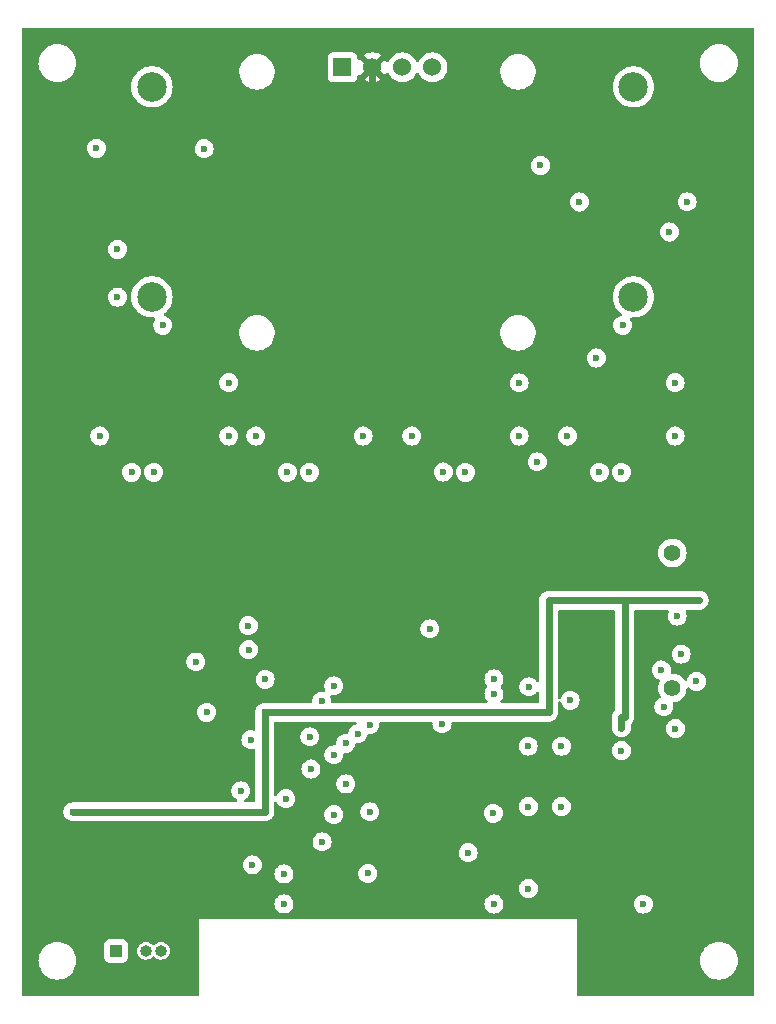
<source format=gbr>
%TF.GenerationSoftware,KiCad,Pcbnew,(7.0.0-0)*%
%TF.CreationDate,2023-11-13T22:50:32+01:00*%
%TF.ProjectId,ultimate-invitation-card,756c7469-6d61-4746-952d-696e76697461,rev?*%
%TF.SameCoordinates,Original*%
%TF.FileFunction,Copper,L3,Inr*%
%TF.FilePolarity,Positive*%
%FSLAX46Y46*%
G04 Gerber Fmt 4.6, Leading zero omitted, Abs format (unit mm)*
G04 Created by KiCad (PCBNEW (7.0.0-0)) date 2023-11-13 22:50:32*
%MOMM*%
%LPD*%
G01*
G04 APERTURE LIST*
%TA.AperFunction,ComponentPad*%
%ADD10R,1.524000X1.524000*%
%TD*%
%TA.AperFunction,ComponentPad*%
%ADD11C,1.524000*%
%TD*%
%TA.AperFunction,ComponentPad*%
%ADD12C,2.500000*%
%TD*%
%TA.AperFunction,ComponentPad*%
%ADD13R,1.000000X1.000000*%
%TD*%
%TA.AperFunction,ComponentPad*%
%ADD14O,1.000000X1.000000*%
%TD*%
%TA.AperFunction,ComponentPad*%
%ADD15C,1.400000*%
%TD*%
%TA.AperFunction,ViaPad*%
%ADD16C,0.600000*%
%TD*%
%TA.AperFunction,Conductor*%
%ADD17C,0.600000*%
%TD*%
%TA.AperFunction,Conductor*%
%ADD18C,0.300000*%
%TD*%
G04 APERTURE END LIST*
D10*
%TO.N,GND*%
%TO.C,U4*%
X127761999Y-53085999D03*
D11*
%TO.N,+3.3V*%
X130302000Y-53086000D03*
%TO.N,Net-(U3-IO5)*%
X132842000Y-53086000D03*
%TO.N,Net-(U3-IO4)*%
X135382000Y-53086000D03*
%TD*%
D12*
%TO.N,GND*%
%TO.C,JP1*%
X111633000Y-54737000D03*
%TO.N,Net-(JP1-B)*%
X111633000Y-72517000D03*
%TD*%
%TO.N,GND*%
%TO.C,JP2*%
X152400000Y-54737000D03*
%TO.N,Net-(JP2-B)*%
X152400000Y-72517000D03*
%TD*%
D13*
%TO.N,GND*%
%TO.C,J1*%
X108589999Y-127888999D03*
D14*
%TO.N,Net-(J1-Pin_3)*%
X111129999Y-127888999D03*
%TO.N,Net-(J1-Pin_4)*%
X112399999Y-127888999D03*
%TD*%
D15*
%TO.N,Net-(BT1-+)*%
%TO.C,BT1*%
X155702000Y-94195900D03*
%TO.N,Net-(BT1--)*%
X155702000Y-105625900D03*
%TD*%
D16*
%TO.N,+VDC*%
X157962600Y-98196400D03*
X114024000Y-116114000D03*
X104927400Y-116128800D03*
X151652000Y-106680000D03*
X121183400Y-107696000D03*
X151384000Y-109016800D03*
%TO.N,-VDC*%
X155956000Y-109069500D03*
X154762200Y-104114600D03*
X116255800Y-107696000D03*
X157734000Y-105079800D03*
%TO.N,GND*%
X123088400Y-87376000D03*
X140589000Y-106121200D03*
X156438600Y-102768400D03*
X155930600Y-84302600D03*
X130073400Y-116128800D03*
X153238200Y-123939300D03*
X147828000Y-64490600D03*
X144526000Y-61391800D03*
X149504400Y-87376000D03*
X143535400Y-105537000D03*
X140589000Y-123926600D03*
X147040600Y-106680000D03*
X133629400Y-84302600D03*
X143510000Y-115673500D03*
X151384000Y-110932000D03*
X129514600Y-84302600D03*
X136296400Y-87350600D03*
X106934000Y-59944000D03*
X120421400Y-84302600D03*
X154965400Y-107238800D03*
X119151400Y-114350800D03*
X108712000Y-68501500D03*
X116056000Y-59980000D03*
X156099883Y-99555300D03*
X143510000Y-122616000D03*
X127025400Y-111302800D03*
X115341400Y-103428800D03*
X109905800Y-87376000D03*
X146304000Y-110566200D03*
X156950000Y-64480000D03*
X107213400Y-84302600D03*
X122809000Y-123921000D03*
X155448000Y-67030600D03*
X118135400Y-84302600D03*
X142722600Y-84302600D03*
X146812000Y-84302600D03*
X124993400Y-109778800D03*
%TO.N,+3.3V*%
X149352000Y-100380000D03*
X143510000Y-120716000D03*
X117959500Y-102362000D03*
X148183600Y-100380800D03*
X127762000Y-57353200D03*
X146304000Y-112456000D03*
X132842000Y-57300500D03*
X109589500Y-125222000D03*
X141732000Y-61366400D03*
X150495000Y-100380800D03*
X120370600Y-59537600D03*
X143535400Y-100380800D03*
X140589000Y-122656600D03*
X135382000Y-57300500D03*
X149352000Y-106680000D03*
%TO.N,Net-(U3-EN)*%
X138404600Y-119577524D03*
%TO.N,Net-(D1-A)*%
X135153400Y-100634800D03*
X143484600Y-110566200D03*
%TO.N,Net-(D5-A)*%
X111783100Y-87376000D03*
%TO.N,Net-(D6-A)*%
X124968000Y-87376000D03*
%TO.N,Net-(D7-A)*%
X138173700Y-87376000D03*
%TO.N,Net-(D8-A)*%
X151381700Y-87376000D03*
%TO.N,Net-(D9-K)*%
X146304000Y-115673500D03*
X120142000Y-120623600D03*
%TO.N,Net-(R3-Pad2)*%
X120009500Y-110007400D03*
X119786400Y-100355400D03*
%TO.N,Net-(U3-IO25)*%
X108712000Y-72542400D03*
X125095000Y-112496600D03*
%TO.N,Net-(U3-IO21)*%
X127025400Y-116357400D03*
X149250400Y-77698600D03*
%TO.N,Net-(U3-IO19)*%
X122961400Y-115011200D03*
%TO.N,Net-(U3-IO2)*%
X127025400Y-105460800D03*
%TO.N,Net-(U3-IO18)*%
X128041400Y-113761000D03*
%TO.N,Net-(U3-IO23)*%
X129903850Y-121344050D03*
%TO.N,Net-(U3-I34)*%
X126034800Y-118668800D03*
X112547400Y-74930000D03*
%TO.N,Net-(U3-I35)*%
X151485600Y-74930000D03*
X140534021Y-116246021D03*
%TO.N,Net-(U3-IO0)*%
X126009142Y-106741506D03*
%TO.N,Net-(U3-IO4)*%
X130073400Y-108762800D03*
%TO.N,Net-(U3-IO5)*%
X129057400Y-109524800D03*
%TO.N,Net-(U3-IO15)*%
X119811800Y-102387400D03*
X121215332Y-104908532D03*
%TO.N,Net-(U3-IO26)*%
X128041400Y-110324300D03*
X118135400Y-79781400D03*
%TO.N,Net-(U3-IO14)*%
X136188632Y-108667368D03*
X144262300Y-86487000D03*
%TO.N,Net-(U3-IO22)*%
X142722600Y-79806800D03*
X122809000Y-121381000D03*
%TO.N,Net-(U3-IO13)*%
X155930600Y-79781400D03*
X140589000Y-104871000D03*
%TD*%
D17*
%TO.N,+VDC*%
X145211800Y-98221800D02*
X151658000Y-98221800D01*
X157937200Y-98221800D02*
X157962600Y-98196400D01*
X151658000Y-98221800D02*
X157937200Y-98221800D01*
X121183400Y-116114000D02*
X114024000Y-116114000D01*
X151652000Y-106680000D02*
X151652000Y-103149400D01*
D18*
X151663400Y-106691400D02*
X151652000Y-106680000D01*
D17*
X151652000Y-103149400D02*
X151652000Y-98227800D01*
X151384000Y-108077000D02*
X151663400Y-108077000D01*
D18*
X151652000Y-98227800D02*
X151658000Y-98221800D01*
D17*
X145186400Y-107696000D02*
X145211800Y-107670600D01*
D18*
X114009200Y-116128800D02*
X114024000Y-116114000D01*
D17*
X104927400Y-116128800D02*
X114009200Y-116128800D01*
X145211800Y-107670600D02*
X145211800Y-98221800D01*
X121183400Y-107696000D02*
X121183400Y-116114000D01*
X121183400Y-107696000D02*
X145186400Y-107696000D01*
X151384000Y-108077000D02*
X151384000Y-109016800D01*
X151663400Y-108077000D02*
X151663400Y-106691400D01*
%TO.N,+3.3V*%
X135382000Y-57300500D02*
X141730100Y-57300500D01*
X132842000Y-57300500D02*
X135382000Y-57300500D01*
X140589000Y-122656600D02*
X109575600Y-122656600D01*
X145313400Y-96570800D02*
X145313400Y-71272400D01*
X143535400Y-96570800D02*
X145313400Y-96570800D01*
X127762000Y-59537600D02*
X127762000Y-57353200D01*
X146304000Y-112456000D02*
X149341800Y-112456000D01*
X149352000Y-106680000D02*
X149352000Y-100380000D01*
X142138400Y-120726200D02*
X143499800Y-120726200D01*
X149352000Y-112445800D02*
X149352000Y-106680000D01*
X143510000Y-120716000D02*
X149352000Y-120716000D01*
X127762000Y-57353200D02*
X130302000Y-57353200D01*
X140589000Y-122656600D02*
X142138400Y-122656600D01*
X141732000Y-67691000D02*
X141732000Y-61366400D01*
X150494200Y-100380000D02*
X150495000Y-100380800D01*
X145313400Y-71272400D02*
X141732000Y-67691000D01*
X148183600Y-100380800D02*
X149351200Y-100380800D01*
X109575600Y-122656600D02*
X109575600Y-118414800D01*
X143499800Y-120726200D02*
X143510000Y-120716000D01*
X149341800Y-112456000D02*
X149352000Y-112445800D01*
X102870000Y-118414800D02*
X102870000Y-102362000D01*
X141732000Y-57302400D02*
X141732000Y-61366400D01*
X102870000Y-102362000D02*
X117959500Y-102362000D01*
X149351200Y-100380800D02*
X149352000Y-100380000D01*
X141730100Y-57300500D02*
X141732000Y-57302400D01*
X143535400Y-100380800D02*
X143535400Y-96570800D01*
X109575600Y-122656600D02*
X109575600Y-125208100D01*
X130302000Y-53086000D02*
X130302000Y-57353200D01*
X149352000Y-112466200D02*
X149341800Y-112456000D01*
X130302000Y-57353200D02*
X132789300Y-57353200D01*
X149352000Y-100380000D02*
X150494200Y-100380000D01*
X109575600Y-125208100D02*
X109589500Y-125222000D01*
X132789300Y-57353200D02*
X132842000Y-57300500D01*
X109575600Y-118414800D02*
X102870000Y-118414800D01*
X149352000Y-120716000D02*
X149352000Y-112466200D01*
X142138400Y-122656600D02*
X142138400Y-120726200D01*
X120370600Y-59537600D02*
X127762000Y-59537600D01*
%TD*%
%TA.AperFunction,Conductor*%
%TO.N,+3.3V*%
G36*
X162569500Y-49739113D02*
G01*
X162614887Y-49784500D01*
X162631500Y-49846500D01*
X162631500Y-131597500D01*
X162614887Y-131659500D01*
X162569500Y-131704887D01*
X162507500Y-131721500D01*
X147756500Y-131721500D01*
X147694500Y-131704887D01*
X147649113Y-131659500D01*
X147632500Y-131597500D01*
X147632500Y-128722000D01*
X158026551Y-128722000D01*
X158026933Y-128726854D01*
X158039294Y-128883920D01*
X158046317Y-128973148D01*
X158047452Y-128977877D01*
X158047453Y-128977881D01*
X158103989Y-129213374D01*
X158103991Y-129213382D01*
X158105127Y-129218111D01*
X158201534Y-129450859D01*
X158204081Y-129455016D01*
X158204082Y-129455017D01*
X158330617Y-129661504D01*
X158330622Y-129661511D01*
X158333164Y-129665659D01*
X158336324Y-129669358D01*
X158336327Y-129669363D01*
X158493183Y-129853017D01*
X158496776Y-129857224D01*
X158500476Y-129860384D01*
X158682705Y-130016023D01*
X158688341Y-130020836D01*
X158692491Y-130023379D01*
X158692495Y-130023382D01*
X158804300Y-130091896D01*
X158903141Y-130152466D01*
X159135889Y-130248873D01*
X159380852Y-130307683D01*
X159632000Y-130327449D01*
X159883148Y-130307683D01*
X160128111Y-130248873D01*
X160360859Y-130152466D01*
X160575659Y-130020836D01*
X160767224Y-129857224D01*
X160930836Y-129665659D01*
X161062466Y-129450859D01*
X161158873Y-129218111D01*
X161217683Y-128973148D01*
X161237449Y-128722000D01*
X161217683Y-128470852D01*
X161158873Y-128225889D01*
X161062466Y-127993141D01*
X160930836Y-127778341D01*
X160767224Y-127586776D01*
X160730509Y-127555418D01*
X160579363Y-127426327D01*
X160579358Y-127426324D01*
X160575659Y-127423164D01*
X160571511Y-127420622D01*
X160571504Y-127420617D01*
X160365017Y-127294082D01*
X160365016Y-127294081D01*
X160360859Y-127291534D01*
X160128111Y-127195127D01*
X160123382Y-127193991D01*
X160123374Y-127193989D01*
X159887881Y-127137453D01*
X159887877Y-127137452D01*
X159883148Y-127136317D01*
X159878295Y-127135935D01*
X159636854Y-127116933D01*
X159632000Y-127116551D01*
X159627146Y-127116933D01*
X159385704Y-127135935D01*
X159385702Y-127135935D01*
X159380852Y-127136317D01*
X159376124Y-127137451D01*
X159376118Y-127137453D01*
X159140625Y-127193989D01*
X159140613Y-127193992D01*
X159135889Y-127195127D01*
X159131392Y-127196989D01*
X159131388Y-127196991D01*
X158907645Y-127289668D01*
X158907640Y-127289670D01*
X158903141Y-127291534D01*
X158898988Y-127294078D01*
X158898982Y-127294082D01*
X158692495Y-127420617D01*
X158692482Y-127420626D01*
X158688341Y-127423164D01*
X158684646Y-127426319D01*
X158684636Y-127426327D01*
X158500476Y-127583615D01*
X158500469Y-127583621D01*
X158496776Y-127586776D01*
X158493621Y-127590469D01*
X158493615Y-127590476D01*
X158336327Y-127774636D01*
X158336319Y-127774646D01*
X158333164Y-127778341D01*
X158330626Y-127782482D01*
X158330617Y-127782495D01*
X158204082Y-127988982D01*
X158204078Y-127988988D01*
X158201534Y-127993141D01*
X158105127Y-128225889D01*
X158103992Y-128230613D01*
X158103989Y-128230625D01*
X158047453Y-128466118D01*
X158047451Y-128466124D01*
X158046317Y-128470852D01*
X158045935Y-128475702D01*
X158045935Y-128475704D01*
X158034099Y-128626093D01*
X158026551Y-128722000D01*
X147632500Y-128722000D01*
X147632500Y-125234025D01*
X147632500Y-125222099D01*
X147632541Y-125222000D01*
X147632383Y-125221617D01*
X147632099Y-125221500D01*
X147632000Y-125221459D01*
X147631901Y-125221500D01*
X115632099Y-125221500D01*
X115632000Y-125221459D01*
X115631901Y-125221500D01*
X115631617Y-125221617D01*
X115631459Y-125222000D01*
X115631500Y-125222099D01*
X115631500Y-125234025D01*
X115631500Y-131597500D01*
X115614887Y-131659500D01*
X115569500Y-131704887D01*
X115507500Y-131721500D01*
X100756500Y-131721500D01*
X100694500Y-131704887D01*
X100649113Y-131659500D01*
X100632500Y-131597500D01*
X100632500Y-128722000D01*
X102026551Y-128722000D01*
X102026933Y-128726854D01*
X102039294Y-128883920D01*
X102046317Y-128973148D01*
X102047452Y-128977877D01*
X102047453Y-128977881D01*
X102103989Y-129213374D01*
X102103991Y-129213382D01*
X102105127Y-129218111D01*
X102201534Y-129450859D01*
X102204081Y-129455016D01*
X102204082Y-129455017D01*
X102330617Y-129661504D01*
X102330622Y-129661511D01*
X102333164Y-129665659D01*
X102336324Y-129669358D01*
X102336327Y-129669363D01*
X102493183Y-129853017D01*
X102496776Y-129857224D01*
X102500476Y-129860384D01*
X102682705Y-130016023D01*
X102688341Y-130020836D01*
X102692491Y-130023379D01*
X102692495Y-130023382D01*
X102804300Y-130091896D01*
X102903141Y-130152466D01*
X103135889Y-130248873D01*
X103380852Y-130307683D01*
X103632000Y-130327449D01*
X103883148Y-130307683D01*
X104128111Y-130248873D01*
X104360859Y-130152466D01*
X104575659Y-130020836D01*
X104767224Y-129857224D01*
X104930836Y-129665659D01*
X105062466Y-129450859D01*
X105158873Y-129218111D01*
X105217683Y-128973148D01*
X105237449Y-128722000D01*
X105217683Y-128470852D01*
X105208734Y-128433578D01*
X107589500Y-128433578D01*
X107589501Y-128436872D01*
X107589853Y-128440150D01*
X107589854Y-128440161D01*
X107595079Y-128488768D01*
X107595080Y-128488773D01*
X107595909Y-128496483D01*
X107598619Y-128503749D01*
X107598620Y-128503753D01*
X107621745Y-128565753D01*
X107646204Y-128631331D01*
X107651518Y-128638430D01*
X107651519Y-128638431D01*
X107717712Y-128726854D01*
X107732454Y-128746546D01*
X107847669Y-128832796D01*
X107982517Y-128883091D01*
X108042127Y-128889500D01*
X109137872Y-128889499D01*
X109197483Y-128883091D01*
X109332331Y-128832796D01*
X109447546Y-128746546D01*
X109533796Y-128631331D01*
X109584091Y-128496483D01*
X109590500Y-128436873D01*
X109590499Y-127889000D01*
X110374751Y-127889000D01*
X110375531Y-127895923D01*
X110392906Y-128050135D01*
X110392907Y-128050142D01*
X110393687Y-128057059D01*
X110449544Y-128216690D01*
X110539523Y-128359890D01*
X110659110Y-128479477D01*
X110802310Y-128569456D01*
X110961941Y-128625313D01*
X111045970Y-128634780D01*
X111078364Y-128638431D01*
X111130000Y-128644249D01*
X111298059Y-128625313D01*
X111457690Y-128569456D01*
X111600890Y-128479477D01*
X111677318Y-128403048D01*
X111732906Y-128370954D01*
X111797094Y-128370954D01*
X111852680Y-128403047D01*
X111929110Y-128479477D01*
X112072310Y-128569456D01*
X112231941Y-128625313D01*
X112315970Y-128634780D01*
X112348364Y-128638431D01*
X112400000Y-128644249D01*
X112568059Y-128625313D01*
X112727690Y-128569456D01*
X112870890Y-128479477D01*
X112990477Y-128359890D01*
X113080456Y-128216690D01*
X113136313Y-128057059D01*
X113155249Y-127889000D01*
X113136313Y-127720941D01*
X113080456Y-127561310D01*
X112990477Y-127418110D01*
X112870890Y-127298523D01*
X112856797Y-127289668D01*
X112832254Y-127274246D01*
X112727690Y-127208544D01*
X112721124Y-127206246D01*
X112721121Y-127206245D01*
X112574633Y-127154987D01*
X112574630Y-127154986D01*
X112568059Y-127152687D01*
X112561142Y-127151907D01*
X112561135Y-127151906D01*
X112406923Y-127134531D01*
X112400000Y-127133751D01*
X112393077Y-127134531D01*
X112238864Y-127151906D01*
X112238855Y-127151907D01*
X112231941Y-127152687D01*
X112225371Y-127154985D01*
X112225366Y-127154987D01*
X112078878Y-127206245D01*
X112078872Y-127206247D01*
X112072310Y-127208544D01*
X112066419Y-127212245D01*
X112066418Y-127212246D01*
X111935010Y-127294815D01*
X111935005Y-127294818D01*
X111929110Y-127298523D01*
X111924185Y-127303447D01*
X111924181Y-127303451D01*
X111852681Y-127374952D01*
X111797094Y-127407046D01*
X111732906Y-127407046D01*
X111677319Y-127374952D01*
X111605818Y-127303451D01*
X111600890Y-127298523D01*
X111586797Y-127289668D01*
X111562254Y-127274246D01*
X111457690Y-127208544D01*
X111451124Y-127206246D01*
X111451121Y-127206245D01*
X111304633Y-127154987D01*
X111304630Y-127154986D01*
X111298059Y-127152687D01*
X111291142Y-127151907D01*
X111291135Y-127151906D01*
X111136923Y-127134531D01*
X111130000Y-127133751D01*
X111123077Y-127134531D01*
X110968864Y-127151906D01*
X110968855Y-127151907D01*
X110961941Y-127152687D01*
X110955371Y-127154985D01*
X110955366Y-127154987D01*
X110808878Y-127206245D01*
X110808872Y-127206247D01*
X110802310Y-127208544D01*
X110796419Y-127212245D01*
X110796418Y-127212246D01*
X110665010Y-127294815D01*
X110665005Y-127294818D01*
X110659110Y-127298523D01*
X110654185Y-127303447D01*
X110654181Y-127303451D01*
X110544451Y-127413181D01*
X110544447Y-127413185D01*
X110539523Y-127418110D01*
X110535818Y-127424005D01*
X110535815Y-127424010D01*
X110495000Y-127488967D01*
X110449544Y-127561310D01*
X110447247Y-127567872D01*
X110447245Y-127567878D01*
X110395987Y-127714366D01*
X110395985Y-127714371D01*
X110393687Y-127720941D01*
X110392907Y-127727855D01*
X110392906Y-127727864D01*
X110386751Y-127782495D01*
X110374751Y-127889000D01*
X109590499Y-127889000D01*
X109590499Y-127341128D01*
X109584091Y-127281517D01*
X109533796Y-127146669D01*
X109447546Y-127031454D01*
X109332331Y-126945204D01*
X109197483Y-126894909D01*
X109189770Y-126894079D01*
X109189767Y-126894079D01*
X109141180Y-126888855D01*
X109141169Y-126888854D01*
X109137873Y-126888500D01*
X109134550Y-126888500D01*
X108045439Y-126888500D01*
X108045420Y-126888500D01*
X108042128Y-126888501D01*
X108038850Y-126888853D01*
X108038838Y-126888854D01*
X107990231Y-126894079D01*
X107990225Y-126894080D01*
X107982517Y-126894909D01*
X107975252Y-126897618D01*
X107975246Y-126897620D01*
X107855980Y-126942104D01*
X107855978Y-126942104D01*
X107847669Y-126945204D01*
X107840572Y-126950516D01*
X107840568Y-126950519D01*
X107739550Y-127026141D01*
X107739546Y-127026144D01*
X107732454Y-127031454D01*
X107727144Y-127038546D01*
X107727141Y-127038550D01*
X107651519Y-127139568D01*
X107651516Y-127139572D01*
X107646204Y-127146669D01*
X107643104Y-127154978D01*
X107643104Y-127154980D01*
X107598620Y-127274247D01*
X107598619Y-127274250D01*
X107595909Y-127281517D01*
X107595079Y-127289227D01*
X107595079Y-127289232D01*
X107589855Y-127337819D01*
X107589854Y-127337831D01*
X107589500Y-127341127D01*
X107589500Y-127344448D01*
X107589500Y-127344449D01*
X107589500Y-128433560D01*
X107589500Y-128433578D01*
X105208734Y-128433578D01*
X105158873Y-128225889D01*
X105062466Y-127993141D01*
X104930836Y-127778341D01*
X104767224Y-127586776D01*
X104730509Y-127555418D01*
X104579363Y-127426327D01*
X104579358Y-127426324D01*
X104575659Y-127423164D01*
X104571511Y-127420622D01*
X104571504Y-127420617D01*
X104365017Y-127294082D01*
X104365016Y-127294081D01*
X104360859Y-127291534D01*
X104128111Y-127195127D01*
X104123382Y-127193991D01*
X104123374Y-127193989D01*
X103887881Y-127137453D01*
X103887877Y-127137452D01*
X103883148Y-127136317D01*
X103878295Y-127135935D01*
X103636854Y-127116933D01*
X103632000Y-127116551D01*
X103627146Y-127116933D01*
X103385704Y-127135935D01*
X103385702Y-127135935D01*
X103380852Y-127136317D01*
X103376124Y-127137451D01*
X103376118Y-127137453D01*
X103140625Y-127193989D01*
X103140613Y-127193992D01*
X103135889Y-127195127D01*
X103131392Y-127196989D01*
X103131388Y-127196991D01*
X102907645Y-127289668D01*
X102907640Y-127289670D01*
X102903141Y-127291534D01*
X102898988Y-127294078D01*
X102898982Y-127294082D01*
X102692495Y-127420617D01*
X102692482Y-127420626D01*
X102688341Y-127423164D01*
X102684646Y-127426319D01*
X102684636Y-127426327D01*
X102500476Y-127583615D01*
X102500469Y-127583621D01*
X102496776Y-127586776D01*
X102493621Y-127590469D01*
X102493615Y-127590476D01*
X102336327Y-127774636D01*
X102336319Y-127774646D01*
X102333164Y-127778341D01*
X102330626Y-127782482D01*
X102330617Y-127782495D01*
X102204082Y-127988982D01*
X102204078Y-127988988D01*
X102201534Y-127993141D01*
X102105127Y-128225889D01*
X102103992Y-128230613D01*
X102103989Y-128230625D01*
X102047453Y-128466118D01*
X102047451Y-128466124D01*
X102046317Y-128470852D01*
X102045935Y-128475702D01*
X102045935Y-128475704D01*
X102034099Y-128626093D01*
X102026551Y-128722000D01*
X100632500Y-128722000D01*
X100632500Y-123921000D01*
X122003435Y-123921000D01*
X122023632Y-124100255D01*
X122025928Y-124106819D01*
X122025930Y-124106824D01*
X122080913Y-124263956D01*
X122083211Y-124270522D01*
X122179184Y-124423262D01*
X122306738Y-124550816D01*
X122459478Y-124646789D01*
X122629745Y-124706368D01*
X122809000Y-124726565D01*
X122988255Y-124706368D01*
X123158522Y-124646789D01*
X123311262Y-124550816D01*
X123438816Y-124423262D01*
X123534789Y-124270522D01*
X123594368Y-124100255D01*
X123613934Y-123926600D01*
X139783435Y-123926600D01*
X139803632Y-124105855D01*
X139805928Y-124112419D01*
X139805930Y-124112424D01*
X139860913Y-124269556D01*
X139863211Y-124276122D01*
X139959184Y-124428862D01*
X140086738Y-124556416D01*
X140239478Y-124652389D01*
X140409745Y-124711968D01*
X140589000Y-124732165D01*
X140768255Y-124711968D01*
X140938522Y-124652389D01*
X141091262Y-124556416D01*
X141218816Y-124428862D01*
X141314789Y-124276122D01*
X141374368Y-124105855D01*
X141393134Y-123939300D01*
X152432635Y-123939300D01*
X152452832Y-124118555D01*
X152455128Y-124125119D01*
X152455130Y-124125124D01*
X152510028Y-124282012D01*
X152512411Y-124288822D01*
X152516112Y-124294712D01*
X152603500Y-124433790D01*
X152608384Y-124441562D01*
X152735938Y-124569116D01*
X152888678Y-124665089D01*
X153058945Y-124724668D01*
X153238200Y-124744865D01*
X153417455Y-124724668D01*
X153587722Y-124665089D01*
X153740462Y-124569116D01*
X153868016Y-124441562D01*
X153963989Y-124288822D01*
X154023568Y-124118555D01*
X154043765Y-123939300D01*
X154023568Y-123760045D01*
X153963989Y-123589778D01*
X153868016Y-123437038D01*
X153740462Y-123309484D01*
X153587722Y-123213511D01*
X153581159Y-123211214D01*
X153581156Y-123211213D01*
X153424024Y-123156230D01*
X153424019Y-123156228D01*
X153417455Y-123153932D01*
X153410535Y-123153152D01*
X153410534Y-123153152D01*
X153245123Y-123134515D01*
X153238200Y-123133735D01*
X153231277Y-123134515D01*
X153065865Y-123153152D01*
X153065862Y-123153152D01*
X153058945Y-123153932D01*
X153052382Y-123156228D01*
X153052375Y-123156230D01*
X152895243Y-123211213D01*
X152895236Y-123211215D01*
X152888678Y-123213511D01*
X152882790Y-123217210D01*
X152882787Y-123217212D01*
X152741838Y-123305776D01*
X152741833Y-123305779D01*
X152735938Y-123309484D01*
X152731013Y-123314408D01*
X152731009Y-123314412D01*
X152613312Y-123432109D01*
X152613308Y-123432113D01*
X152608384Y-123437038D01*
X152604679Y-123442933D01*
X152604676Y-123442938D01*
X152516112Y-123583887D01*
X152516110Y-123583890D01*
X152512411Y-123589778D01*
X152510115Y-123596336D01*
X152510113Y-123596343D01*
X152455130Y-123753475D01*
X152455128Y-123753482D01*
X152452832Y-123760045D01*
X152432635Y-123939300D01*
X141393134Y-123939300D01*
X141394565Y-123926600D01*
X141374368Y-123747345D01*
X141314789Y-123577078D01*
X141218816Y-123424338D01*
X141091262Y-123296784D01*
X141076448Y-123287476D01*
X140944412Y-123204512D01*
X140938522Y-123200811D01*
X140931959Y-123198514D01*
X140931956Y-123198513D01*
X140774824Y-123143530D01*
X140774819Y-123143528D01*
X140768255Y-123141232D01*
X140761335Y-123140452D01*
X140761334Y-123140452D01*
X140595923Y-123121815D01*
X140589000Y-123121035D01*
X140582077Y-123121815D01*
X140416665Y-123140452D01*
X140416662Y-123140452D01*
X140409745Y-123141232D01*
X140403182Y-123143528D01*
X140403175Y-123143530D01*
X140246043Y-123198513D01*
X140246036Y-123198515D01*
X140239478Y-123200811D01*
X140233590Y-123204510D01*
X140233587Y-123204512D01*
X140092638Y-123293076D01*
X140092633Y-123293079D01*
X140086738Y-123296784D01*
X140081813Y-123301708D01*
X140081809Y-123301712D01*
X139964112Y-123419409D01*
X139964108Y-123419413D01*
X139959184Y-123424338D01*
X139955479Y-123430233D01*
X139955476Y-123430238D01*
X139866912Y-123571187D01*
X139866910Y-123571190D01*
X139863211Y-123577078D01*
X139860915Y-123583636D01*
X139860913Y-123583643D01*
X139805930Y-123740775D01*
X139805928Y-123740782D01*
X139803632Y-123747345D01*
X139783435Y-123926600D01*
X123613934Y-123926600D01*
X123614565Y-123921000D01*
X123594368Y-123741745D01*
X123534789Y-123571478D01*
X123438816Y-123418738D01*
X123311262Y-123291184D01*
X123158522Y-123195211D01*
X123151959Y-123192914D01*
X123151956Y-123192913D01*
X122994824Y-123137930D01*
X122994819Y-123137928D01*
X122988255Y-123135632D01*
X122981335Y-123134852D01*
X122981334Y-123134852D01*
X122815923Y-123116215D01*
X122809000Y-123115435D01*
X122802077Y-123116215D01*
X122636665Y-123134852D01*
X122636662Y-123134852D01*
X122629745Y-123135632D01*
X122623182Y-123137928D01*
X122623175Y-123137930D01*
X122466043Y-123192913D01*
X122466036Y-123192915D01*
X122459478Y-123195211D01*
X122453590Y-123198910D01*
X122453587Y-123198912D01*
X122312638Y-123287476D01*
X122312633Y-123287479D01*
X122306738Y-123291184D01*
X122301813Y-123296108D01*
X122301809Y-123296112D01*
X122184112Y-123413809D01*
X122184108Y-123413813D01*
X122179184Y-123418738D01*
X122175479Y-123424633D01*
X122175476Y-123424638D01*
X122086912Y-123565587D01*
X122086910Y-123565590D01*
X122083211Y-123571478D01*
X122080915Y-123578036D01*
X122080913Y-123578043D01*
X122025930Y-123735175D01*
X122025928Y-123735182D01*
X122023632Y-123741745D01*
X122003435Y-123921000D01*
X100632500Y-123921000D01*
X100632500Y-122616000D01*
X142704435Y-122616000D01*
X142724632Y-122795255D01*
X142726928Y-122801819D01*
X142726930Y-122801824D01*
X142781913Y-122958956D01*
X142784211Y-122965522D01*
X142880184Y-123118262D01*
X143007738Y-123245816D01*
X143160478Y-123341789D01*
X143330745Y-123401368D01*
X143510000Y-123421565D01*
X143689255Y-123401368D01*
X143859522Y-123341789D01*
X144012262Y-123245816D01*
X144139816Y-123118262D01*
X144235789Y-122965522D01*
X144295368Y-122795255D01*
X144315565Y-122616000D01*
X144295368Y-122436745D01*
X144235789Y-122266478D01*
X144139816Y-122113738D01*
X144012262Y-121986184D01*
X143859522Y-121890211D01*
X143852959Y-121887914D01*
X143852956Y-121887913D01*
X143695824Y-121832930D01*
X143695819Y-121832928D01*
X143689255Y-121830632D01*
X143682335Y-121829852D01*
X143682334Y-121829852D01*
X143516923Y-121811215D01*
X143510000Y-121810435D01*
X143503077Y-121811215D01*
X143337665Y-121829852D01*
X143337662Y-121829852D01*
X143330745Y-121830632D01*
X143324182Y-121832928D01*
X143324175Y-121832930D01*
X143167043Y-121887913D01*
X143167036Y-121887915D01*
X143160478Y-121890211D01*
X143154590Y-121893910D01*
X143154587Y-121893912D01*
X143013638Y-121982476D01*
X143013633Y-121982479D01*
X143007738Y-121986184D01*
X143002813Y-121991108D01*
X143002809Y-121991112D01*
X142885112Y-122108809D01*
X142885108Y-122108813D01*
X142880184Y-122113738D01*
X142876479Y-122119633D01*
X142876476Y-122119638D01*
X142787912Y-122260587D01*
X142787910Y-122260590D01*
X142784211Y-122266478D01*
X142781915Y-122273036D01*
X142781913Y-122273043D01*
X142726930Y-122430175D01*
X142726928Y-122430182D01*
X142724632Y-122436745D01*
X142704435Y-122616000D01*
X100632500Y-122616000D01*
X100632500Y-120623600D01*
X119336435Y-120623600D01*
X119356632Y-120802855D01*
X119358928Y-120809419D01*
X119358930Y-120809424D01*
X119385249Y-120884638D01*
X119416211Y-120973122D01*
X119512184Y-121125862D01*
X119639738Y-121253416D01*
X119792478Y-121349389D01*
X119962745Y-121408968D01*
X120142000Y-121429165D01*
X120321255Y-121408968D01*
X120401183Y-121381000D01*
X122003435Y-121381000D01*
X122023632Y-121560255D01*
X122025928Y-121566819D01*
X122025930Y-121566824D01*
X122080913Y-121723956D01*
X122083211Y-121730522D01*
X122179184Y-121883262D01*
X122306738Y-122010816D01*
X122459478Y-122106789D01*
X122629745Y-122166368D01*
X122809000Y-122186565D01*
X122988255Y-122166368D01*
X123158522Y-122106789D01*
X123311262Y-122010816D01*
X123438816Y-121883262D01*
X123534789Y-121730522D01*
X123594368Y-121560255D01*
X123614565Y-121381000D01*
X123610402Y-121344050D01*
X129098285Y-121344050D01*
X129118482Y-121523305D01*
X129120778Y-121529869D01*
X129120780Y-121529874D01*
X129175763Y-121687006D01*
X129178061Y-121693572D01*
X129181762Y-121699462D01*
X129265625Y-121832930D01*
X129274034Y-121846312D01*
X129401588Y-121973866D01*
X129554328Y-122069839D01*
X129724595Y-122129418D01*
X129903850Y-122149615D01*
X130083105Y-122129418D01*
X130253372Y-122069839D01*
X130406112Y-121973866D01*
X130533666Y-121846312D01*
X130629639Y-121693572D01*
X130689218Y-121523305D01*
X130709415Y-121344050D01*
X130689218Y-121164795D01*
X130629639Y-120994528D01*
X130533666Y-120841788D01*
X130406112Y-120714234D01*
X130253372Y-120618261D01*
X130246809Y-120615964D01*
X130246806Y-120615963D01*
X130089674Y-120560980D01*
X130089669Y-120560978D01*
X130083105Y-120558682D01*
X130076185Y-120557902D01*
X130076184Y-120557902D01*
X129910773Y-120539265D01*
X129903850Y-120538485D01*
X129896927Y-120539265D01*
X129731515Y-120557902D01*
X129731512Y-120557902D01*
X129724595Y-120558682D01*
X129718032Y-120560978D01*
X129718025Y-120560980D01*
X129560893Y-120615963D01*
X129560886Y-120615965D01*
X129554328Y-120618261D01*
X129548440Y-120621960D01*
X129548437Y-120621962D01*
X129407488Y-120710526D01*
X129407483Y-120710529D01*
X129401588Y-120714234D01*
X129396663Y-120719158D01*
X129396659Y-120719162D01*
X129278962Y-120836859D01*
X129278958Y-120836863D01*
X129274034Y-120841788D01*
X129270329Y-120847683D01*
X129270326Y-120847688D01*
X129181762Y-120988637D01*
X129181760Y-120988640D01*
X129178061Y-120994528D01*
X129175765Y-121001086D01*
X129175763Y-121001093D01*
X129120780Y-121158225D01*
X129120778Y-121158232D01*
X129118482Y-121164795D01*
X129098285Y-121344050D01*
X123610402Y-121344050D01*
X123594368Y-121201745D01*
X123534789Y-121031478D01*
X123438816Y-120878738D01*
X123311262Y-120751184D01*
X123252456Y-120714234D01*
X123164412Y-120658912D01*
X123158522Y-120655211D01*
X123151959Y-120652914D01*
X123151956Y-120652913D01*
X122994824Y-120597930D01*
X122994819Y-120597928D01*
X122988255Y-120595632D01*
X122981335Y-120594852D01*
X122981334Y-120594852D01*
X122815923Y-120576215D01*
X122809000Y-120575435D01*
X122802077Y-120576215D01*
X122636665Y-120594852D01*
X122636662Y-120594852D01*
X122629745Y-120595632D01*
X122623182Y-120597928D01*
X122623175Y-120597930D01*
X122466043Y-120652913D01*
X122466036Y-120652915D01*
X122459478Y-120655211D01*
X122453590Y-120658910D01*
X122453587Y-120658912D01*
X122312638Y-120747476D01*
X122312633Y-120747479D01*
X122306738Y-120751184D01*
X122301813Y-120756108D01*
X122301809Y-120756112D01*
X122184112Y-120873809D01*
X122184108Y-120873813D01*
X122179184Y-120878738D01*
X122175479Y-120884633D01*
X122175476Y-120884638D01*
X122086912Y-121025587D01*
X122086910Y-121025590D01*
X122083211Y-121031478D01*
X122080915Y-121038036D01*
X122080913Y-121038043D01*
X122025930Y-121195175D01*
X122025928Y-121195182D01*
X122023632Y-121201745D01*
X122003435Y-121381000D01*
X120401183Y-121381000D01*
X120491522Y-121349389D01*
X120644262Y-121253416D01*
X120771816Y-121125862D01*
X120867789Y-120973122D01*
X120927368Y-120802855D01*
X120947565Y-120623600D01*
X120927368Y-120444345D01*
X120867789Y-120274078D01*
X120771816Y-120121338D01*
X120644262Y-119993784D01*
X120491522Y-119897811D01*
X120484959Y-119895514D01*
X120484956Y-119895513D01*
X120327824Y-119840530D01*
X120327819Y-119840528D01*
X120321255Y-119838232D01*
X120314335Y-119837452D01*
X120314334Y-119837452D01*
X120148923Y-119818815D01*
X120142000Y-119818035D01*
X120135077Y-119818815D01*
X119969665Y-119837452D01*
X119969662Y-119837452D01*
X119962745Y-119838232D01*
X119956182Y-119840528D01*
X119956175Y-119840530D01*
X119799043Y-119895513D01*
X119799036Y-119895515D01*
X119792478Y-119897811D01*
X119786590Y-119901510D01*
X119786587Y-119901512D01*
X119645638Y-119990076D01*
X119645633Y-119990079D01*
X119639738Y-119993784D01*
X119634813Y-119998708D01*
X119634809Y-119998712D01*
X119517112Y-120116409D01*
X119517108Y-120116413D01*
X119512184Y-120121338D01*
X119508479Y-120127233D01*
X119508476Y-120127238D01*
X119419912Y-120268187D01*
X119419910Y-120268190D01*
X119416211Y-120274078D01*
X119413915Y-120280636D01*
X119413913Y-120280643D01*
X119358930Y-120437775D01*
X119358928Y-120437782D01*
X119356632Y-120444345D01*
X119355852Y-120451262D01*
X119355852Y-120451265D01*
X119341862Y-120575435D01*
X119336435Y-120623600D01*
X100632500Y-120623600D01*
X100632500Y-119577524D01*
X137599035Y-119577524D01*
X137619232Y-119756779D01*
X137621528Y-119763343D01*
X137621530Y-119763348D01*
X137667777Y-119895513D01*
X137678811Y-119927046D01*
X137774784Y-120079786D01*
X137902338Y-120207340D01*
X138055078Y-120303313D01*
X138225345Y-120362892D01*
X138404600Y-120383089D01*
X138583855Y-120362892D01*
X138754122Y-120303313D01*
X138906862Y-120207340D01*
X139034416Y-120079786D01*
X139130389Y-119927046D01*
X139189968Y-119756779D01*
X139210165Y-119577524D01*
X139189968Y-119398269D01*
X139130389Y-119228002D01*
X139034416Y-119075262D01*
X138906862Y-118947708D01*
X138754122Y-118851735D01*
X138747559Y-118849438D01*
X138747556Y-118849437D01*
X138590424Y-118794454D01*
X138590419Y-118794452D01*
X138583855Y-118792156D01*
X138576935Y-118791376D01*
X138576934Y-118791376D01*
X138411523Y-118772739D01*
X138404600Y-118771959D01*
X138397677Y-118772739D01*
X138232265Y-118791376D01*
X138232262Y-118791376D01*
X138225345Y-118792156D01*
X138218782Y-118794452D01*
X138218775Y-118794454D01*
X138061643Y-118849437D01*
X138061636Y-118849439D01*
X138055078Y-118851735D01*
X138049190Y-118855434D01*
X138049187Y-118855436D01*
X137908238Y-118944000D01*
X137908233Y-118944003D01*
X137902338Y-118947708D01*
X137897413Y-118952632D01*
X137897409Y-118952636D01*
X137779712Y-119070333D01*
X137779708Y-119070337D01*
X137774784Y-119075262D01*
X137771079Y-119081157D01*
X137771076Y-119081162D01*
X137682512Y-119222111D01*
X137682510Y-119222114D01*
X137678811Y-119228002D01*
X137676515Y-119234560D01*
X137676513Y-119234567D01*
X137621530Y-119391699D01*
X137621528Y-119391706D01*
X137619232Y-119398269D01*
X137599035Y-119577524D01*
X100632500Y-119577524D01*
X100632500Y-118668800D01*
X125229235Y-118668800D01*
X125249432Y-118848055D01*
X125251728Y-118854619D01*
X125251730Y-118854624D01*
X125284302Y-118947708D01*
X125309011Y-119018322D01*
X125404984Y-119171062D01*
X125532538Y-119298616D01*
X125685278Y-119394589D01*
X125855545Y-119454168D01*
X126034800Y-119474365D01*
X126214055Y-119454168D01*
X126384322Y-119394589D01*
X126537062Y-119298616D01*
X126664616Y-119171062D01*
X126760589Y-119018322D01*
X126820168Y-118848055D01*
X126840365Y-118668800D01*
X126820168Y-118489545D01*
X126760589Y-118319278D01*
X126664616Y-118166538D01*
X126537062Y-118038984D01*
X126384322Y-117943011D01*
X126377759Y-117940714D01*
X126377756Y-117940713D01*
X126220624Y-117885730D01*
X126220619Y-117885728D01*
X126214055Y-117883432D01*
X126207135Y-117882652D01*
X126207134Y-117882652D01*
X126041723Y-117864015D01*
X126034800Y-117863235D01*
X126027877Y-117864015D01*
X125862465Y-117882652D01*
X125862462Y-117882652D01*
X125855545Y-117883432D01*
X125848982Y-117885728D01*
X125848975Y-117885730D01*
X125691843Y-117940713D01*
X125691836Y-117940715D01*
X125685278Y-117943011D01*
X125679390Y-117946710D01*
X125679387Y-117946712D01*
X125538438Y-118035276D01*
X125538433Y-118035279D01*
X125532538Y-118038984D01*
X125527613Y-118043908D01*
X125527609Y-118043912D01*
X125409912Y-118161609D01*
X125409908Y-118161613D01*
X125404984Y-118166538D01*
X125401279Y-118172433D01*
X125401276Y-118172438D01*
X125312712Y-118313387D01*
X125312710Y-118313390D01*
X125309011Y-118319278D01*
X125306715Y-118325836D01*
X125306713Y-118325843D01*
X125251730Y-118482975D01*
X125251728Y-118482982D01*
X125249432Y-118489545D01*
X125229235Y-118668800D01*
X100632500Y-118668800D01*
X100632500Y-116128800D01*
X104121835Y-116128800D01*
X104122615Y-116135723D01*
X104141104Y-116299824D01*
X104142032Y-116308055D01*
X104144328Y-116314619D01*
X104144330Y-116314624D01*
X104195076Y-116459647D01*
X104201611Y-116478322D01*
X104205312Y-116484212D01*
X104288284Y-116616262D01*
X104297584Y-116631062D01*
X104425138Y-116758616D01*
X104577878Y-116854589D01*
X104748145Y-116914168D01*
X104927400Y-116934365D01*
X104965431Y-116930079D01*
X104979314Y-116929300D01*
X114050670Y-116929300D01*
X114054154Y-116929300D01*
X114178585Y-116915279D01*
X114192469Y-116914500D01*
X121131486Y-116914500D01*
X121145368Y-116915279D01*
X121183400Y-116919565D01*
X121231301Y-116914168D01*
X121362655Y-116899368D01*
X121532922Y-116839789D01*
X121685662Y-116743816D01*
X121813216Y-116616262D01*
X121909189Y-116463522D01*
X121946323Y-116357400D01*
X126219835Y-116357400D01*
X126220615Y-116364323D01*
X126233459Y-116478322D01*
X126240032Y-116536655D01*
X126242328Y-116543219D01*
X126242330Y-116543224D01*
X126297313Y-116700356D01*
X126299611Y-116706922D01*
X126395584Y-116859662D01*
X126523138Y-116987216D01*
X126675878Y-117083189D01*
X126846145Y-117142768D01*
X127025400Y-117162965D01*
X127204655Y-117142768D01*
X127374922Y-117083189D01*
X127527662Y-116987216D01*
X127655216Y-116859662D01*
X127751189Y-116706922D01*
X127810768Y-116536655D01*
X127830965Y-116357400D01*
X127810768Y-116178145D01*
X127793501Y-116128800D01*
X129267835Y-116128800D01*
X129268615Y-116135723D01*
X129287104Y-116299824D01*
X129288032Y-116308055D01*
X129290328Y-116314619D01*
X129290330Y-116314624D01*
X129341076Y-116459647D01*
X129347611Y-116478322D01*
X129351312Y-116484212D01*
X129434284Y-116616262D01*
X129443584Y-116631062D01*
X129571138Y-116758616D01*
X129723878Y-116854589D01*
X129894145Y-116914168D01*
X130073400Y-116934365D01*
X130252655Y-116914168D01*
X130422922Y-116854589D01*
X130575662Y-116758616D01*
X130703216Y-116631062D01*
X130799189Y-116478322D01*
X130858768Y-116308055D01*
X130865757Y-116246021D01*
X139728456Y-116246021D01*
X139729236Y-116252944D01*
X139734911Y-116303316D01*
X139748653Y-116425276D01*
X139750949Y-116431840D01*
X139750951Y-116431845D01*
X139805934Y-116588977D01*
X139808232Y-116595543D01*
X139904205Y-116748283D01*
X140031759Y-116875837D01*
X140184499Y-116971810D01*
X140354766Y-117031389D01*
X140534021Y-117051586D01*
X140713276Y-117031389D01*
X140883543Y-116971810D01*
X141036283Y-116875837D01*
X141163837Y-116748283D01*
X141259810Y-116595543D01*
X141319389Y-116425276D01*
X141339586Y-116246021D01*
X141319389Y-116066766D01*
X141259810Y-115896499D01*
X141163837Y-115743759D01*
X141093578Y-115673500D01*
X142704435Y-115673500D01*
X142724632Y-115852755D01*
X142726928Y-115859319D01*
X142726930Y-115859324D01*
X142781209Y-116014443D01*
X142784211Y-116023022D01*
X142880184Y-116175762D01*
X143007738Y-116303316D01*
X143160478Y-116399289D01*
X143330745Y-116458868D01*
X143510000Y-116479065D01*
X143689255Y-116458868D01*
X143859522Y-116399289D01*
X144012262Y-116303316D01*
X144139816Y-116175762D01*
X144235789Y-116023022D01*
X144295368Y-115852755D01*
X144315565Y-115673500D01*
X145498435Y-115673500D01*
X145518632Y-115852755D01*
X145520928Y-115859319D01*
X145520930Y-115859324D01*
X145575209Y-116014443D01*
X145578211Y-116023022D01*
X145674184Y-116175762D01*
X145801738Y-116303316D01*
X145954478Y-116399289D01*
X146124745Y-116458868D01*
X146304000Y-116479065D01*
X146483255Y-116458868D01*
X146653522Y-116399289D01*
X146806262Y-116303316D01*
X146933816Y-116175762D01*
X147029789Y-116023022D01*
X147089368Y-115852755D01*
X147109565Y-115673500D01*
X147089368Y-115494245D01*
X147029789Y-115323978D01*
X146933816Y-115171238D01*
X146806262Y-115043684D01*
X146653522Y-114947711D01*
X146646959Y-114945414D01*
X146646956Y-114945413D01*
X146489824Y-114890430D01*
X146489819Y-114890428D01*
X146483255Y-114888132D01*
X146476335Y-114887352D01*
X146476334Y-114887352D01*
X146310923Y-114868715D01*
X146304000Y-114867935D01*
X146297077Y-114868715D01*
X146131665Y-114887352D01*
X146131662Y-114887352D01*
X146124745Y-114888132D01*
X146118182Y-114890428D01*
X146118175Y-114890430D01*
X145961043Y-114945413D01*
X145961036Y-114945415D01*
X145954478Y-114947711D01*
X145948590Y-114951410D01*
X145948587Y-114951412D01*
X145807638Y-115039976D01*
X145807633Y-115039979D01*
X145801738Y-115043684D01*
X145796813Y-115048608D01*
X145796809Y-115048612D01*
X145679112Y-115166309D01*
X145679108Y-115166313D01*
X145674184Y-115171238D01*
X145670479Y-115177133D01*
X145670476Y-115177138D01*
X145581912Y-115318087D01*
X145581910Y-115318090D01*
X145578211Y-115323978D01*
X145575915Y-115330536D01*
X145575913Y-115330543D01*
X145520930Y-115487675D01*
X145520928Y-115487682D01*
X145518632Y-115494245D01*
X145517852Y-115501162D01*
X145517852Y-115501165D01*
X145502738Y-115635312D01*
X145498435Y-115673500D01*
X144315565Y-115673500D01*
X144295368Y-115494245D01*
X144235789Y-115323978D01*
X144139816Y-115171238D01*
X144012262Y-115043684D01*
X143859522Y-114947711D01*
X143852959Y-114945414D01*
X143852956Y-114945413D01*
X143695824Y-114890430D01*
X143695819Y-114890428D01*
X143689255Y-114888132D01*
X143682335Y-114887352D01*
X143682334Y-114887352D01*
X143516923Y-114868715D01*
X143510000Y-114867935D01*
X143503077Y-114868715D01*
X143337665Y-114887352D01*
X143337662Y-114887352D01*
X143330745Y-114888132D01*
X143324182Y-114890428D01*
X143324175Y-114890430D01*
X143167043Y-114945413D01*
X143167036Y-114945415D01*
X143160478Y-114947711D01*
X143154590Y-114951410D01*
X143154587Y-114951412D01*
X143013638Y-115039976D01*
X143013633Y-115039979D01*
X143007738Y-115043684D01*
X143002813Y-115048608D01*
X143002809Y-115048612D01*
X142885112Y-115166309D01*
X142885108Y-115166313D01*
X142880184Y-115171238D01*
X142876479Y-115177133D01*
X142876476Y-115177138D01*
X142787912Y-115318087D01*
X142787910Y-115318090D01*
X142784211Y-115323978D01*
X142781915Y-115330536D01*
X142781913Y-115330543D01*
X142726930Y-115487675D01*
X142726928Y-115487682D01*
X142724632Y-115494245D01*
X142723852Y-115501162D01*
X142723852Y-115501165D01*
X142708738Y-115635312D01*
X142704435Y-115673500D01*
X141093578Y-115673500D01*
X141036283Y-115616205D01*
X140883543Y-115520232D01*
X140876980Y-115517935D01*
X140876977Y-115517934D01*
X140719845Y-115462951D01*
X140719840Y-115462949D01*
X140713276Y-115460653D01*
X140706356Y-115459873D01*
X140706355Y-115459873D01*
X140540944Y-115441236D01*
X140534021Y-115440456D01*
X140527098Y-115441236D01*
X140361686Y-115459873D01*
X140361683Y-115459873D01*
X140354766Y-115460653D01*
X140348203Y-115462949D01*
X140348196Y-115462951D01*
X140191064Y-115517934D01*
X140191057Y-115517936D01*
X140184499Y-115520232D01*
X140178611Y-115523931D01*
X140178608Y-115523933D01*
X140037659Y-115612497D01*
X140037654Y-115612500D01*
X140031759Y-115616205D01*
X140026834Y-115621129D01*
X140026830Y-115621133D01*
X139909133Y-115738830D01*
X139909129Y-115738834D01*
X139904205Y-115743759D01*
X139900500Y-115749654D01*
X139900497Y-115749659D01*
X139811933Y-115890608D01*
X139811931Y-115890611D01*
X139808232Y-115896499D01*
X139805936Y-115903057D01*
X139805934Y-115903064D01*
X139750951Y-116060196D01*
X139750949Y-116060203D01*
X139748653Y-116066766D01*
X139747873Y-116073683D01*
X139747873Y-116073686D01*
X139740883Y-116135723D01*
X139728456Y-116246021D01*
X130865757Y-116246021D01*
X130878965Y-116128800D01*
X130878077Y-116120923D01*
X130872232Y-116069046D01*
X130858768Y-115949545D01*
X130799189Y-115779278D01*
X130703216Y-115626538D01*
X130575662Y-115498984D01*
X130422922Y-115403011D01*
X130416359Y-115400714D01*
X130416356Y-115400713D01*
X130259224Y-115345730D01*
X130259219Y-115345728D01*
X130252655Y-115343432D01*
X130245735Y-115342652D01*
X130245734Y-115342652D01*
X130080323Y-115324015D01*
X130073400Y-115323235D01*
X130066477Y-115324015D01*
X129901065Y-115342652D01*
X129901062Y-115342652D01*
X129894145Y-115343432D01*
X129887582Y-115345728D01*
X129887575Y-115345730D01*
X129730443Y-115400713D01*
X129730436Y-115400715D01*
X129723878Y-115403011D01*
X129717990Y-115406710D01*
X129717987Y-115406712D01*
X129577038Y-115495276D01*
X129577033Y-115495279D01*
X129571138Y-115498984D01*
X129566213Y-115503908D01*
X129566209Y-115503912D01*
X129448512Y-115621609D01*
X129448508Y-115621613D01*
X129443584Y-115626538D01*
X129439879Y-115632433D01*
X129439876Y-115632438D01*
X129351312Y-115773387D01*
X129351310Y-115773390D01*
X129347611Y-115779278D01*
X129345315Y-115785836D01*
X129345313Y-115785843D01*
X129290330Y-115942975D01*
X129290328Y-115942982D01*
X129288032Y-115949545D01*
X129287252Y-115956462D01*
X129287252Y-115956465D01*
X129268615Y-116121877D01*
X129267835Y-116128800D01*
X127793501Y-116128800D01*
X127751189Y-116007878D01*
X127655216Y-115855138D01*
X127527662Y-115727584D01*
X127374922Y-115631611D01*
X127368359Y-115629314D01*
X127368356Y-115629313D01*
X127211224Y-115574330D01*
X127211219Y-115574328D01*
X127204655Y-115572032D01*
X127197735Y-115571252D01*
X127197734Y-115571252D01*
X127032323Y-115552615D01*
X127025400Y-115551835D01*
X127018477Y-115552615D01*
X126853065Y-115571252D01*
X126853062Y-115571252D01*
X126846145Y-115572032D01*
X126839582Y-115574328D01*
X126839575Y-115574330D01*
X126682443Y-115629313D01*
X126682436Y-115629315D01*
X126675878Y-115631611D01*
X126669990Y-115635310D01*
X126669987Y-115635312D01*
X126529038Y-115723876D01*
X126529033Y-115723879D01*
X126523138Y-115727584D01*
X126518213Y-115732508D01*
X126518209Y-115732512D01*
X126400512Y-115850209D01*
X126400508Y-115850213D01*
X126395584Y-115855138D01*
X126391879Y-115861033D01*
X126391876Y-115861038D01*
X126303312Y-116001987D01*
X126303310Y-116001990D01*
X126299611Y-116007878D01*
X126297315Y-116014436D01*
X126297313Y-116014443D01*
X126242330Y-116171575D01*
X126242328Y-116171582D01*
X126240032Y-116178145D01*
X126239252Y-116185062D01*
X126239252Y-116185065D01*
X126225929Y-116303316D01*
X126219835Y-116357400D01*
X121946323Y-116357400D01*
X121968768Y-116293255D01*
X121987567Y-116126407D01*
X121988185Y-116120923D01*
X121988965Y-116114000D01*
X121984679Y-116075968D01*
X121983900Y-116062086D01*
X121983900Y-115371187D01*
X122002906Y-115305215D01*
X122054098Y-115259467D01*
X122121783Y-115247967D01*
X122185213Y-115274240D01*
X122224941Y-115330232D01*
X122233309Y-115354148D01*
X122233313Y-115354156D01*
X122235611Y-115360722D01*
X122331584Y-115513462D01*
X122459138Y-115641016D01*
X122611878Y-115736989D01*
X122782145Y-115796568D01*
X122961400Y-115816765D01*
X123140655Y-115796568D01*
X123310922Y-115736989D01*
X123463662Y-115641016D01*
X123591216Y-115513462D01*
X123687189Y-115360722D01*
X123746768Y-115190455D01*
X123766965Y-115011200D01*
X123746768Y-114831945D01*
X123687189Y-114661678D01*
X123591216Y-114508938D01*
X123463662Y-114381384D01*
X123310922Y-114285411D01*
X123304359Y-114283114D01*
X123304356Y-114283113D01*
X123147224Y-114228130D01*
X123147219Y-114228128D01*
X123140655Y-114225832D01*
X123133735Y-114225052D01*
X123133734Y-114225052D01*
X122968323Y-114206415D01*
X122961400Y-114205635D01*
X122954477Y-114206415D01*
X122789065Y-114225052D01*
X122789062Y-114225052D01*
X122782145Y-114225832D01*
X122775582Y-114228128D01*
X122775575Y-114228130D01*
X122618443Y-114283113D01*
X122618436Y-114283115D01*
X122611878Y-114285411D01*
X122605990Y-114289110D01*
X122605987Y-114289112D01*
X122465038Y-114377676D01*
X122465033Y-114377679D01*
X122459138Y-114381384D01*
X122454213Y-114386308D01*
X122454209Y-114386312D01*
X122336512Y-114504009D01*
X122336508Y-114504013D01*
X122331584Y-114508938D01*
X122327879Y-114514833D01*
X122327876Y-114514838D01*
X122239312Y-114655787D01*
X122239310Y-114655790D01*
X122235611Y-114661678D01*
X122233316Y-114668235D01*
X122233309Y-114668251D01*
X122224941Y-114692168D01*
X122185213Y-114748160D01*
X122121783Y-114774433D01*
X122054098Y-114762933D01*
X122002906Y-114717185D01*
X121983900Y-114651213D01*
X121983900Y-113761000D01*
X127235835Y-113761000D01*
X127256032Y-113940255D01*
X127258328Y-113946819D01*
X127258330Y-113946824D01*
X127279682Y-114007843D01*
X127315611Y-114110522D01*
X127319312Y-114116412D01*
X127375374Y-114205635D01*
X127411584Y-114263262D01*
X127539138Y-114390816D01*
X127691878Y-114486789D01*
X127862145Y-114546368D01*
X128041400Y-114566565D01*
X128220655Y-114546368D01*
X128390922Y-114486789D01*
X128543662Y-114390816D01*
X128671216Y-114263262D01*
X128767189Y-114110522D01*
X128826768Y-113940255D01*
X128846965Y-113761000D01*
X128826768Y-113581745D01*
X128767189Y-113411478D01*
X128671216Y-113258738D01*
X128543662Y-113131184D01*
X128528229Y-113121487D01*
X128396812Y-113038912D01*
X128390922Y-113035211D01*
X128384359Y-113032914D01*
X128384356Y-113032913D01*
X128227224Y-112977930D01*
X128227219Y-112977928D01*
X128220655Y-112975632D01*
X128213735Y-112974852D01*
X128213734Y-112974852D01*
X128048323Y-112956215D01*
X128041400Y-112955435D01*
X128034477Y-112956215D01*
X127869065Y-112974852D01*
X127869062Y-112974852D01*
X127862145Y-112975632D01*
X127855582Y-112977928D01*
X127855575Y-112977930D01*
X127698443Y-113032913D01*
X127698436Y-113032915D01*
X127691878Y-113035211D01*
X127685990Y-113038910D01*
X127685987Y-113038912D01*
X127545038Y-113127476D01*
X127545033Y-113127479D01*
X127539138Y-113131184D01*
X127534213Y-113136108D01*
X127534209Y-113136112D01*
X127416512Y-113253809D01*
X127416508Y-113253813D01*
X127411584Y-113258738D01*
X127407879Y-113264633D01*
X127407876Y-113264638D01*
X127319312Y-113405587D01*
X127319310Y-113405590D01*
X127315611Y-113411478D01*
X127313315Y-113418036D01*
X127313313Y-113418043D01*
X127258330Y-113575175D01*
X127258328Y-113575182D01*
X127256032Y-113581745D01*
X127235835Y-113761000D01*
X121983900Y-113761000D01*
X121983900Y-112496600D01*
X124289435Y-112496600D01*
X124309632Y-112675855D01*
X124311928Y-112682419D01*
X124311930Y-112682424D01*
X124366913Y-112839556D01*
X124369211Y-112846122D01*
X124372912Y-112852012D01*
X124452031Y-112977930D01*
X124465184Y-112998862D01*
X124592738Y-113126416D01*
X124745478Y-113222389D01*
X124915745Y-113281968D01*
X125095000Y-113302165D01*
X125274255Y-113281968D01*
X125444522Y-113222389D01*
X125597262Y-113126416D01*
X125724816Y-112998862D01*
X125820789Y-112846122D01*
X125880368Y-112675855D01*
X125900565Y-112496600D01*
X125880368Y-112317345D01*
X125820789Y-112147078D01*
X125724816Y-111994338D01*
X125597262Y-111866784D01*
X125444522Y-111770811D01*
X125437959Y-111768514D01*
X125437956Y-111768513D01*
X125280824Y-111713530D01*
X125280819Y-111713528D01*
X125274255Y-111711232D01*
X125267335Y-111710452D01*
X125267334Y-111710452D01*
X125101923Y-111691815D01*
X125095000Y-111691035D01*
X125088077Y-111691815D01*
X124922665Y-111710452D01*
X124922662Y-111710452D01*
X124915745Y-111711232D01*
X124909182Y-111713528D01*
X124909175Y-111713530D01*
X124752043Y-111768513D01*
X124752036Y-111768515D01*
X124745478Y-111770811D01*
X124739590Y-111774510D01*
X124739587Y-111774512D01*
X124598638Y-111863076D01*
X124598633Y-111863079D01*
X124592738Y-111866784D01*
X124587813Y-111871708D01*
X124587809Y-111871712D01*
X124470112Y-111989409D01*
X124470108Y-111989413D01*
X124465184Y-111994338D01*
X124461479Y-112000233D01*
X124461476Y-112000238D01*
X124372912Y-112141187D01*
X124372910Y-112141190D01*
X124369211Y-112147078D01*
X124366915Y-112153636D01*
X124366913Y-112153643D01*
X124311930Y-112310775D01*
X124311928Y-112310782D01*
X124309632Y-112317345D01*
X124289435Y-112496600D01*
X121983900Y-112496600D01*
X121983900Y-109778800D01*
X124187835Y-109778800D01*
X124188615Y-109785723D01*
X124206145Y-109941312D01*
X124208032Y-109958055D01*
X124210328Y-109964619D01*
X124210330Y-109964624D01*
X124265313Y-110121756D01*
X124267611Y-110128322D01*
X124271312Y-110134212D01*
X124344436Y-110250589D01*
X124363584Y-110281062D01*
X124491138Y-110408616D01*
X124643878Y-110504589D01*
X124814145Y-110564168D01*
X124993400Y-110584365D01*
X125172655Y-110564168D01*
X125342922Y-110504589D01*
X125495662Y-110408616D01*
X125623216Y-110281062D01*
X125719189Y-110128322D01*
X125778768Y-109958055D01*
X125798965Y-109778800D01*
X125778768Y-109599545D01*
X125719189Y-109429278D01*
X125623216Y-109276538D01*
X125495662Y-109148984D01*
X125441901Y-109115204D01*
X125348812Y-109056712D01*
X125342922Y-109053011D01*
X125336359Y-109050714D01*
X125336356Y-109050713D01*
X125179224Y-108995730D01*
X125179219Y-108995728D01*
X125172655Y-108993432D01*
X125165735Y-108992652D01*
X125165734Y-108992652D01*
X125000323Y-108974015D01*
X124993400Y-108973235D01*
X124986477Y-108974015D01*
X124821065Y-108992652D01*
X124821062Y-108992652D01*
X124814145Y-108993432D01*
X124807582Y-108995728D01*
X124807575Y-108995730D01*
X124650443Y-109050713D01*
X124650436Y-109050715D01*
X124643878Y-109053011D01*
X124637990Y-109056710D01*
X124637987Y-109056712D01*
X124497038Y-109145276D01*
X124497033Y-109145279D01*
X124491138Y-109148984D01*
X124486213Y-109153908D01*
X124486209Y-109153912D01*
X124368512Y-109271609D01*
X124368508Y-109271613D01*
X124363584Y-109276538D01*
X124359879Y-109282433D01*
X124359876Y-109282438D01*
X124271312Y-109423387D01*
X124271310Y-109423390D01*
X124267611Y-109429278D01*
X124265315Y-109435836D01*
X124265313Y-109435843D01*
X124210330Y-109592975D01*
X124210328Y-109592982D01*
X124208032Y-109599545D01*
X124207252Y-109606462D01*
X124207252Y-109606465D01*
X124192332Y-109738887D01*
X124187835Y-109778800D01*
X121983900Y-109778800D01*
X121983900Y-108620500D01*
X122000513Y-108558500D01*
X122045900Y-108513113D01*
X122107900Y-108496500D01*
X128845472Y-108496500D01*
X128903414Y-108510870D01*
X128947926Y-108550650D01*
X128968693Y-108606619D01*
X128960899Y-108665805D01*
X128926353Y-108714491D01*
X128877964Y-108738916D01*
X128878145Y-108739432D01*
X128874226Y-108740803D01*
X128874223Y-108740804D01*
X128871582Y-108741728D01*
X128871575Y-108741730D01*
X128714443Y-108796713D01*
X128714436Y-108796715D01*
X128707878Y-108799011D01*
X128701990Y-108802710D01*
X128701987Y-108802712D01*
X128561038Y-108891276D01*
X128561033Y-108891279D01*
X128555138Y-108894984D01*
X128550213Y-108899908D01*
X128550209Y-108899912D01*
X128432512Y-109017609D01*
X128432508Y-109017613D01*
X128427584Y-109022538D01*
X128423879Y-109028433D01*
X128423876Y-109028438D01*
X128335312Y-109169387D01*
X128335310Y-109169390D01*
X128331611Y-109175278D01*
X128329315Y-109181836D01*
X128329313Y-109181843D01*
X128274330Y-109338975D01*
X128274328Y-109338982D01*
X128272032Y-109345545D01*
X128271252Y-109352460D01*
X128271252Y-109352464D01*
X128263755Y-109419004D01*
X128240305Y-109478754D01*
X128190122Y-109518774D01*
X128126652Y-109528340D01*
X128048323Y-109519515D01*
X128041400Y-109518735D01*
X128034477Y-109519515D01*
X127869065Y-109538152D01*
X127869062Y-109538152D01*
X127862145Y-109538932D01*
X127855582Y-109541228D01*
X127855575Y-109541230D01*
X127698443Y-109596213D01*
X127698436Y-109596215D01*
X127691878Y-109598511D01*
X127685990Y-109602210D01*
X127685987Y-109602212D01*
X127545038Y-109690776D01*
X127545033Y-109690779D01*
X127539138Y-109694484D01*
X127534213Y-109699408D01*
X127534209Y-109699412D01*
X127416512Y-109817109D01*
X127416508Y-109817113D01*
X127411584Y-109822038D01*
X127407879Y-109827933D01*
X127407876Y-109827938D01*
X127319312Y-109968887D01*
X127319310Y-109968890D01*
X127315611Y-109974778D01*
X127313315Y-109981336D01*
X127313313Y-109981343D01*
X127258330Y-110138475D01*
X127258328Y-110138482D01*
X127256032Y-110145045D01*
X127255252Y-110151962D01*
X127255252Y-110151965D01*
X127236615Y-110317377D01*
X127235835Y-110324300D01*
X127236615Y-110331223D01*
X127240867Y-110368961D01*
X127234689Y-110423799D01*
X127205328Y-110470525D01*
X127158602Y-110499885D01*
X127103764Y-110506064D01*
X127032323Y-110498015D01*
X127025400Y-110497235D01*
X127018477Y-110498015D01*
X126853065Y-110516652D01*
X126853062Y-110516652D01*
X126846145Y-110517432D01*
X126839582Y-110519728D01*
X126839575Y-110519730D01*
X126682443Y-110574713D01*
X126682436Y-110574715D01*
X126675878Y-110577011D01*
X126669990Y-110580710D01*
X126669987Y-110580712D01*
X126529038Y-110669276D01*
X126529033Y-110669279D01*
X126523138Y-110672984D01*
X126518213Y-110677908D01*
X126518209Y-110677912D01*
X126400512Y-110795609D01*
X126400508Y-110795613D01*
X126395584Y-110800538D01*
X126391879Y-110806433D01*
X126391876Y-110806438D01*
X126303312Y-110947387D01*
X126303310Y-110947390D01*
X126299611Y-110953278D01*
X126297315Y-110959836D01*
X126297313Y-110959843D01*
X126242330Y-111116975D01*
X126242328Y-111116982D01*
X126240032Y-111123545D01*
X126239252Y-111130462D01*
X126239252Y-111130465D01*
X126224867Y-111258141D01*
X126219835Y-111302800D01*
X126220615Y-111309723D01*
X126227517Y-111370985D01*
X126240032Y-111482055D01*
X126242328Y-111488619D01*
X126242330Y-111488624D01*
X126297313Y-111645756D01*
X126299611Y-111652322D01*
X126395584Y-111805062D01*
X126523138Y-111932616D01*
X126675878Y-112028589D01*
X126846145Y-112088168D01*
X127025400Y-112108365D01*
X127204655Y-112088168D01*
X127374922Y-112028589D01*
X127527662Y-111932616D01*
X127655216Y-111805062D01*
X127751189Y-111652322D01*
X127810768Y-111482055D01*
X127830965Y-111302800D01*
X127825932Y-111258135D01*
X127832110Y-111203302D01*
X127861470Y-111156574D01*
X127908197Y-111127213D01*
X127963033Y-111121035D01*
X128041400Y-111129865D01*
X128220655Y-111109668D01*
X128390922Y-111050089D01*
X128543662Y-110954116D01*
X128671216Y-110826562D01*
X128767189Y-110673822D01*
X128804848Y-110566200D01*
X142679035Y-110566200D01*
X142679815Y-110573123D01*
X142691824Y-110679712D01*
X142699232Y-110745455D01*
X142701528Y-110752019D01*
X142701530Y-110752024D01*
X142733253Y-110842682D01*
X142758811Y-110915722D01*
X142854784Y-111068462D01*
X142982338Y-111196016D01*
X143135078Y-111291989D01*
X143305345Y-111351568D01*
X143484600Y-111371765D01*
X143663855Y-111351568D01*
X143834122Y-111291989D01*
X143986862Y-111196016D01*
X144114416Y-111068462D01*
X144210389Y-110915722D01*
X144269968Y-110745455D01*
X144290165Y-110566200D01*
X145498435Y-110566200D01*
X145499215Y-110573123D01*
X145511224Y-110679712D01*
X145518632Y-110745455D01*
X145520928Y-110752019D01*
X145520930Y-110752024D01*
X145552653Y-110842682D01*
X145578211Y-110915722D01*
X145674184Y-111068462D01*
X145801738Y-111196016D01*
X145954478Y-111291989D01*
X146124745Y-111351568D01*
X146304000Y-111371765D01*
X146483255Y-111351568D01*
X146653522Y-111291989D01*
X146806262Y-111196016D01*
X146933816Y-111068462D01*
X147019561Y-110932000D01*
X150578435Y-110932000D01*
X150579215Y-110938923D01*
X150593145Y-111062561D01*
X150598632Y-111111255D01*
X150600928Y-111117819D01*
X150600930Y-111117824D01*
X150655913Y-111274956D01*
X150658211Y-111281522D01*
X150754184Y-111434262D01*
X150881738Y-111561816D01*
X151034478Y-111657789D01*
X151204745Y-111717368D01*
X151384000Y-111737565D01*
X151563255Y-111717368D01*
X151733522Y-111657789D01*
X151886262Y-111561816D01*
X152013816Y-111434262D01*
X152109789Y-111281522D01*
X152169368Y-111111255D01*
X152189565Y-110932000D01*
X152169368Y-110752745D01*
X152109789Y-110582478D01*
X152013816Y-110429738D01*
X151886262Y-110302184D01*
X151860489Y-110285990D01*
X151739412Y-110209912D01*
X151733522Y-110206211D01*
X151726959Y-110203914D01*
X151726956Y-110203913D01*
X151569824Y-110148930D01*
X151569819Y-110148928D01*
X151563255Y-110146632D01*
X151556335Y-110145852D01*
X151556334Y-110145852D01*
X151390923Y-110127215D01*
X151384000Y-110126435D01*
X151377077Y-110127215D01*
X151211665Y-110145852D01*
X151211662Y-110145852D01*
X151204745Y-110146632D01*
X151198182Y-110148928D01*
X151198175Y-110148930D01*
X151041043Y-110203913D01*
X151041036Y-110203915D01*
X151034478Y-110206211D01*
X151028590Y-110209910D01*
X151028587Y-110209912D01*
X150887638Y-110298476D01*
X150887633Y-110298479D01*
X150881738Y-110302184D01*
X150876813Y-110307108D01*
X150876809Y-110307112D01*
X150759112Y-110424809D01*
X150759108Y-110424813D01*
X150754184Y-110429738D01*
X150750479Y-110435633D01*
X150750476Y-110435638D01*
X150661912Y-110576587D01*
X150661910Y-110576590D01*
X150658211Y-110582478D01*
X150655915Y-110589036D01*
X150655913Y-110589043D01*
X150600930Y-110746175D01*
X150600928Y-110746182D01*
X150598632Y-110752745D01*
X150597852Y-110759662D01*
X150597852Y-110759665D01*
X150582086Y-110899596D01*
X150578435Y-110932000D01*
X147019561Y-110932000D01*
X147029789Y-110915722D01*
X147089368Y-110745455D01*
X147109565Y-110566200D01*
X147089368Y-110386945D01*
X147029789Y-110216678D01*
X146933816Y-110063938D01*
X146806262Y-109936384D01*
X146653522Y-109840411D01*
X146646959Y-109838114D01*
X146646956Y-109838113D01*
X146489824Y-109783130D01*
X146489819Y-109783128D01*
X146483255Y-109780832D01*
X146476335Y-109780052D01*
X146476334Y-109780052D01*
X146310923Y-109761415D01*
X146304000Y-109760635D01*
X146297077Y-109761415D01*
X146131665Y-109780052D01*
X146131662Y-109780052D01*
X146124745Y-109780832D01*
X146118182Y-109783128D01*
X146118175Y-109783130D01*
X145961043Y-109838113D01*
X145961036Y-109838115D01*
X145954478Y-109840411D01*
X145948590Y-109844110D01*
X145948587Y-109844112D01*
X145807638Y-109932676D01*
X145807633Y-109932679D01*
X145801738Y-109936384D01*
X145796813Y-109941308D01*
X145796809Y-109941312D01*
X145679112Y-110059009D01*
X145679108Y-110059013D01*
X145674184Y-110063938D01*
X145670479Y-110069833D01*
X145670476Y-110069838D01*
X145581912Y-110210787D01*
X145581910Y-110210790D01*
X145578211Y-110216678D01*
X145575915Y-110223236D01*
X145575913Y-110223243D01*
X145520930Y-110380375D01*
X145520928Y-110380382D01*
X145518632Y-110386945D01*
X145517852Y-110393862D01*
X145517852Y-110393865D01*
X145505907Y-110499885D01*
X145498435Y-110566200D01*
X144290165Y-110566200D01*
X144269968Y-110386945D01*
X144210389Y-110216678D01*
X144114416Y-110063938D01*
X143986862Y-109936384D01*
X143834122Y-109840411D01*
X143827559Y-109838114D01*
X143827556Y-109838113D01*
X143670424Y-109783130D01*
X143670419Y-109783128D01*
X143663855Y-109780832D01*
X143656935Y-109780052D01*
X143656934Y-109780052D01*
X143491523Y-109761415D01*
X143484600Y-109760635D01*
X143477677Y-109761415D01*
X143312265Y-109780052D01*
X143312262Y-109780052D01*
X143305345Y-109780832D01*
X143298782Y-109783128D01*
X143298775Y-109783130D01*
X143141643Y-109838113D01*
X143141636Y-109838115D01*
X143135078Y-109840411D01*
X143129190Y-109844110D01*
X143129187Y-109844112D01*
X142988238Y-109932676D01*
X142988233Y-109932679D01*
X142982338Y-109936384D01*
X142977413Y-109941308D01*
X142977409Y-109941312D01*
X142859712Y-110059009D01*
X142859708Y-110059013D01*
X142854784Y-110063938D01*
X142851079Y-110069833D01*
X142851076Y-110069838D01*
X142762512Y-110210787D01*
X142762510Y-110210790D01*
X142758811Y-110216678D01*
X142756515Y-110223236D01*
X142756513Y-110223243D01*
X142701530Y-110380375D01*
X142701528Y-110380382D01*
X142699232Y-110386945D01*
X142698452Y-110393862D01*
X142698452Y-110393865D01*
X142686507Y-110499885D01*
X142679035Y-110566200D01*
X128804848Y-110566200D01*
X128826768Y-110503555D01*
X128835044Y-110430094D01*
X128858493Y-110370346D01*
X128908677Y-110330325D01*
X128972146Y-110320759D01*
X129057400Y-110330365D01*
X129236655Y-110310168D01*
X129406922Y-110250589D01*
X129559662Y-110154616D01*
X129687216Y-110027062D01*
X129783189Y-109874322D01*
X129842768Y-109704055D01*
X129846872Y-109667622D01*
X129870321Y-109607876D01*
X129920505Y-109567855D01*
X129983974Y-109558289D01*
X130073400Y-109568365D01*
X130252655Y-109548168D01*
X130422922Y-109488589D01*
X130575662Y-109392616D01*
X130703216Y-109265062D01*
X130799189Y-109112322D01*
X130858768Y-108942055D01*
X130878965Y-108762800D01*
X130864496Y-108634382D01*
X130875996Y-108566698D01*
X130921744Y-108515506D01*
X130987716Y-108496500D01*
X135263563Y-108496500D01*
X135329534Y-108515506D01*
X135375283Y-108566697D01*
X135386783Y-108634380D01*
X135383067Y-108667368D01*
X135383847Y-108674291D01*
X135397640Y-108796713D01*
X135403264Y-108846623D01*
X135405560Y-108853187D01*
X135405562Y-108853192D01*
X135460389Y-109009877D01*
X135462843Y-109016890D01*
X135558816Y-109169630D01*
X135686370Y-109297184D01*
X135839110Y-109393157D01*
X136009377Y-109452736D01*
X136188632Y-109472933D01*
X136367887Y-109452736D01*
X136538154Y-109393157D01*
X136690894Y-109297184D01*
X136818448Y-109169630D01*
X136914421Y-109016890D01*
X136974000Y-108846623D01*
X136994197Y-108667368D01*
X136990480Y-108634380D01*
X137001981Y-108566697D01*
X137047730Y-108515506D01*
X137113701Y-108496500D01*
X145269633Y-108496500D01*
X145276594Y-108496500D01*
X145313923Y-108487979D01*
X145327597Y-108485655D01*
X145365655Y-108481368D01*
X145401803Y-108468718D01*
X145415126Y-108464881D01*
X145452461Y-108456360D01*
X145486946Y-108439752D01*
X145499798Y-108434429D01*
X145505562Y-108432412D01*
X145535922Y-108421789D01*
X145568339Y-108401418D01*
X145580486Y-108394705D01*
X145614987Y-108378091D01*
X145644919Y-108354220D01*
X145656253Y-108346179D01*
X145660181Y-108343711D01*
X145688662Y-108325816D01*
X145816216Y-108198262D01*
X145816215Y-108198262D01*
X145841616Y-108172862D01*
X145861980Y-108140450D01*
X145870020Y-108129119D01*
X145893891Y-108099187D01*
X145910505Y-108064686D01*
X145917218Y-108052539D01*
X145937589Y-108020122D01*
X145950229Y-107983997D01*
X145955552Y-107971147D01*
X145960493Y-107960887D01*
X145972160Y-107936661D01*
X145980681Y-107899326D01*
X145984518Y-107886003D01*
X145997168Y-107849855D01*
X146001455Y-107811797D01*
X146003779Y-107798123D01*
X146012300Y-107760794D01*
X146012300Y-107580406D01*
X146012300Y-106891928D01*
X146026670Y-106833986D01*
X146066450Y-106789474D01*
X146122419Y-106768707D01*
X146181605Y-106776501D01*
X146230291Y-106811047D01*
X146254716Y-106859435D01*
X146255232Y-106859255D01*
X146257528Y-106865819D01*
X146257530Y-106865824D01*
X146312513Y-107022956D01*
X146314811Y-107029522D01*
X146410784Y-107182262D01*
X146538338Y-107309816D01*
X146691078Y-107405789D01*
X146861345Y-107465368D01*
X147040600Y-107485565D01*
X147219855Y-107465368D01*
X147390122Y-107405789D01*
X147542862Y-107309816D01*
X147670416Y-107182262D01*
X147766389Y-107029522D01*
X147825968Y-106859255D01*
X147846165Y-106680000D01*
X147825968Y-106500745D01*
X147766389Y-106330478D01*
X147670416Y-106177738D01*
X147542862Y-106050184D01*
X147516088Y-106033361D01*
X147396012Y-105957912D01*
X147390122Y-105954211D01*
X147383559Y-105951914D01*
X147383556Y-105951913D01*
X147226424Y-105896930D01*
X147226419Y-105896928D01*
X147219855Y-105894632D01*
X147212935Y-105893852D01*
X147212934Y-105893852D01*
X147047523Y-105875215D01*
X147040600Y-105874435D01*
X147033677Y-105875215D01*
X146868265Y-105893852D01*
X146868262Y-105893852D01*
X146861345Y-105894632D01*
X146854782Y-105896928D01*
X146854775Y-105896930D01*
X146697643Y-105951913D01*
X146697636Y-105951915D01*
X146691078Y-105954211D01*
X146685190Y-105957910D01*
X146685187Y-105957912D01*
X146544238Y-106046476D01*
X146544233Y-106046479D01*
X146538338Y-106050184D01*
X146533413Y-106055108D01*
X146533409Y-106055112D01*
X146415712Y-106172809D01*
X146415708Y-106172813D01*
X146410784Y-106177738D01*
X146407079Y-106183633D01*
X146407076Y-106183638D01*
X146318512Y-106324587D01*
X146318510Y-106324590D01*
X146314811Y-106330478D01*
X146312515Y-106337036D01*
X146312513Y-106337043D01*
X146257530Y-106494175D01*
X146257528Y-106494182D01*
X146256604Y-106496823D01*
X146256603Y-106496826D01*
X146255232Y-106500745D01*
X146254716Y-106500564D01*
X146230291Y-106548953D01*
X146181605Y-106583499D01*
X146122419Y-106591293D01*
X146066450Y-106570526D01*
X146026670Y-106526014D01*
X146012300Y-106468072D01*
X146012300Y-99146300D01*
X146028913Y-99084300D01*
X146074300Y-99038913D01*
X146136300Y-99022300D01*
X150727500Y-99022300D01*
X150789500Y-99038913D01*
X150834887Y-99084300D01*
X150851500Y-99146300D01*
X150851500Y-106628086D01*
X150850720Y-106641968D01*
X150846435Y-106680000D01*
X150847215Y-106686923D01*
X150851500Y-106724954D01*
X150854672Y-106753104D01*
X150854672Y-106753105D01*
X150862120Y-106819208D01*
X150862900Y-106833092D01*
X150862900Y-107414660D01*
X150853461Y-107462113D01*
X150826581Y-107502341D01*
X150759112Y-107569809D01*
X150759108Y-107569813D01*
X150754184Y-107574738D01*
X150750479Y-107580633D01*
X150750476Y-107580638D01*
X150661912Y-107721587D01*
X150661910Y-107721590D01*
X150658211Y-107727478D01*
X150655915Y-107734036D01*
X150655913Y-107734043D01*
X150600930Y-107891175D01*
X150600928Y-107891182D01*
X150598632Y-107897745D01*
X150597852Y-107904661D01*
X150597852Y-107904665D01*
X150594247Y-107936661D01*
X150589654Y-107977432D01*
X150578435Y-108077000D01*
X150579215Y-108083923D01*
X150582720Y-108115031D01*
X150583500Y-108128914D01*
X150583500Y-108964886D01*
X150582720Y-108978768D01*
X150578435Y-109016800D01*
X150583500Y-109061754D01*
X150598632Y-109196055D01*
X150600931Y-109202625D01*
X150653361Y-109352464D01*
X150658211Y-109366322D01*
X150665287Y-109377584D01*
X150735036Y-109488589D01*
X150754184Y-109519062D01*
X150881738Y-109646616D01*
X151034478Y-109742589D01*
X151204745Y-109802168D01*
X151384000Y-109822365D01*
X151563255Y-109802168D01*
X151733522Y-109742589D01*
X151886262Y-109646616D01*
X152013816Y-109519062D01*
X152109789Y-109366322D01*
X152169368Y-109196055D01*
X152183627Y-109069500D01*
X155150435Y-109069500D01*
X155151215Y-109076423D01*
X155169418Y-109237986D01*
X155170632Y-109248755D01*
X155172928Y-109255319D01*
X155172930Y-109255324D01*
X155219246Y-109387687D01*
X155230211Y-109419022D01*
X155233912Y-109424912D01*
X155305555Y-109538932D01*
X155326184Y-109571762D01*
X155453738Y-109699316D01*
X155606478Y-109795289D01*
X155776745Y-109854868D01*
X155956000Y-109875065D01*
X156135255Y-109854868D01*
X156305522Y-109795289D01*
X156458262Y-109699316D01*
X156585816Y-109571762D01*
X156681789Y-109419022D01*
X156741368Y-109248755D01*
X156761565Y-109069500D01*
X156741368Y-108890245D01*
X156681789Y-108719978D01*
X156585816Y-108567238D01*
X156458262Y-108439684D01*
X156305522Y-108343711D01*
X156298959Y-108341414D01*
X156298956Y-108341413D01*
X156141824Y-108286430D01*
X156141819Y-108286428D01*
X156135255Y-108284132D01*
X156128335Y-108283352D01*
X156128334Y-108283352D01*
X155962923Y-108264715D01*
X155956000Y-108263935D01*
X155949077Y-108264715D01*
X155783665Y-108283352D01*
X155783662Y-108283352D01*
X155776745Y-108284132D01*
X155770182Y-108286428D01*
X155770175Y-108286430D01*
X155613043Y-108341413D01*
X155613036Y-108341415D01*
X155606478Y-108343711D01*
X155600590Y-108347410D01*
X155600587Y-108347412D01*
X155459638Y-108435976D01*
X155459633Y-108435979D01*
X155453738Y-108439684D01*
X155448813Y-108444608D01*
X155448809Y-108444612D01*
X155331112Y-108562309D01*
X155331108Y-108562313D01*
X155326184Y-108567238D01*
X155322479Y-108573133D01*
X155322476Y-108573138D01*
X155233912Y-108714087D01*
X155233910Y-108714090D01*
X155230211Y-108719978D01*
X155227915Y-108726536D01*
X155227913Y-108726543D01*
X155172930Y-108883675D01*
X155172928Y-108883682D01*
X155170632Y-108890245D01*
X155169852Y-108897162D01*
X155169852Y-108897165D01*
X155152552Y-109050713D01*
X155150435Y-109069500D01*
X152183627Y-109069500D01*
X152184500Y-109061754D01*
X152189565Y-109016800D01*
X152185279Y-108978768D01*
X152184500Y-108964886D01*
X152184500Y-108739340D01*
X152193939Y-108691887D01*
X152220819Y-108651659D01*
X152251978Y-108620500D01*
X152293216Y-108579262D01*
X152389189Y-108426522D01*
X152448768Y-108256255D01*
X152463900Y-108121954D01*
X152468965Y-108077000D01*
X152467579Y-108064703D01*
X152464680Y-108038969D01*
X152463900Y-108025086D01*
X152463900Y-106649930D01*
X152463900Y-106646446D01*
X152453279Y-106552190D01*
X152452500Y-106538307D01*
X152452500Y-104114600D01*
X153956635Y-104114600D01*
X153957415Y-104121522D01*
X153957415Y-104121523D01*
X153975681Y-104283644D01*
X153976832Y-104293855D01*
X153979128Y-104300419D01*
X153979130Y-104300424D01*
X154033188Y-104454912D01*
X154036411Y-104464122D01*
X154132384Y-104616862D01*
X154259938Y-104744416D01*
X154412678Y-104840389D01*
X154568964Y-104895075D01*
X154625295Y-104935231D01*
X154651347Y-104999318D01*
X154639009Y-105067388D01*
X154580327Y-105185236D01*
X154580321Y-105185249D01*
X154577771Y-105190372D01*
X154576205Y-105195875D01*
X154576201Y-105195886D01*
X154530149Y-105357745D01*
X154516885Y-105404364D01*
X154516356Y-105410069D01*
X154516356Y-105410071D01*
X154505411Y-105528194D01*
X154496357Y-105625900D01*
X154496886Y-105631609D01*
X154512837Y-105803756D01*
X154516885Y-105847436D01*
X154518454Y-105852950D01*
X154576201Y-106055913D01*
X154576204Y-106055921D01*
X154577771Y-106061428D01*
X154580323Y-106066553D01*
X154580325Y-106066558D01*
X154674387Y-106255459D01*
X154674389Y-106255463D01*
X154676942Y-106260589D01*
X154680394Y-106265160D01*
X154712531Y-106307717D01*
X154735649Y-106360665D01*
X154732266Y-106418340D01*
X154703119Y-106468223D01*
X154654533Y-106499484D01*
X154622446Y-106510712D01*
X154622440Y-106510714D01*
X154615878Y-106513011D01*
X154609990Y-106516710D01*
X154609987Y-106516712D01*
X154469038Y-106605276D01*
X154469033Y-106605279D01*
X154463138Y-106608984D01*
X154458213Y-106613908D01*
X154458209Y-106613912D01*
X154340512Y-106731609D01*
X154340508Y-106731613D01*
X154335584Y-106736538D01*
X154331879Y-106742433D01*
X154331876Y-106742438D01*
X154243312Y-106883387D01*
X154243310Y-106883390D01*
X154239611Y-106889278D01*
X154237315Y-106895836D01*
X154237313Y-106895843D01*
X154182330Y-107052975D01*
X154182328Y-107052982D01*
X154180032Y-107059545D01*
X154179252Y-107066462D01*
X154179252Y-107066465D01*
X154164912Y-107193738D01*
X154159835Y-107238800D01*
X154160615Y-107245723D01*
X154171303Y-107340587D01*
X154180032Y-107418055D01*
X154182328Y-107424619D01*
X154182330Y-107424624D01*
X154236841Y-107580406D01*
X154239611Y-107588322D01*
X154243312Y-107594212D01*
X154327048Y-107727478D01*
X154335584Y-107741062D01*
X154463138Y-107868616D01*
X154615878Y-107964589D01*
X154786145Y-108024168D01*
X154965400Y-108044365D01*
X155144655Y-108024168D01*
X155314922Y-107964589D01*
X155467662Y-107868616D01*
X155595216Y-107741062D01*
X155691189Y-107588322D01*
X155750768Y-107418055D01*
X155770965Y-107238800D01*
X155750768Y-107059545D01*
X155748468Y-107052973D01*
X155748467Y-107052967D01*
X155725728Y-106987983D01*
X155719317Y-106935383D01*
X155735450Y-106884910D01*
X155771181Y-106845780D01*
X155819980Y-106825140D01*
X156031940Y-106785518D01*
X156239401Y-106705147D01*
X156428562Y-106588024D01*
X156592981Y-106438136D01*
X156727058Y-106260589D01*
X156826229Y-106061428D01*
X156887115Y-105847436D01*
X156903656Y-105668925D01*
X156929042Y-105604503D01*
X156985016Y-105563737D01*
X157054121Y-105559341D01*
X157114808Y-105592685D01*
X157231738Y-105709616D01*
X157384478Y-105805589D01*
X157554745Y-105865168D01*
X157734000Y-105885365D01*
X157913255Y-105865168D01*
X158083522Y-105805589D01*
X158236262Y-105709616D01*
X158363816Y-105582062D01*
X158459789Y-105429322D01*
X158519368Y-105259055D01*
X158539565Y-105079800D01*
X158519368Y-104900545D01*
X158459789Y-104730278D01*
X158363816Y-104577538D01*
X158236262Y-104449984D01*
X158176081Y-104412170D01*
X158089412Y-104357712D01*
X158083522Y-104354011D01*
X158076959Y-104351714D01*
X158076956Y-104351713D01*
X157919824Y-104296730D01*
X157919819Y-104296728D01*
X157913255Y-104294432D01*
X157906335Y-104293652D01*
X157906334Y-104293652D01*
X157740923Y-104275015D01*
X157734000Y-104274235D01*
X157727077Y-104275015D01*
X157561665Y-104293652D01*
X157561662Y-104293652D01*
X157554745Y-104294432D01*
X157548182Y-104296728D01*
X157548175Y-104296730D01*
X157391043Y-104351713D01*
X157391036Y-104351715D01*
X157384478Y-104354011D01*
X157378590Y-104357710D01*
X157378587Y-104357712D01*
X157237638Y-104446276D01*
X157237633Y-104446279D01*
X157231738Y-104449984D01*
X157226813Y-104454908D01*
X157226809Y-104454912D01*
X157109112Y-104572609D01*
X157109108Y-104572613D01*
X157104184Y-104577538D01*
X157100479Y-104583433D01*
X157100476Y-104583438D01*
X157011912Y-104724387D01*
X157011910Y-104724390D01*
X157008211Y-104730278D01*
X157005915Y-104736836D01*
X157005913Y-104736843D01*
X156950930Y-104893975D01*
X156950928Y-104893982D01*
X156948632Y-104900545D01*
X156947852Y-104907460D01*
X156947852Y-104907464D01*
X156945786Y-104925804D01*
X156925691Y-104980777D01*
X156882619Y-105020408D01*
X156826166Y-105035868D01*
X156768912Y-105023711D01*
X156723612Y-104986647D01*
X156596438Y-104818241D01*
X156596434Y-104818237D01*
X156592981Y-104813664D01*
X156588744Y-104809801D01*
X156588740Y-104809797D01*
X156459242Y-104691745D01*
X156428562Y-104663776D01*
X156423692Y-104660761D01*
X156423690Y-104660759D01*
X156289282Y-104577538D01*
X156239401Y-104546653D01*
X156031940Y-104466282D01*
X156026302Y-104465228D01*
X155818872Y-104426452D01*
X155818869Y-104426451D01*
X155813243Y-104425400D01*
X155671502Y-104425400D01*
X155605530Y-104406394D01*
X155559782Y-104355202D01*
X155548282Y-104287516D01*
X155549692Y-104275008D01*
X155567765Y-104114600D01*
X155547568Y-103935345D01*
X155487989Y-103765078D01*
X155392016Y-103612338D01*
X155264462Y-103484784D01*
X155111722Y-103388811D01*
X155105159Y-103386514D01*
X155105156Y-103386513D01*
X154948024Y-103331530D01*
X154948019Y-103331528D01*
X154941455Y-103329232D01*
X154934535Y-103328452D01*
X154934534Y-103328452D01*
X154769123Y-103309815D01*
X154762200Y-103309035D01*
X154755277Y-103309815D01*
X154589865Y-103328452D01*
X154589862Y-103328452D01*
X154582945Y-103329232D01*
X154576382Y-103331528D01*
X154576375Y-103331530D01*
X154419243Y-103386513D01*
X154419236Y-103386515D01*
X154412678Y-103388811D01*
X154406790Y-103392510D01*
X154406787Y-103392512D01*
X154265838Y-103481076D01*
X154265833Y-103481079D01*
X154259938Y-103484784D01*
X154255013Y-103489708D01*
X154255009Y-103489712D01*
X154137312Y-103607409D01*
X154137308Y-103607413D01*
X154132384Y-103612338D01*
X154128679Y-103618233D01*
X154128676Y-103618238D01*
X154040112Y-103759187D01*
X154040110Y-103759190D01*
X154036411Y-103765078D01*
X154034115Y-103771636D01*
X154034113Y-103771643D01*
X153979130Y-103928775D01*
X153979128Y-103928782D01*
X153976832Y-103935345D01*
X153976052Y-103942262D01*
X153976052Y-103942265D01*
X153962087Y-104066215D01*
X153956635Y-104114600D01*
X152452500Y-104114600D01*
X152452500Y-102768400D01*
X155633035Y-102768400D01*
X155653232Y-102947655D01*
X155655528Y-102954219D01*
X155655530Y-102954224D01*
X155709859Y-103109487D01*
X155712811Y-103117922D01*
X155716512Y-103123812D01*
X155745828Y-103170469D01*
X155808784Y-103270662D01*
X155936338Y-103398216D01*
X156089078Y-103494189D01*
X156259345Y-103553768D01*
X156438600Y-103573965D01*
X156617855Y-103553768D01*
X156788122Y-103494189D01*
X156940862Y-103398216D01*
X157068416Y-103270662D01*
X157164389Y-103117922D01*
X157223968Y-102947655D01*
X157244165Y-102768400D01*
X157223968Y-102589145D01*
X157164389Y-102418878D01*
X157068416Y-102266138D01*
X156940862Y-102138584D01*
X156788122Y-102042611D01*
X156781559Y-102040314D01*
X156781556Y-102040313D01*
X156624424Y-101985330D01*
X156624419Y-101985328D01*
X156617855Y-101983032D01*
X156610935Y-101982252D01*
X156610934Y-101982252D01*
X156445523Y-101963615D01*
X156438600Y-101962835D01*
X156431677Y-101963615D01*
X156266265Y-101982252D01*
X156266262Y-101982252D01*
X156259345Y-101983032D01*
X156252782Y-101985328D01*
X156252775Y-101985330D01*
X156095643Y-102040313D01*
X156095636Y-102040315D01*
X156089078Y-102042611D01*
X156083190Y-102046310D01*
X156083187Y-102046312D01*
X155942238Y-102134876D01*
X155942233Y-102134879D01*
X155936338Y-102138584D01*
X155931413Y-102143508D01*
X155931409Y-102143512D01*
X155813712Y-102261209D01*
X155813708Y-102261213D01*
X155808784Y-102266138D01*
X155805079Y-102272033D01*
X155805076Y-102272038D01*
X155716512Y-102412987D01*
X155716510Y-102412990D01*
X155712811Y-102418878D01*
X155710515Y-102425436D01*
X155710513Y-102425443D01*
X155655530Y-102582575D01*
X155655528Y-102582582D01*
X155653232Y-102589145D01*
X155652452Y-102596062D01*
X155652452Y-102596065D01*
X155637321Y-102730356D01*
X155633035Y-102768400D01*
X152452500Y-102768400D01*
X152452500Y-99146300D01*
X152469113Y-99084300D01*
X152514500Y-99038913D01*
X152576500Y-99022300D01*
X155265973Y-99022300D01*
X155325955Y-99037773D01*
X155370968Y-99080330D01*
X155389778Y-99139350D01*
X155377706Y-99200029D01*
X155374094Y-99205778D01*
X155371797Y-99212340D01*
X155371796Y-99212344D01*
X155316813Y-99369475D01*
X155316811Y-99369482D01*
X155314515Y-99376045D01*
X155294318Y-99555300D01*
X155314515Y-99734555D01*
X155316811Y-99741119D01*
X155316813Y-99741124D01*
X155358073Y-99859038D01*
X155374094Y-99904822D01*
X155470067Y-100057562D01*
X155597621Y-100185116D01*
X155750361Y-100281089D01*
X155920628Y-100340668D01*
X156099883Y-100360865D01*
X156279138Y-100340668D01*
X156449405Y-100281089D01*
X156602145Y-100185116D01*
X156729699Y-100057562D01*
X156825672Y-99904822D01*
X156885251Y-99734555D01*
X156905448Y-99555300D01*
X156885251Y-99376045D01*
X156825672Y-99205778D01*
X156822059Y-99200029D01*
X156809988Y-99139350D01*
X156828798Y-99080330D01*
X156873811Y-99037773D01*
X156933793Y-99022300D01*
X158020433Y-99022300D01*
X158027394Y-99022300D01*
X158064723Y-99013779D01*
X158078397Y-99011455D01*
X158116455Y-99007168D01*
X158152603Y-98994518D01*
X158165926Y-98990681D01*
X158203261Y-98982160D01*
X158237746Y-98965552D01*
X158250598Y-98960229D01*
X158286722Y-98947589D01*
X158319139Y-98927218D01*
X158331286Y-98920505D01*
X158365787Y-98903891D01*
X158395719Y-98880020D01*
X158407053Y-98871979D01*
X158439462Y-98851616D01*
X158567016Y-98724062D01*
X158592416Y-98698662D01*
X158612780Y-98666250D01*
X158620820Y-98654919D01*
X158644691Y-98624987D01*
X158661305Y-98590486D01*
X158668018Y-98578339D01*
X158688389Y-98545922D01*
X158701029Y-98509797D01*
X158706352Y-98496947D01*
X158706849Y-98495913D01*
X158722960Y-98462461D01*
X158731481Y-98425126D01*
X158735318Y-98411803D01*
X158747968Y-98375655D01*
X158752255Y-98337597D01*
X158754579Y-98323923D01*
X158763100Y-98286594D01*
X158763100Y-98248314D01*
X158763880Y-98234431D01*
X158767385Y-98203323D01*
X158768165Y-98196400D01*
X158763879Y-98158368D01*
X158763100Y-98144486D01*
X158763100Y-98113168D01*
X158763100Y-98106206D01*
X158754581Y-98068884D01*
X158752253Y-98055177D01*
X158747968Y-98017145D01*
X158745669Y-98010575D01*
X158745668Y-98010570D01*
X158735325Y-97981013D01*
X158731479Y-97967666D01*
X158722960Y-97930339D01*
X158706347Y-97895843D01*
X158701031Y-97883006D01*
X158690688Y-97853448D01*
X158690687Y-97853447D01*
X158688389Y-97846878D01*
X158668022Y-97814464D01*
X158661297Y-97802295D01*
X158647713Y-97774089D01*
X158644691Y-97767813D01*
X158620827Y-97737889D01*
X158612779Y-97726546D01*
X158596120Y-97700033D01*
X158596119Y-97700032D01*
X158592416Y-97694138D01*
X158565348Y-97667070D01*
X158556082Y-97656702D01*
X158536559Y-97632221D01*
X158532220Y-97626780D01*
X158502295Y-97602915D01*
X158491928Y-97593650D01*
X158469790Y-97571512D01*
X158464862Y-97566584D01*
X158458964Y-97562878D01*
X158458959Y-97562874D01*
X158432446Y-97546215D01*
X158421106Y-97538169D01*
X158396630Y-97518650D01*
X158396631Y-97518650D01*
X158391187Y-97514309D01*
X158384917Y-97511289D01*
X158384910Y-97511285D01*
X158356693Y-97497696D01*
X158344527Y-97490972D01*
X158318014Y-97474313D01*
X158318012Y-97474312D01*
X158312122Y-97470611D01*
X158275993Y-97457968D01*
X158263154Y-97452650D01*
X158234936Y-97439061D01*
X158234929Y-97439058D01*
X158228661Y-97436040D01*
X158221876Y-97434491D01*
X158221867Y-97434488D01*
X158191335Y-97427519D01*
X158177982Y-97423673D01*
X158141855Y-97411032D01*
X158134938Y-97410252D01*
X158134936Y-97410252D01*
X158103818Y-97406745D01*
X158090118Y-97404417D01*
X158059588Y-97397450D01*
X158059583Y-97397449D01*
X158052794Y-97395900D01*
X158045828Y-97395900D01*
X158014514Y-97395900D01*
X158000631Y-97395120D01*
X157969523Y-97391615D01*
X157962600Y-97390835D01*
X157955677Y-97391615D01*
X157924569Y-97395120D01*
X157910686Y-97395900D01*
X157872406Y-97395900D01*
X157865620Y-97397448D01*
X157865608Y-97397450D01*
X157835079Y-97404417D01*
X157821381Y-97406745D01*
X157790259Y-97410252D01*
X157790251Y-97410253D01*
X157783345Y-97411032D01*
X157776781Y-97413328D01*
X157776780Y-97413329D01*
X157776213Y-97413527D01*
X157773886Y-97414341D01*
X157732934Y-97421300D01*
X151702954Y-97421300D01*
X145263714Y-97421300D01*
X145249831Y-97420520D01*
X145218723Y-97417015D01*
X145211800Y-97416235D01*
X145204877Y-97417015D01*
X145166846Y-97421300D01*
X145039466Y-97435652D01*
X145039464Y-97435652D01*
X145032545Y-97436432D01*
X145025976Y-97438730D01*
X145025974Y-97438731D01*
X144868843Y-97493713D01*
X144868836Y-97493715D01*
X144862278Y-97496011D01*
X144856390Y-97499710D01*
X144856387Y-97499712D01*
X144715438Y-97588276D01*
X144715433Y-97588279D01*
X144709538Y-97591984D01*
X144704613Y-97596908D01*
X144704609Y-97596912D01*
X144586912Y-97714609D01*
X144586908Y-97714613D01*
X144581984Y-97719538D01*
X144578279Y-97725433D01*
X144578276Y-97725438D01*
X144489712Y-97866387D01*
X144489710Y-97866390D01*
X144486011Y-97872278D01*
X144483715Y-97878836D01*
X144483713Y-97878843D01*
X144428730Y-98035975D01*
X144428728Y-98035982D01*
X144426432Y-98042545D01*
X144425652Y-98049462D01*
X144425652Y-98049465D01*
X144424229Y-98062099D01*
X144406235Y-98221800D01*
X144407015Y-98228723D01*
X144410520Y-98259831D01*
X144411300Y-98273714D01*
X144411300Y-104995965D01*
X144395148Y-105057160D01*
X144350899Y-105102413D01*
X144290082Y-105119934D01*
X144228540Y-105105159D01*
X144182306Y-105061936D01*
X144168926Y-105040641D01*
X144168921Y-105040635D01*
X144165216Y-105034738D01*
X144037662Y-104907184D01*
X144028789Y-104901609D01*
X143924233Y-104835912D01*
X143884922Y-104811211D01*
X143878359Y-104808914D01*
X143878356Y-104808913D01*
X143721224Y-104753930D01*
X143721219Y-104753928D01*
X143714655Y-104751632D01*
X143707735Y-104750852D01*
X143707734Y-104750852D01*
X143542323Y-104732215D01*
X143535400Y-104731435D01*
X143528477Y-104732215D01*
X143363065Y-104750852D01*
X143363062Y-104750852D01*
X143356145Y-104751632D01*
X143349582Y-104753928D01*
X143349575Y-104753930D01*
X143192443Y-104808913D01*
X143192436Y-104808915D01*
X143185878Y-104811211D01*
X143179990Y-104814910D01*
X143179987Y-104814912D01*
X143039038Y-104903476D01*
X143039033Y-104903479D01*
X143033138Y-104907184D01*
X143028213Y-104912108D01*
X143028209Y-104912112D01*
X142910512Y-105029809D01*
X142910508Y-105029813D01*
X142905584Y-105034738D01*
X142901879Y-105040633D01*
X142901876Y-105040638D01*
X142813312Y-105181587D01*
X142813310Y-105181590D01*
X142809611Y-105187478D01*
X142807315Y-105194036D01*
X142807313Y-105194043D01*
X142752330Y-105351175D01*
X142752328Y-105351182D01*
X142750032Y-105357745D01*
X142749252Y-105364662D01*
X142749252Y-105364665D01*
X142734443Y-105496100D01*
X142729835Y-105537000D01*
X142730615Y-105543923D01*
X142748728Y-105704687D01*
X142750032Y-105716255D01*
X142752328Y-105722819D01*
X142752330Y-105722824D01*
X142807313Y-105879956D01*
X142809611Y-105886522D01*
X142813312Y-105892412D01*
X142861335Y-105968841D01*
X142905584Y-106039262D01*
X143033138Y-106166816D01*
X143185878Y-106262789D01*
X143356145Y-106322368D01*
X143535400Y-106342565D01*
X143714655Y-106322368D01*
X143884922Y-106262789D01*
X144037662Y-106166816D01*
X144165216Y-106039262D01*
X144179305Y-106016840D01*
X144182306Y-106012064D01*
X144228540Y-105968841D01*
X144290082Y-105954066D01*
X144350899Y-105971587D01*
X144395148Y-106016840D01*
X144411300Y-106078035D01*
X144411300Y-106771500D01*
X144394687Y-106833500D01*
X144349300Y-106878887D01*
X144287300Y-106895500D01*
X141246140Y-106895500D01*
X141189845Y-106881985D01*
X141145822Y-106844385D01*
X141123667Y-106790898D01*
X141128209Y-106733182D01*
X141158459Y-106683819D01*
X141169201Y-106673077D01*
X141218816Y-106623462D01*
X141314789Y-106470722D01*
X141374368Y-106300455D01*
X141394565Y-106121200D01*
X141393493Y-106111690D01*
X141390564Y-106085687D01*
X141374368Y-105941945D01*
X141314789Y-105771678D01*
X141218816Y-105618938D01*
X141183659Y-105583781D01*
X141151565Y-105528194D01*
X141151565Y-105464006D01*
X141183659Y-105408419D01*
X141193229Y-105398849D01*
X141218816Y-105373262D01*
X141314789Y-105220522D01*
X141374368Y-105050255D01*
X141394565Y-104871000D01*
X141374368Y-104691745D01*
X141314789Y-104521478D01*
X141218816Y-104368738D01*
X141091262Y-104241184D01*
X141079168Y-104233585D01*
X140944412Y-104148912D01*
X140938522Y-104145211D01*
X140931959Y-104142914D01*
X140931956Y-104142913D01*
X140774824Y-104087930D01*
X140774819Y-104087928D01*
X140768255Y-104085632D01*
X140761335Y-104084852D01*
X140761334Y-104084852D01*
X140595923Y-104066215D01*
X140589000Y-104065435D01*
X140582077Y-104066215D01*
X140416665Y-104084852D01*
X140416662Y-104084852D01*
X140409745Y-104085632D01*
X140403182Y-104087928D01*
X140403175Y-104087930D01*
X140246043Y-104142913D01*
X140246036Y-104142915D01*
X140239478Y-104145211D01*
X140233590Y-104148910D01*
X140233587Y-104148912D01*
X140092638Y-104237476D01*
X140092633Y-104237479D01*
X140086738Y-104241184D01*
X140081813Y-104246108D01*
X140081809Y-104246112D01*
X139964112Y-104363809D01*
X139964108Y-104363813D01*
X139959184Y-104368738D01*
X139955479Y-104374633D01*
X139955476Y-104374638D01*
X139866912Y-104515587D01*
X139866910Y-104515590D01*
X139863211Y-104521478D01*
X139860915Y-104528036D01*
X139860913Y-104528043D01*
X139805930Y-104685175D01*
X139805928Y-104685182D01*
X139803632Y-104691745D01*
X139802852Y-104698662D01*
X139802852Y-104698665D01*
X139789379Y-104818241D01*
X139783435Y-104871000D01*
X139784215Y-104877923D01*
X139801883Y-105034738D01*
X139803632Y-105050255D01*
X139805928Y-105056819D01*
X139805930Y-105056824D01*
X139854590Y-105195886D01*
X139863211Y-105220522D01*
X139959184Y-105373262D01*
X139964112Y-105378190D01*
X139994341Y-105408419D01*
X140026435Y-105464006D01*
X140026435Y-105528194D01*
X139994341Y-105583781D01*
X139964112Y-105614009D01*
X139964108Y-105614013D01*
X139959184Y-105618938D01*
X139955479Y-105624833D01*
X139955476Y-105624838D01*
X139866912Y-105765787D01*
X139866910Y-105765790D01*
X139863211Y-105771678D01*
X139860915Y-105778236D01*
X139860913Y-105778243D01*
X139805930Y-105935375D01*
X139805928Y-105935382D01*
X139803632Y-105941945D01*
X139802852Y-105948862D01*
X139802852Y-105948865D01*
X139784215Y-106114277D01*
X139783435Y-106121200D01*
X139784215Y-106128123D01*
X139790802Y-106186589D01*
X139803632Y-106300455D01*
X139805928Y-106307019D01*
X139805930Y-106307024D01*
X139853161Y-106442002D01*
X139863211Y-106470722D01*
X139866912Y-106476612D01*
X139934073Y-106583499D01*
X139959184Y-106623462D01*
X139964112Y-106628390D01*
X140019541Y-106683819D01*
X140049791Y-106733182D01*
X140054333Y-106790898D01*
X140032178Y-106844385D01*
X139988155Y-106881985D01*
X139931860Y-106895500D01*
X126936112Y-106895500D01*
X126870140Y-106876494D01*
X126824392Y-106825302D01*
X126812892Y-106757618D01*
X126813927Y-106748431D01*
X126813927Y-106748429D01*
X126814707Y-106741506D01*
X126794510Y-106562251D01*
X126792210Y-106555679D01*
X126792209Y-106555673D01*
X126742428Y-106413408D01*
X126737221Y-106351682D01*
X126762522Y-106295140D01*
X126812016Y-106257892D01*
X126873350Y-106249233D01*
X127025400Y-106266365D01*
X127204655Y-106246168D01*
X127374922Y-106186589D01*
X127527662Y-106090616D01*
X127655216Y-105963062D01*
X127751189Y-105810322D01*
X127810768Y-105640055D01*
X127830965Y-105460800D01*
X127810768Y-105281545D01*
X127751189Y-105111278D01*
X127655216Y-104958538D01*
X127527662Y-104830984D01*
X127500097Y-104813664D01*
X127389890Y-104744416D01*
X127374922Y-104735011D01*
X127368359Y-104732714D01*
X127368356Y-104732713D01*
X127211224Y-104677730D01*
X127211219Y-104677728D01*
X127204655Y-104675432D01*
X127197735Y-104674652D01*
X127197734Y-104674652D01*
X127032323Y-104656015D01*
X127025400Y-104655235D01*
X127018477Y-104656015D01*
X126853065Y-104674652D01*
X126853062Y-104674652D01*
X126846145Y-104675432D01*
X126839582Y-104677728D01*
X126839575Y-104677730D01*
X126682443Y-104732713D01*
X126682436Y-104732715D01*
X126675878Y-104735011D01*
X126669990Y-104738710D01*
X126669987Y-104738712D01*
X126529038Y-104827276D01*
X126529033Y-104827279D01*
X126523138Y-104830984D01*
X126518213Y-104835908D01*
X126518209Y-104835912D01*
X126400512Y-104953609D01*
X126400508Y-104953613D01*
X126395584Y-104958538D01*
X126391879Y-104964433D01*
X126391876Y-104964438D01*
X126303312Y-105105387D01*
X126303310Y-105105390D01*
X126299611Y-105111278D01*
X126297315Y-105117836D01*
X126297313Y-105117843D01*
X126242330Y-105274975D01*
X126242328Y-105274982D01*
X126240032Y-105281545D01*
X126239252Y-105288462D01*
X126239252Y-105288465D01*
X126231446Y-105357745D01*
X126219835Y-105460800D01*
X126220615Y-105467723D01*
X126233691Y-105583781D01*
X126240032Y-105640055D01*
X126242328Y-105646619D01*
X126242330Y-105646624D01*
X126292114Y-105788897D01*
X126297320Y-105850623D01*
X126272019Y-105907165D01*
X126222525Y-105944413D01*
X126161189Y-105953072D01*
X126016065Y-105936721D01*
X126009142Y-105935941D01*
X126002219Y-105936721D01*
X125836807Y-105955358D01*
X125836804Y-105955358D01*
X125829887Y-105956138D01*
X125823324Y-105958434D01*
X125823317Y-105958436D01*
X125666185Y-106013419D01*
X125666178Y-106013421D01*
X125659620Y-106015717D01*
X125653732Y-106019416D01*
X125653729Y-106019418D01*
X125512780Y-106107982D01*
X125512775Y-106107985D01*
X125506880Y-106111690D01*
X125501955Y-106116614D01*
X125501951Y-106116618D01*
X125384254Y-106234315D01*
X125384250Y-106234319D01*
X125379326Y-106239244D01*
X125375621Y-106245139D01*
X125375618Y-106245144D01*
X125287054Y-106386093D01*
X125287052Y-106386096D01*
X125283353Y-106391984D01*
X125281057Y-106398542D01*
X125281055Y-106398549D01*
X125226072Y-106555681D01*
X125226070Y-106555688D01*
X125223774Y-106562251D01*
X125222994Y-106569168D01*
X125222994Y-106569171D01*
X125205442Y-106724954D01*
X125203577Y-106741506D01*
X125204357Y-106748429D01*
X125204357Y-106748431D01*
X125205392Y-106757618D01*
X125193892Y-106825302D01*
X125148144Y-106876494D01*
X125082172Y-106895500D01*
X121235314Y-106895500D01*
X121221431Y-106894720D01*
X121190323Y-106891215D01*
X121183400Y-106890435D01*
X121176477Y-106891215D01*
X121138446Y-106895500D01*
X121040214Y-106906568D01*
X121011066Y-106909852D01*
X121011064Y-106909852D01*
X121004145Y-106910632D01*
X120997576Y-106912930D01*
X120997574Y-106912931D01*
X120840443Y-106967913D01*
X120840436Y-106967915D01*
X120833878Y-106970211D01*
X120827990Y-106973910D01*
X120827987Y-106973912D01*
X120687038Y-107062476D01*
X120687033Y-107062479D01*
X120681138Y-107066184D01*
X120676213Y-107071108D01*
X120676209Y-107071112D01*
X120558512Y-107188809D01*
X120558508Y-107188813D01*
X120553584Y-107193738D01*
X120549879Y-107199633D01*
X120549876Y-107199638D01*
X120461312Y-107340587D01*
X120461310Y-107340590D01*
X120457611Y-107346478D01*
X120455315Y-107353036D01*
X120455313Y-107353043D01*
X120400330Y-107510175D01*
X120400328Y-107510182D01*
X120398032Y-107516745D01*
X120397252Y-107523662D01*
X120397252Y-107523665D01*
X120378615Y-107689077D01*
X120377835Y-107696000D01*
X120378615Y-107702923D01*
X120382120Y-107734031D01*
X120382900Y-107747914D01*
X120382900Y-109115204D01*
X120369067Y-109172118D01*
X120330655Y-109216334D01*
X120276234Y-109237986D01*
X120217945Y-109232246D01*
X120195324Y-109224330D01*
X120195319Y-109224328D01*
X120188755Y-109222032D01*
X120181835Y-109221252D01*
X120181834Y-109221252D01*
X120016423Y-109202615D01*
X120009500Y-109201835D01*
X120002577Y-109202615D01*
X119837165Y-109221252D01*
X119837162Y-109221252D01*
X119830245Y-109222032D01*
X119823682Y-109224328D01*
X119823675Y-109224330D01*
X119666543Y-109279313D01*
X119666536Y-109279315D01*
X119659978Y-109281611D01*
X119654090Y-109285310D01*
X119654087Y-109285312D01*
X119513138Y-109373876D01*
X119513133Y-109373879D01*
X119507238Y-109377584D01*
X119502313Y-109382508D01*
X119502309Y-109382512D01*
X119384612Y-109500209D01*
X119384608Y-109500213D01*
X119379684Y-109505138D01*
X119375979Y-109511033D01*
X119375976Y-109511038D01*
X119287412Y-109651987D01*
X119287410Y-109651990D01*
X119283711Y-109657878D01*
X119281415Y-109664436D01*
X119281413Y-109664443D01*
X119226430Y-109821575D01*
X119226428Y-109821582D01*
X119224132Y-109828145D01*
X119223352Y-109835062D01*
X119223352Y-109835065D01*
X119209495Y-109958055D01*
X119203935Y-110007400D01*
X119204715Y-110014323D01*
X119219622Y-110146632D01*
X119224132Y-110186655D01*
X119226428Y-110193219D01*
X119226430Y-110193224D01*
X119281413Y-110350356D01*
X119283711Y-110356922D01*
X119287412Y-110362812D01*
X119371875Y-110497235D01*
X119379684Y-110509662D01*
X119507238Y-110637216D01*
X119659978Y-110733189D01*
X119830245Y-110792768D01*
X120009500Y-110812965D01*
X120188755Y-110792768D01*
X120217944Y-110782554D01*
X120276234Y-110776814D01*
X120330655Y-110798466D01*
X120369067Y-110842682D01*
X120382900Y-110899596D01*
X120382900Y-115189500D01*
X120366287Y-115251500D01*
X120320900Y-115296887D01*
X120258900Y-115313500D01*
X119550455Y-115313500D01*
X119486856Y-115295948D01*
X119441262Y-115248261D01*
X119426580Y-115183938D01*
X119446967Y-115121190D01*
X119496073Y-115078285D01*
X119500922Y-115076589D01*
X119653662Y-114980616D01*
X119781216Y-114853062D01*
X119877189Y-114700322D01*
X119936768Y-114530055D01*
X119956965Y-114350800D01*
X119936768Y-114171545D01*
X119877189Y-114001278D01*
X119781216Y-113848538D01*
X119653662Y-113720984D01*
X119500922Y-113625011D01*
X119494359Y-113622714D01*
X119494356Y-113622713D01*
X119337224Y-113567730D01*
X119337219Y-113567728D01*
X119330655Y-113565432D01*
X119323735Y-113564652D01*
X119323734Y-113564652D01*
X119158323Y-113546015D01*
X119151400Y-113545235D01*
X119144477Y-113546015D01*
X118979065Y-113564652D01*
X118979062Y-113564652D01*
X118972145Y-113565432D01*
X118965582Y-113567728D01*
X118965575Y-113567730D01*
X118808443Y-113622713D01*
X118808436Y-113622715D01*
X118801878Y-113625011D01*
X118795990Y-113628710D01*
X118795987Y-113628712D01*
X118655038Y-113717276D01*
X118655033Y-113717279D01*
X118649138Y-113720984D01*
X118644213Y-113725908D01*
X118644209Y-113725912D01*
X118526512Y-113843609D01*
X118526508Y-113843613D01*
X118521584Y-113848538D01*
X118517879Y-113854433D01*
X118517876Y-113854438D01*
X118429312Y-113995387D01*
X118429310Y-113995390D01*
X118425611Y-114001278D01*
X118423315Y-114007836D01*
X118423313Y-114007843D01*
X118368330Y-114164975D01*
X118368328Y-114164982D01*
X118366032Y-114171545D01*
X118365252Y-114178462D01*
X118365252Y-114178465D01*
X118346615Y-114343877D01*
X118345835Y-114350800D01*
X118366032Y-114530055D01*
X118368328Y-114536619D01*
X118368330Y-114536624D01*
X118423313Y-114693756D01*
X118425611Y-114700322D01*
X118521584Y-114853062D01*
X118649138Y-114980616D01*
X118801878Y-115076589D01*
X118806726Y-115078285D01*
X118855833Y-115121190D01*
X118876220Y-115183938D01*
X118861538Y-115248261D01*
X118815944Y-115295948D01*
X118752345Y-115313500D01*
X114075914Y-115313500D01*
X114062031Y-115312720D01*
X114030923Y-115309215D01*
X114024000Y-115308435D01*
X114017077Y-115309215D01*
X113979046Y-115313500D01*
X113854615Y-115327520D01*
X113840731Y-115328300D01*
X104979314Y-115328300D01*
X104965431Y-115327520D01*
X104934323Y-115324015D01*
X104927400Y-115323235D01*
X104920477Y-115324015D01*
X104882446Y-115328300D01*
X104763195Y-115341735D01*
X104763193Y-115341735D01*
X104748145Y-115343431D01*
X104748145Y-115343432D01*
X104736805Y-115347399D01*
X104736803Y-115347400D01*
X104584443Y-115400713D01*
X104584436Y-115400715D01*
X104577878Y-115403011D01*
X104571990Y-115406710D01*
X104571987Y-115406712D01*
X104431038Y-115495276D01*
X104431033Y-115495279D01*
X104425138Y-115498984D01*
X104420213Y-115503908D01*
X104420209Y-115503912D01*
X104302512Y-115621609D01*
X104302508Y-115621613D01*
X104297584Y-115626538D01*
X104293879Y-115632433D01*
X104293876Y-115632438D01*
X104205312Y-115773387D01*
X104205310Y-115773390D01*
X104201611Y-115779278D01*
X104199315Y-115785836D01*
X104199313Y-115785843D01*
X104144330Y-115942975D01*
X104144328Y-115942982D01*
X104142032Y-115949545D01*
X104141252Y-115956462D01*
X104141252Y-115956465D01*
X104122615Y-116121877D01*
X104121835Y-116128800D01*
X100632500Y-116128800D01*
X100632500Y-107696000D01*
X115450235Y-107696000D01*
X115451015Y-107702923D01*
X115469128Y-107863687D01*
X115470432Y-107875255D01*
X115472728Y-107881819D01*
X115472730Y-107881824D01*
X115527713Y-108038956D01*
X115530011Y-108045522D01*
X115533712Y-108051412D01*
X115613115Y-108177782D01*
X115625984Y-108198262D01*
X115753538Y-108325816D01*
X115906278Y-108421789D01*
X116076545Y-108481368D01*
X116255800Y-108501565D01*
X116435055Y-108481368D01*
X116605322Y-108421789D01*
X116758062Y-108325816D01*
X116885616Y-108198262D01*
X116981589Y-108045522D01*
X117041168Y-107875255D01*
X117061365Y-107696000D01*
X117041168Y-107516745D01*
X116981589Y-107346478D01*
X116885616Y-107193738D01*
X116758062Y-107066184D01*
X116605322Y-106970211D01*
X116598759Y-106967914D01*
X116598756Y-106967913D01*
X116441624Y-106912930D01*
X116441619Y-106912928D01*
X116435055Y-106910632D01*
X116428135Y-106909852D01*
X116428134Y-106909852D01*
X116262723Y-106891215D01*
X116255800Y-106890435D01*
X116248877Y-106891215D01*
X116083465Y-106909852D01*
X116083462Y-106909852D01*
X116076545Y-106910632D01*
X116069982Y-106912928D01*
X116069975Y-106912930D01*
X115912843Y-106967913D01*
X115912836Y-106967915D01*
X115906278Y-106970211D01*
X115900390Y-106973910D01*
X115900387Y-106973912D01*
X115759438Y-107062476D01*
X115759433Y-107062479D01*
X115753538Y-107066184D01*
X115748613Y-107071108D01*
X115748609Y-107071112D01*
X115630912Y-107188809D01*
X115630908Y-107188813D01*
X115625984Y-107193738D01*
X115622279Y-107199633D01*
X115622276Y-107199638D01*
X115533712Y-107340587D01*
X115533710Y-107340590D01*
X115530011Y-107346478D01*
X115527715Y-107353036D01*
X115527713Y-107353043D01*
X115472730Y-107510175D01*
X115472728Y-107510182D01*
X115470432Y-107516745D01*
X115469652Y-107523662D01*
X115469652Y-107523665D01*
X115451015Y-107689077D01*
X115450235Y-107696000D01*
X100632500Y-107696000D01*
X100632500Y-104908532D01*
X120409767Y-104908532D01*
X120410547Y-104915455D01*
X120427665Y-105067388D01*
X120429964Y-105087787D01*
X120432260Y-105094351D01*
X120432262Y-105094356D01*
X120467789Y-105195886D01*
X120489543Y-105258054D01*
X120493244Y-105263944D01*
X120565029Y-105378190D01*
X120585516Y-105410794D01*
X120713070Y-105538348D01*
X120865810Y-105634321D01*
X121036077Y-105693900D01*
X121215332Y-105714097D01*
X121394587Y-105693900D01*
X121564854Y-105634321D01*
X121717594Y-105538348D01*
X121845148Y-105410794D01*
X121941121Y-105258054D01*
X122000700Y-105087787D01*
X122020897Y-104908532D01*
X122000700Y-104729277D01*
X121941121Y-104559010D01*
X121845148Y-104406270D01*
X121717594Y-104278716D01*
X121645768Y-104233585D01*
X121570744Y-104186444D01*
X121564854Y-104182743D01*
X121558291Y-104180446D01*
X121558288Y-104180445D01*
X121401156Y-104125462D01*
X121401151Y-104125460D01*
X121394587Y-104123164D01*
X121387667Y-104122384D01*
X121387666Y-104122384D01*
X121222255Y-104103747D01*
X121215332Y-104102967D01*
X121208409Y-104103747D01*
X121042997Y-104122384D01*
X121042994Y-104122384D01*
X121036077Y-104123164D01*
X121029514Y-104125460D01*
X121029507Y-104125462D01*
X120872375Y-104180445D01*
X120872368Y-104180447D01*
X120865810Y-104182743D01*
X120859922Y-104186442D01*
X120859919Y-104186444D01*
X120718970Y-104275008D01*
X120718965Y-104275011D01*
X120713070Y-104278716D01*
X120708145Y-104283640D01*
X120708141Y-104283644D01*
X120590444Y-104401341D01*
X120590440Y-104401345D01*
X120585516Y-104406270D01*
X120581811Y-104412165D01*
X120581808Y-104412170D01*
X120493244Y-104553119D01*
X120493242Y-104553122D01*
X120489543Y-104559010D01*
X120487247Y-104565568D01*
X120487245Y-104565575D01*
X120432262Y-104722707D01*
X120432260Y-104722714D01*
X120429964Y-104729277D01*
X120429184Y-104736194D01*
X120429184Y-104736197D01*
X120420732Y-104811211D01*
X120409767Y-104908532D01*
X100632500Y-104908532D01*
X100632500Y-103428800D01*
X114535835Y-103428800D01*
X114536615Y-103435723D01*
X114543202Y-103494189D01*
X114556032Y-103608055D01*
X114558328Y-103614619D01*
X114558330Y-103614624D01*
X114613313Y-103771756D01*
X114615611Y-103778322D01*
X114711584Y-103931062D01*
X114839138Y-104058616D01*
X114991878Y-104154589D01*
X115162145Y-104214168D01*
X115341400Y-104234365D01*
X115520655Y-104214168D01*
X115690922Y-104154589D01*
X115843662Y-104058616D01*
X115971216Y-103931062D01*
X116067189Y-103778322D01*
X116126768Y-103608055D01*
X116146965Y-103428800D01*
X116126768Y-103249545D01*
X116067189Y-103079278D01*
X115971216Y-102926538D01*
X115843662Y-102798984D01*
X115690922Y-102703011D01*
X115684359Y-102700714D01*
X115684356Y-102700713D01*
X115527224Y-102645730D01*
X115527219Y-102645728D01*
X115520655Y-102643432D01*
X115513735Y-102642652D01*
X115513734Y-102642652D01*
X115348323Y-102624015D01*
X115341400Y-102623235D01*
X115334477Y-102624015D01*
X115169065Y-102642652D01*
X115169062Y-102642652D01*
X115162145Y-102643432D01*
X115155582Y-102645728D01*
X115155575Y-102645730D01*
X114998443Y-102700713D01*
X114998436Y-102700715D01*
X114991878Y-102703011D01*
X114985990Y-102706710D01*
X114985987Y-102706712D01*
X114845038Y-102795276D01*
X114845033Y-102795279D01*
X114839138Y-102798984D01*
X114834213Y-102803908D01*
X114834209Y-102803912D01*
X114716512Y-102921609D01*
X114716508Y-102921613D01*
X114711584Y-102926538D01*
X114707879Y-102932433D01*
X114707876Y-102932438D01*
X114619312Y-103073387D01*
X114619310Y-103073390D01*
X114615611Y-103079278D01*
X114613315Y-103085836D01*
X114613313Y-103085843D01*
X114558330Y-103242975D01*
X114558328Y-103242982D01*
X114556032Y-103249545D01*
X114555252Y-103256462D01*
X114555252Y-103256465D01*
X114540341Y-103388811D01*
X114535835Y-103428800D01*
X100632500Y-103428800D01*
X100632500Y-102387400D01*
X119006235Y-102387400D01*
X119026432Y-102566655D01*
X119028728Y-102573219D01*
X119028730Y-102573224D01*
X119074145Y-102703011D01*
X119086011Y-102736922D01*
X119181984Y-102889662D01*
X119309538Y-103017216D01*
X119462278Y-103113189D01*
X119632545Y-103172768D01*
X119811800Y-103192965D01*
X119991055Y-103172768D01*
X120161322Y-103113189D01*
X120314062Y-103017216D01*
X120441616Y-102889662D01*
X120537589Y-102736922D01*
X120597168Y-102566655D01*
X120617365Y-102387400D01*
X120597168Y-102208145D01*
X120537589Y-102037878D01*
X120441616Y-101885138D01*
X120314062Y-101757584D01*
X120161322Y-101661611D01*
X120154759Y-101659314D01*
X120154756Y-101659313D01*
X119997624Y-101604330D01*
X119997619Y-101604328D01*
X119991055Y-101602032D01*
X119984135Y-101601252D01*
X119984134Y-101601252D01*
X119818723Y-101582615D01*
X119811800Y-101581835D01*
X119804877Y-101582615D01*
X119639465Y-101601252D01*
X119639462Y-101601252D01*
X119632545Y-101602032D01*
X119625982Y-101604328D01*
X119625975Y-101604330D01*
X119468843Y-101659313D01*
X119468836Y-101659315D01*
X119462278Y-101661611D01*
X119456390Y-101665310D01*
X119456387Y-101665312D01*
X119315438Y-101753876D01*
X119315433Y-101753879D01*
X119309538Y-101757584D01*
X119304613Y-101762508D01*
X119304609Y-101762512D01*
X119186912Y-101880209D01*
X119186908Y-101880213D01*
X119181984Y-101885138D01*
X119178279Y-101891033D01*
X119178276Y-101891038D01*
X119089712Y-102031987D01*
X119089710Y-102031990D01*
X119086011Y-102037878D01*
X119083715Y-102044436D01*
X119083713Y-102044443D01*
X119028730Y-102201575D01*
X119028728Y-102201582D01*
X119026432Y-102208145D01*
X119006235Y-102387400D01*
X100632500Y-102387400D01*
X100632500Y-100355400D01*
X118980835Y-100355400D01*
X118981615Y-100362323D01*
X118992118Y-100455545D01*
X119001032Y-100534655D01*
X119003328Y-100541219D01*
X119003330Y-100541224D01*
X119058313Y-100698356D01*
X119060611Y-100704922D01*
X119156584Y-100857662D01*
X119284138Y-100985216D01*
X119436878Y-101081189D01*
X119607145Y-101140768D01*
X119786400Y-101160965D01*
X119965655Y-101140768D01*
X120135922Y-101081189D01*
X120288662Y-100985216D01*
X120416216Y-100857662D01*
X120512189Y-100704922D01*
X120536726Y-100634800D01*
X134347835Y-100634800D01*
X134368032Y-100814055D01*
X134370328Y-100820619D01*
X134370330Y-100820624D01*
X134385015Y-100862590D01*
X134427611Y-100984322D01*
X134431312Y-100990212D01*
X134486150Y-101077487D01*
X134523584Y-101137062D01*
X134651138Y-101264616D01*
X134803878Y-101360589D01*
X134974145Y-101420168D01*
X135153400Y-101440365D01*
X135332655Y-101420168D01*
X135502922Y-101360589D01*
X135655662Y-101264616D01*
X135783216Y-101137062D01*
X135879189Y-100984322D01*
X135938768Y-100814055D01*
X135958965Y-100634800D01*
X135938768Y-100455545D01*
X135879189Y-100285278D01*
X135783216Y-100132538D01*
X135655662Y-100004984D01*
X135647709Y-99999987D01*
X135508812Y-99912712D01*
X135502922Y-99909011D01*
X135496359Y-99906714D01*
X135496356Y-99906713D01*
X135339224Y-99851730D01*
X135339219Y-99851728D01*
X135332655Y-99849432D01*
X135325735Y-99848652D01*
X135325734Y-99848652D01*
X135160323Y-99830015D01*
X135153400Y-99829235D01*
X135146477Y-99830015D01*
X134981065Y-99848652D01*
X134981062Y-99848652D01*
X134974145Y-99849432D01*
X134967582Y-99851728D01*
X134967575Y-99851730D01*
X134810443Y-99906713D01*
X134810436Y-99906715D01*
X134803878Y-99909011D01*
X134797990Y-99912710D01*
X134797987Y-99912712D01*
X134657038Y-100001276D01*
X134657033Y-100001279D01*
X134651138Y-100004984D01*
X134646213Y-100009908D01*
X134646209Y-100009912D01*
X134528512Y-100127609D01*
X134528508Y-100127613D01*
X134523584Y-100132538D01*
X134519879Y-100138433D01*
X134519876Y-100138438D01*
X134431312Y-100279387D01*
X134431310Y-100279390D01*
X134427611Y-100285278D01*
X134425315Y-100291836D01*
X134425313Y-100291843D01*
X134370330Y-100448975D01*
X134370328Y-100448982D01*
X134368032Y-100455545D01*
X134367252Y-100462462D01*
X134367252Y-100462465D01*
X134358378Y-100541224D01*
X134347835Y-100634800D01*
X120536726Y-100634800D01*
X120571768Y-100534655D01*
X120591965Y-100355400D01*
X120571768Y-100176145D01*
X120512189Y-100005878D01*
X120416216Y-99853138D01*
X120288662Y-99725584D01*
X120135922Y-99629611D01*
X120129359Y-99627314D01*
X120129356Y-99627313D01*
X119972224Y-99572330D01*
X119972219Y-99572328D01*
X119965655Y-99570032D01*
X119958735Y-99569252D01*
X119958734Y-99569252D01*
X119793323Y-99550615D01*
X119786400Y-99549835D01*
X119779477Y-99550615D01*
X119614065Y-99569252D01*
X119614062Y-99569252D01*
X119607145Y-99570032D01*
X119600582Y-99572328D01*
X119600575Y-99572330D01*
X119443443Y-99627313D01*
X119443436Y-99627315D01*
X119436878Y-99629611D01*
X119430990Y-99633310D01*
X119430987Y-99633312D01*
X119290038Y-99721876D01*
X119290033Y-99721879D01*
X119284138Y-99725584D01*
X119279213Y-99730508D01*
X119279209Y-99730512D01*
X119161512Y-99848209D01*
X119161508Y-99848213D01*
X119156584Y-99853138D01*
X119152879Y-99859033D01*
X119152876Y-99859038D01*
X119064312Y-99999987D01*
X119064310Y-99999990D01*
X119060611Y-100005878D01*
X119058315Y-100012436D01*
X119058313Y-100012443D01*
X119003330Y-100169575D01*
X119003328Y-100169582D01*
X119001032Y-100176145D01*
X119000252Y-100183062D01*
X119000252Y-100183065D01*
X118989208Y-100281089D01*
X118980835Y-100355400D01*
X100632500Y-100355400D01*
X100632500Y-94195900D01*
X154496357Y-94195900D01*
X154516885Y-94417436D01*
X154518454Y-94422950D01*
X154576201Y-94625913D01*
X154576204Y-94625921D01*
X154577771Y-94631428D01*
X154580323Y-94636553D01*
X154580325Y-94636558D01*
X154674387Y-94825459D01*
X154674389Y-94825463D01*
X154676942Y-94830589D01*
X154680391Y-94835156D01*
X154680394Y-94835161D01*
X154807561Y-95003558D01*
X154807566Y-95003563D01*
X154811019Y-95008136D01*
X154815255Y-95011997D01*
X154815259Y-95012002D01*
X154927603Y-95114417D01*
X154975438Y-95158024D01*
X155164599Y-95275147D01*
X155372060Y-95355518D01*
X155590757Y-95396400D01*
X155807514Y-95396400D01*
X155813243Y-95396400D01*
X156031940Y-95355518D01*
X156239401Y-95275147D01*
X156428562Y-95158024D01*
X156592981Y-95008136D01*
X156727058Y-94830589D01*
X156826229Y-94631428D01*
X156887115Y-94417436D01*
X156907643Y-94195900D01*
X156887115Y-93974364D01*
X156826229Y-93760372D01*
X156727058Y-93561211D01*
X156723605Y-93556638D01*
X156596438Y-93388241D01*
X156596434Y-93388237D01*
X156592981Y-93383664D01*
X156588744Y-93379801D01*
X156588740Y-93379797D01*
X156432796Y-93237636D01*
X156432797Y-93237636D01*
X156428562Y-93233776D01*
X156423692Y-93230761D01*
X156423690Y-93230759D01*
X156244275Y-93119671D01*
X156244276Y-93119671D01*
X156239401Y-93116653D01*
X156031940Y-93036282D01*
X156026302Y-93035228D01*
X155818872Y-92996452D01*
X155818869Y-92996451D01*
X155813243Y-92995400D01*
X155590757Y-92995400D01*
X155585131Y-92996451D01*
X155585127Y-92996452D01*
X155377697Y-93035228D01*
X155377694Y-93035228D01*
X155372060Y-93036282D01*
X155366717Y-93038351D01*
X155366713Y-93038353D01*
X155169941Y-93114583D01*
X155169936Y-93114585D01*
X155164599Y-93116653D01*
X155159727Y-93119669D01*
X155159724Y-93119671D01*
X154980309Y-93230759D01*
X154980301Y-93230764D01*
X154975438Y-93233776D01*
X154971207Y-93237632D01*
X154971203Y-93237636D01*
X154815259Y-93379797D01*
X154815249Y-93379807D01*
X154811019Y-93383664D01*
X154807570Y-93388230D01*
X154807561Y-93388241D01*
X154680394Y-93556638D01*
X154680387Y-93556648D01*
X154676942Y-93561211D01*
X154674392Y-93566331D01*
X154674387Y-93566340D01*
X154580325Y-93755241D01*
X154580321Y-93755249D01*
X154577771Y-93760372D01*
X154576205Y-93765875D01*
X154576201Y-93765886D01*
X154518454Y-93968849D01*
X154516885Y-93974364D01*
X154496357Y-94195900D01*
X100632500Y-94195900D01*
X100632500Y-87376000D01*
X109100235Y-87376000D01*
X109120432Y-87555255D01*
X109122728Y-87561819D01*
X109122730Y-87561824D01*
X109171123Y-87700122D01*
X109180011Y-87725522D01*
X109183712Y-87731412D01*
X109263120Y-87857790D01*
X109275984Y-87878262D01*
X109403538Y-88005816D01*
X109556278Y-88101789D01*
X109726545Y-88161368D01*
X109905800Y-88181565D01*
X110085055Y-88161368D01*
X110255322Y-88101789D01*
X110408062Y-88005816D01*
X110535616Y-87878262D01*
X110631589Y-87725522D01*
X110691168Y-87555255D01*
X110711365Y-87376000D01*
X110977535Y-87376000D01*
X110997732Y-87555255D01*
X111000028Y-87561819D01*
X111000030Y-87561824D01*
X111048423Y-87700122D01*
X111057311Y-87725522D01*
X111061012Y-87731412D01*
X111140420Y-87857790D01*
X111153284Y-87878262D01*
X111280838Y-88005816D01*
X111433578Y-88101789D01*
X111603845Y-88161368D01*
X111783100Y-88181565D01*
X111962355Y-88161368D01*
X112132622Y-88101789D01*
X112285362Y-88005816D01*
X112412916Y-87878262D01*
X112508889Y-87725522D01*
X112568468Y-87555255D01*
X112588665Y-87376000D01*
X122282835Y-87376000D01*
X122303032Y-87555255D01*
X122305328Y-87561819D01*
X122305330Y-87561824D01*
X122353723Y-87700122D01*
X122362611Y-87725522D01*
X122366312Y-87731412D01*
X122445720Y-87857790D01*
X122458584Y-87878262D01*
X122586138Y-88005816D01*
X122738878Y-88101789D01*
X122909145Y-88161368D01*
X123088400Y-88181565D01*
X123267655Y-88161368D01*
X123437922Y-88101789D01*
X123590662Y-88005816D01*
X123718216Y-87878262D01*
X123814189Y-87725522D01*
X123873768Y-87555255D01*
X123893965Y-87376000D01*
X124162435Y-87376000D01*
X124182632Y-87555255D01*
X124184928Y-87561819D01*
X124184930Y-87561824D01*
X124233323Y-87700122D01*
X124242211Y-87725522D01*
X124245912Y-87731412D01*
X124325320Y-87857790D01*
X124338184Y-87878262D01*
X124465738Y-88005816D01*
X124618478Y-88101789D01*
X124788745Y-88161368D01*
X124968000Y-88181565D01*
X125147255Y-88161368D01*
X125317522Y-88101789D01*
X125470262Y-88005816D01*
X125597816Y-87878262D01*
X125693789Y-87725522D01*
X125753368Y-87555255D01*
X125773565Y-87376000D01*
X125770703Y-87350600D01*
X135490835Y-87350600D01*
X135511032Y-87529855D01*
X135513328Y-87536419D01*
X135513330Y-87536424D01*
X135522218Y-87561824D01*
X135570611Y-87700122D01*
X135666584Y-87852862D01*
X135794138Y-87980416D01*
X135946878Y-88076389D01*
X136117145Y-88135968D01*
X136296400Y-88156165D01*
X136475655Y-88135968D01*
X136645922Y-88076389D01*
X136798662Y-87980416D01*
X136926216Y-87852862D01*
X137022189Y-87700122D01*
X137081768Y-87529855D01*
X137099103Y-87376000D01*
X137368135Y-87376000D01*
X137388332Y-87555255D01*
X137390628Y-87561819D01*
X137390630Y-87561824D01*
X137439023Y-87700122D01*
X137447911Y-87725522D01*
X137451612Y-87731412D01*
X137531020Y-87857790D01*
X137543884Y-87878262D01*
X137671438Y-88005816D01*
X137824178Y-88101789D01*
X137994445Y-88161368D01*
X138173700Y-88181565D01*
X138352955Y-88161368D01*
X138523222Y-88101789D01*
X138675962Y-88005816D01*
X138803516Y-87878262D01*
X138899489Y-87725522D01*
X138959068Y-87555255D01*
X138979265Y-87376000D01*
X148698835Y-87376000D01*
X148719032Y-87555255D01*
X148721328Y-87561819D01*
X148721330Y-87561824D01*
X148769723Y-87700122D01*
X148778611Y-87725522D01*
X148782312Y-87731412D01*
X148861720Y-87857790D01*
X148874584Y-87878262D01*
X149002138Y-88005816D01*
X149154878Y-88101789D01*
X149325145Y-88161368D01*
X149504400Y-88181565D01*
X149683655Y-88161368D01*
X149853922Y-88101789D01*
X150006662Y-88005816D01*
X150134216Y-87878262D01*
X150230189Y-87725522D01*
X150289768Y-87555255D01*
X150309965Y-87376000D01*
X150576135Y-87376000D01*
X150596332Y-87555255D01*
X150598628Y-87561819D01*
X150598630Y-87561824D01*
X150647023Y-87700122D01*
X150655911Y-87725522D01*
X150659612Y-87731412D01*
X150739020Y-87857790D01*
X150751884Y-87878262D01*
X150879438Y-88005816D01*
X151032178Y-88101789D01*
X151202445Y-88161368D01*
X151381700Y-88181565D01*
X151560955Y-88161368D01*
X151731222Y-88101789D01*
X151883962Y-88005816D01*
X152011516Y-87878262D01*
X152107489Y-87725522D01*
X152167068Y-87555255D01*
X152187265Y-87376000D01*
X152167068Y-87196745D01*
X152107489Y-87026478D01*
X152011516Y-86873738D01*
X151883962Y-86746184D01*
X151731222Y-86650211D01*
X151724659Y-86647914D01*
X151724656Y-86647913D01*
X151567524Y-86592930D01*
X151567519Y-86592928D01*
X151560955Y-86590632D01*
X151554035Y-86589852D01*
X151554034Y-86589852D01*
X151388623Y-86571215D01*
X151381700Y-86570435D01*
X151374777Y-86571215D01*
X151209365Y-86589852D01*
X151209362Y-86589852D01*
X151202445Y-86590632D01*
X151195882Y-86592928D01*
X151195875Y-86592930D01*
X151038743Y-86647913D01*
X151038736Y-86647915D01*
X151032178Y-86650211D01*
X151026290Y-86653910D01*
X151026287Y-86653912D01*
X150885338Y-86742476D01*
X150885333Y-86742479D01*
X150879438Y-86746184D01*
X150874513Y-86751108D01*
X150874509Y-86751112D01*
X150756812Y-86868809D01*
X150756808Y-86868813D01*
X150751884Y-86873738D01*
X150748179Y-86879633D01*
X150748176Y-86879638D01*
X150659612Y-87020587D01*
X150659610Y-87020590D01*
X150655911Y-87026478D01*
X150653615Y-87033036D01*
X150653613Y-87033043D01*
X150598630Y-87190175D01*
X150598628Y-87190182D01*
X150596332Y-87196745D01*
X150595552Y-87203662D01*
X150595552Y-87203665D01*
X150585624Y-87291785D01*
X150576135Y-87376000D01*
X150309965Y-87376000D01*
X150289768Y-87196745D01*
X150230189Y-87026478D01*
X150134216Y-86873738D01*
X150006662Y-86746184D01*
X149853922Y-86650211D01*
X149847359Y-86647914D01*
X149847356Y-86647913D01*
X149690224Y-86592930D01*
X149690219Y-86592928D01*
X149683655Y-86590632D01*
X149676735Y-86589852D01*
X149676734Y-86589852D01*
X149511323Y-86571215D01*
X149504400Y-86570435D01*
X149497477Y-86571215D01*
X149332065Y-86589852D01*
X149332062Y-86589852D01*
X149325145Y-86590632D01*
X149318582Y-86592928D01*
X149318575Y-86592930D01*
X149161443Y-86647913D01*
X149161436Y-86647915D01*
X149154878Y-86650211D01*
X149148990Y-86653910D01*
X149148987Y-86653912D01*
X149008038Y-86742476D01*
X149008033Y-86742479D01*
X149002138Y-86746184D01*
X148997213Y-86751108D01*
X148997209Y-86751112D01*
X148879512Y-86868809D01*
X148879508Y-86868813D01*
X148874584Y-86873738D01*
X148870879Y-86879633D01*
X148870876Y-86879638D01*
X148782312Y-87020587D01*
X148782310Y-87020590D01*
X148778611Y-87026478D01*
X148776315Y-87033036D01*
X148776313Y-87033043D01*
X148721330Y-87190175D01*
X148721328Y-87190182D01*
X148719032Y-87196745D01*
X148718252Y-87203662D01*
X148718252Y-87203665D01*
X148708324Y-87291785D01*
X148698835Y-87376000D01*
X138979265Y-87376000D01*
X138959068Y-87196745D01*
X138899489Y-87026478D01*
X138803516Y-86873738D01*
X138675962Y-86746184D01*
X138523222Y-86650211D01*
X138516659Y-86647914D01*
X138516656Y-86647913D01*
X138359524Y-86592930D01*
X138359519Y-86592928D01*
X138352955Y-86590632D01*
X138346035Y-86589852D01*
X138346034Y-86589852D01*
X138180623Y-86571215D01*
X138173700Y-86570435D01*
X138166777Y-86571215D01*
X138001365Y-86589852D01*
X138001362Y-86589852D01*
X137994445Y-86590632D01*
X137987882Y-86592928D01*
X137987875Y-86592930D01*
X137830743Y-86647913D01*
X137830736Y-86647915D01*
X137824178Y-86650211D01*
X137818290Y-86653910D01*
X137818287Y-86653912D01*
X137677338Y-86742476D01*
X137677333Y-86742479D01*
X137671438Y-86746184D01*
X137666513Y-86751108D01*
X137666509Y-86751112D01*
X137548812Y-86868809D01*
X137548808Y-86868813D01*
X137543884Y-86873738D01*
X137540179Y-86879633D01*
X137540176Y-86879638D01*
X137451612Y-87020587D01*
X137451610Y-87020590D01*
X137447911Y-87026478D01*
X137445615Y-87033036D01*
X137445613Y-87033043D01*
X137390630Y-87190175D01*
X137390628Y-87190182D01*
X137388332Y-87196745D01*
X137387552Y-87203662D01*
X137387552Y-87203665D01*
X137377624Y-87291785D01*
X137368135Y-87376000D01*
X137099103Y-87376000D01*
X137101965Y-87350600D01*
X137081768Y-87171345D01*
X137022189Y-87001078D01*
X136926216Y-86848338D01*
X136798662Y-86720784D01*
X136645922Y-86624811D01*
X136639359Y-86622514D01*
X136639356Y-86622513D01*
X136482224Y-86567530D01*
X136482219Y-86567528D01*
X136475655Y-86565232D01*
X136468735Y-86564452D01*
X136468734Y-86564452D01*
X136303323Y-86545815D01*
X136296400Y-86545035D01*
X136289477Y-86545815D01*
X136124065Y-86564452D01*
X136124062Y-86564452D01*
X136117145Y-86565232D01*
X136110582Y-86567528D01*
X136110575Y-86567530D01*
X135953443Y-86622513D01*
X135953436Y-86622515D01*
X135946878Y-86624811D01*
X135940990Y-86628510D01*
X135940987Y-86628512D01*
X135800038Y-86717076D01*
X135800033Y-86717079D01*
X135794138Y-86720784D01*
X135789213Y-86725708D01*
X135789209Y-86725712D01*
X135671512Y-86843409D01*
X135671508Y-86843413D01*
X135666584Y-86848338D01*
X135662879Y-86854233D01*
X135662876Y-86854238D01*
X135574312Y-86995187D01*
X135574310Y-86995190D01*
X135570611Y-87001078D01*
X135568315Y-87007636D01*
X135568313Y-87007643D01*
X135513330Y-87164775D01*
X135513328Y-87164782D01*
X135511032Y-87171345D01*
X135510252Y-87178262D01*
X135510252Y-87178265D01*
X135499562Y-87273147D01*
X135490835Y-87350600D01*
X125770703Y-87350600D01*
X125753368Y-87196745D01*
X125693789Y-87026478D01*
X125597816Y-86873738D01*
X125470262Y-86746184D01*
X125317522Y-86650211D01*
X125310959Y-86647914D01*
X125310956Y-86647913D01*
X125153824Y-86592930D01*
X125153819Y-86592928D01*
X125147255Y-86590632D01*
X125140335Y-86589852D01*
X125140334Y-86589852D01*
X124974923Y-86571215D01*
X124968000Y-86570435D01*
X124961077Y-86571215D01*
X124795665Y-86589852D01*
X124795662Y-86589852D01*
X124788745Y-86590632D01*
X124782182Y-86592928D01*
X124782175Y-86592930D01*
X124625043Y-86647913D01*
X124625036Y-86647915D01*
X124618478Y-86650211D01*
X124612590Y-86653910D01*
X124612587Y-86653912D01*
X124471638Y-86742476D01*
X124471633Y-86742479D01*
X124465738Y-86746184D01*
X124460813Y-86751108D01*
X124460809Y-86751112D01*
X124343112Y-86868809D01*
X124343108Y-86868813D01*
X124338184Y-86873738D01*
X124334479Y-86879633D01*
X124334476Y-86879638D01*
X124245912Y-87020587D01*
X124245910Y-87020590D01*
X124242211Y-87026478D01*
X124239915Y-87033036D01*
X124239913Y-87033043D01*
X124184930Y-87190175D01*
X124184928Y-87190182D01*
X124182632Y-87196745D01*
X124181852Y-87203662D01*
X124181852Y-87203665D01*
X124171924Y-87291785D01*
X124162435Y-87376000D01*
X123893965Y-87376000D01*
X123873768Y-87196745D01*
X123814189Y-87026478D01*
X123718216Y-86873738D01*
X123590662Y-86746184D01*
X123437922Y-86650211D01*
X123431359Y-86647914D01*
X123431356Y-86647913D01*
X123274224Y-86592930D01*
X123274219Y-86592928D01*
X123267655Y-86590632D01*
X123260735Y-86589852D01*
X123260734Y-86589852D01*
X123095323Y-86571215D01*
X123088400Y-86570435D01*
X123081477Y-86571215D01*
X122916065Y-86589852D01*
X122916062Y-86589852D01*
X122909145Y-86590632D01*
X122902582Y-86592928D01*
X122902575Y-86592930D01*
X122745443Y-86647913D01*
X122745436Y-86647915D01*
X122738878Y-86650211D01*
X122732990Y-86653910D01*
X122732987Y-86653912D01*
X122592038Y-86742476D01*
X122592033Y-86742479D01*
X122586138Y-86746184D01*
X122581213Y-86751108D01*
X122581209Y-86751112D01*
X122463512Y-86868809D01*
X122463508Y-86868813D01*
X122458584Y-86873738D01*
X122454879Y-86879633D01*
X122454876Y-86879638D01*
X122366312Y-87020587D01*
X122366310Y-87020590D01*
X122362611Y-87026478D01*
X122360315Y-87033036D01*
X122360313Y-87033043D01*
X122305330Y-87190175D01*
X122305328Y-87190182D01*
X122303032Y-87196745D01*
X122302252Y-87203662D01*
X122302252Y-87203665D01*
X122292324Y-87291785D01*
X122282835Y-87376000D01*
X112588665Y-87376000D01*
X112568468Y-87196745D01*
X112508889Y-87026478D01*
X112412916Y-86873738D01*
X112285362Y-86746184D01*
X112132622Y-86650211D01*
X112126059Y-86647914D01*
X112126056Y-86647913D01*
X111968924Y-86592930D01*
X111968919Y-86592928D01*
X111962355Y-86590632D01*
X111955435Y-86589852D01*
X111955434Y-86589852D01*
X111790023Y-86571215D01*
X111783100Y-86570435D01*
X111776177Y-86571215D01*
X111610765Y-86589852D01*
X111610762Y-86589852D01*
X111603845Y-86590632D01*
X111597282Y-86592928D01*
X111597275Y-86592930D01*
X111440143Y-86647913D01*
X111440136Y-86647915D01*
X111433578Y-86650211D01*
X111427690Y-86653910D01*
X111427687Y-86653912D01*
X111286738Y-86742476D01*
X111286733Y-86742479D01*
X111280838Y-86746184D01*
X111275913Y-86751108D01*
X111275909Y-86751112D01*
X111158212Y-86868809D01*
X111158208Y-86868813D01*
X111153284Y-86873738D01*
X111149579Y-86879633D01*
X111149576Y-86879638D01*
X111061012Y-87020587D01*
X111061010Y-87020590D01*
X111057311Y-87026478D01*
X111055015Y-87033036D01*
X111055013Y-87033043D01*
X111000030Y-87190175D01*
X111000028Y-87190182D01*
X110997732Y-87196745D01*
X110996952Y-87203662D01*
X110996952Y-87203665D01*
X110987024Y-87291785D01*
X110977535Y-87376000D01*
X110711365Y-87376000D01*
X110691168Y-87196745D01*
X110631589Y-87026478D01*
X110535616Y-86873738D01*
X110408062Y-86746184D01*
X110255322Y-86650211D01*
X110248759Y-86647914D01*
X110248756Y-86647913D01*
X110091624Y-86592930D01*
X110091619Y-86592928D01*
X110085055Y-86590632D01*
X110078135Y-86589852D01*
X110078134Y-86589852D01*
X109912723Y-86571215D01*
X109905800Y-86570435D01*
X109898877Y-86571215D01*
X109733465Y-86589852D01*
X109733462Y-86589852D01*
X109726545Y-86590632D01*
X109719982Y-86592928D01*
X109719975Y-86592930D01*
X109562843Y-86647913D01*
X109562836Y-86647915D01*
X109556278Y-86650211D01*
X109550390Y-86653910D01*
X109550387Y-86653912D01*
X109409438Y-86742476D01*
X109409433Y-86742479D01*
X109403538Y-86746184D01*
X109398613Y-86751108D01*
X109398609Y-86751112D01*
X109280912Y-86868809D01*
X109280908Y-86868813D01*
X109275984Y-86873738D01*
X109272279Y-86879633D01*
X109272276Y-86879638D01*
X109183712Y-87020587D01*
X109183710Y-87020590D01*
X109180011Y-87026478D01*
X109177715Y-87033036D01*
X109177713Y-87033043D01*
X109122730Y-87190175D01*
X109122728Y-87190182D01*
X109120432Y-87196745D01*
X109119652Y-87203662D01*
X109119652Y-87203665D01*
X109109724Y-87291785D01*
X109100235Y-87376000D01*
X100632500Y-87376000D01*
X100632500Y-86487000D01*
X143456735Y-86487000D01*
X143457515Y-86493923D01*
X143472003Y-86622513D01*
X143476932Y-86666255D01*
X143479228Y-86672819D01*
X143479230Y-86672824D01*
X143534213Y-86829956D01*
X143536511Y-86836522D01*
X143632484Y-86989262D01*
X143760038Y-87116816D01*
X143912778Y-87212789D01*
X144083045Y-87272368D01*
X144262300Y-87292565D01*
X144441555Y-87272368D01*
X144611822Y-87212789D01*
X144764562Y-87116816D01*
X144892116Y-86989262D01*
X144988089Y-86836522D01*
X145047668Y-86666255D01*
X145067865Y-86487000D01*
X145047668Y-86307745D01*
X144988089Y-86137478D01*
X144892116Y-85984738D01*
X144764562Y-85857184D01*
X144611822Y-85761211D01*
X144605259Y-85758914D01*
X144605256Y-85758913D01*
X144448124Y-85703930D01*
X144448119Y-85703928D01*
X144441555Y-85701632D01*
X144434635Y-85700852D01*
X144434634Y-85700852D01*
X144269223Y-85682215D01*
X144262300Y-85681435D01*
X144255377Y-85682215D01*
X144089965Y-85700852D01*
X144089962Y-85700852D01*
X144083045Y-85701632D01*
X144076482Y-85703928D01*
X144076475Y-85703930D01*
X143919343Y-85758913D01*
X143919336Y-85758915D01*
X143912778Y-85761211D01*
X143906890Y-85764910D01*
X143906887Y-85764912D01*
X143765938Y-85853476D01*
X143765933Y-85853479D01*
X143760038Y-85857184D01*
X143755113Y-85862108D01*
X143755109Y-85862112D01*
X143637412Y-85979809D01*
X143637408Y-85979813D01*
X143632484Y-85984738D01*
X143628779Y-85990633D01*
X143628776Y-85990638D01*
X143540212Y-86131587D01*
X143540210Y-86131590D01*
X143536511Y-86137478D01*
X143534215Y-86144036D01*
X143534213Y-86144043D01*
X143479230Y-86301175D01*
X143479228Y-86301182D01*
X143476932Y-86307745D01*
X143456735Y-86487000D01*
X100632500Y-86487000D01*
X100632500Y-84302600D01*
X106407835Y-84302600D01*
X106428032Y-84481855D01*
X106430328Y-84488419D01*
X106430330Y-84488424D01*
X106485313Y-84645556D01*
X106487611Y-84652122D01*
X106583584Y-84804862D01*
X106711138Y-84932416D01*
X106863878Y-85028389D01*
X107034145Y-85087968D01*
X107213400Y-85108165D01*
X107392655Y-85087968D01*
X107562922Y-85028389D01*
X107715662Y-84932416D01*
X107843216Y-84804862D01*
X107939189Y-84652122D01*
X107998768Y-84481855D01*
X108018965Y-84302600D01*
X117329835Y-84302600D01*
X117350032Y-84481855D01*
X117352328Y-84488419D01*
X117352330Y-84488424D01*
X117407313Y-84645556D01*
X117409611Y-84652122D01*
X117505584Y-84804862D01*
X117633138Y-84932416D01*
X117785878Y-85028389D01*
X117956145Y-85087968D01*
X118135400Y-85108165D01*
X118314655Y-85087968D01*
X118484922Y-85028389D01*
X118637662Y-84932416D01*
X118765216Y-84804862D01*
X118861189Y-84652122D01*
X118920768Y-84481855D01*
X118940965Y-84302600D01*
X119615835Y-84302600D01*
X119636032Y-84481855D01*
X119638328Y-84488419D01*
X119638330Y-84488424D01*
X119693313Y-84645556D01*
X119695611Y-84652122D01*
X119791584Y-84804862D01*
X119919138Y-84932416D01*
X120071878Y-85028389D01*
X120242145Y-85087968D01*
X120421400Y-85108165D01*
X120600655Y-85087968D01*
X120770922Y-85028389D01*
X120923662Y-84932416D01*
X121051216Y-84804862D01*
X121147189Y-84652122D01*
X121206768Y-84481855D01*
X121226965Y-84302600D01*
X128709035Y-84302600D01*
X128729232Y-84481855D01*
X128731528Y-84488419D01*
X128731530Y-84488424D01*
X128786513Y-84645556D01*
X128788811Y-84652122D01*
X128884784Y-84804862D01*
X129012338Y-84932416D01*
X129165078Y-85028389D01*
X129335345Y-85087968D01*
X129514600Y-85108165D01*
X129693855Y-85087968D01*
X129864122Y-85028389D01*
X130016862Y-84932416D01*
X130144416Y-84804862D01*
X130240389Y-84652122D01*
X130299968Y-84481855D01*
X130320165Y-84302600D01*
X132823835Y-84302600D01*
X132844032Y-84481855D01*
X132846328Y-84488419D01*
X132846330Y-84488424D01*
X132901313Y-84645556D01*
X132903611Y-84652122D01*
X132999584Y-84804862D01*
X133127138Y-84932416D01*
X133279878Y-85028389D01*
X133450145Y-85087968D01*
X133629400Y-85108165D01*
X133808655Y-85087968D01*
X133978922Y-85028389D01*
X134131662Y-84932416D01*
X134259216Y-84804862D01*
X134355189Y-84652122D01*
X134414768Y-84481855D01*
X134434965Y-84302600D01*
X141917035Y-84302600D01*
X141937232Y-84481855D01*
X141939528Y-84488419D01*
X141939530Y-84488424D01*
X141994513Y-84645556D01*
X141996811Y-84652122D01*
X142092784Y-84804862D01*
X142220338Y-84932416D01*
X142373078Y-85028389D01*
X142543345Y-85087968D01*
X142722600Y-85108165D01*
X142901855Y-85087968D01*
X143072122Y-85028389D01*
X143224862Y-84932416D01*
X143352416Y-84804862D01*
X143448389Y-84652122D01*
X143507968Y-84481855D01*
X143528165Y-84302600D01*
X146006435Y-84302600D01*
X146026632Y-84481855D01*
X146028928Y-84488419D01*
X146028930Y-84488424D01*
X146083913Y-84645556D01*
X146086211Y-84652122D01*
X146182184Y-84804862D01*
X146309738Y-84932416D01*
X146462478Y-85028389D01*
X146632745Y-85087968D01*
X146812000Y-85108165D01*
X146991255Y-85087968D01*
X147161522Y-85028389D01*
X147314262Y-84932416D01*
X147441816Y-84804862D01*
X147537789Y-84652122D01*
X147597368Y-84481855D01*
X147617565Y-84302600D01*
X155125035Y-84302600D01*
X155145232Y-84481855D01*
X155147528Y-84488419D01*
X155147530Y-84488424D01*
X155202513Y-84645556D01*
X155204811Y-84652122D01*
X155300784Y-84804862D01*
X155428338Y-84932416D01*
X155581078Y-85028389D01*
X155751345Y-85087968D01*
X155930600Y-85108165D01*
X156109855Y-85087968D01*
X156280122Y-85028389D01*
X156432862Y-84932416D01*
X156560416Y-84804862D01*
X156656389Y-84652122D01*
X156715968Y-84481855D01*
X156736165Y-84302600D01*
X156715968Y-84123345D01*
X156656389Y-83953078D01*
X156560416Y-83800338D01*
X156432862Y-83672784D01*
X156280122Y-83576811D01*
X156273559Y-83574514D01*
X156273556Y-83574513D01*
X156116424Y-83519530D01*
X156116419Y-83519528D01*
X156109855Y-83517232D01*
X156102935Y-83516452D01*
X156102934Y-83516452D01*
X155937523Y-83497815D01*
X155930600Y-83497035D01*
X155923677Y-83497815D01*
X155758265Y-83516452D01*
X155758262Y-83516452D01*
X155751345Y-83517232D01*
X155744782Y-83519528D01*
X155744775Y-83519530D01*
X155587643Y-83574513D01*
X155587636Y-83574515D01*
X155581078Y-83576811D01*
X155575190Y-83580510D01*
X155575187Y-83580512D01*
X155434238Y-83669076D01*
X155434233Y-83669079D01*
X155428338Y-83672784D01*
X155423413Y-83677708D01*
X155423409Y-83677712D01*
X155305712Y-83795409D01*
X155305708Y-83795413D01*
X155300784Y-83800338D01*
X155297079Y-83806233D01*
X155297076Y-83806238D01*
X155208512Y-83947187D01*
X155208510Y-83947190D01*
X155204811Y-83953078D01*
X155202515Y-83959636D01*
X155202513Y-83959643D01*
X155147530Y-84116775D01*
X155147528Y-84116782D01*
X155145232Y-84123345D01*
X155125035Y-84302600D01*
X147617565Y-84302600D01*
X147597368Y-84123345D01*
X147537789Y-83953078D01*
X147441816Y-83800338D01*
X147314262Y-83672784D01*
X147161522Y-83576811D01*
X147154959Y-83574514D01*
X147154956Y-83574513D01*
X146997824Y-83519530D01*
X146997819Y-83519528D01*
X146991255Y-83517232D01*
X146984335Y-83516452D01*
X146984334Y-83516452D01*
X146818923Y-83497815D01*
X146812000Y-83497035D01*
X146805077Y-83497815D01*
X146639665Y-83516452D01*
X146639662Y-83516452D01*
X146632745Y-83517232D01*
X146626182Y-83519528D01*
X146626175Y-83519530D01*
X146469043Y-83574513D01*
X146469036Y-83574515D01*
X146462478Y-83576811D01*
X146456590Y-83580510D01*
X146456587Y-83580512D01*
X146315638Y-83669076D01*
X146315633Y-83669079D01*
X146309738Y-83672784D01*
X146304813Y-83677708D01*
X146304809Y-83677712D01*
X146187112Y-83795409D01*
X146187108Y-83795413D01*
X146182184Y-83800338D01*
X146178479Y-83806233D01*
X146178476Y-83806238D01*
X146089912Y-83947187D01*
X146089910Y-83947190D01*
X146086211Y-83953078D01*
X146083915Y-83959636D01*
X146083913Y-83959643D01*
X146028930Y-84116775D01*
X146028928Y-84116782D01*
X146026632Y-84123345D01*
X146006435Y-84302600D01*
X143528165Y-84302600D01*
X143507968Y-84123345D01*
X143448389Y-83953078D01*
X143352416Y-83800338D01*
X143224862Y-83672784D01*
X143072122Y-83576811D01*
X143065559Y-83574514D01*
X143065556Y-83574513D01*
X142908424Y-83519530D01*
X142908419Y-83519528D01*
X142901855Y-83517232D01*
X142894935Y-83516452D01*
X142894934Y-83516452D01*
X142729523Y-83497815D01*
X142722600Y-83497035D01*
X142715677Y-83497815D01*
X142550265Y-83516452D01*
X142550262Y-83516452D01*
X142543345Y-83517232D01*
X142536782Y-83519528D01*
X142536775Y-83519530D01*
X142379643Y-83574513D01*
X142379636Y-83574515D01*
X142373078Y-83576811D01*
X142367190Y-83580510D01*
X142367187Y-83580512D01*
X142226238Y-83669076D01*
X142226233Y-83669079D01*
X142220338Y-83672784D01*
X142215413Y-83677708D01*
X142215409Y-83677712D01*
X142097712Y-83795409D01*
X142097708Y-83795413D01*
X142092784Y-83800338D01*
X142089079Y-83806233D01*
X142089076Y-83806238D01*
X142000512Y-83947187D01*
X142000510Y-83947190D01*
X141996811Y-83953078D01*
X141994515Y-83959636D01*
X141994513Y-83959643D01*
X141939530Y-84116775D01*
X141939528Y-84116782D01*
X141937232Y-84123345D01*
X141917035Y-84302600D01*
X134434965Y-84302600D01*
X134414768Y-84123345D01*
X134355189Y-83953078D01*
X134259216Y-83800338D01*
X134131662Y-83672784D01*
X133978922Y-83576811D01*
X133972359Y-83574514D01*
X133972356Y-83574513D01*
X133815224Y-83519530D01*
X133815219Y-83519528D01*
X133808655Y-83517232D01*
X133801735Y-83516452D01*
X133801734Y-83516452D01*
X133636323Y-83497815D01*
X133629400Y-83497035D01*
X133622477Y-83497815D01*
X133457065Y-83516452D01*
X133457062Y-83516452D01*
X133450145Y-83517232D01*
X133443582Y-83519528D01*
X133443575Y-83519530D01*
X133286443Y-83574513D01*
X133286436Y-83574515D01*
X133279878Y-83576811D01*
X133273990Y-83580510D01*
X133273987Y-83580512D01*
X133133038Y-83669076D01*
X133133033Y-83669079D01*
X133127138Y-83672784D01*
X133122213Y-83677708D01*
X133122209Y-83677712D01*
X133004512Y-83795409D01*
X133004508Y-83795413D01*
X132999584Y-83800338D01*
X132995879Y-83806233D01*
X132995876Y-83806238D01*
X132907312Y-83947187D01*
X132907310Y-83947190D01*
X132903611Y-83953078D01*
X132901315Y-83959636D01*
X132901313Y-83959643D01*
X132846330Y-84116775D01*
X132846328Y-84116782D01*
X132844032Y-84123345D01*
X132823835Y-84302600D01*
X130320165Y-84302600D01*
X130299968Y-84123345D01*
X130240389Y-83953078D01*
X130144416Y-83800338D01*
X130016862Y-83672784D01*
X129864122Y-83576811D01*
X129857559Y-83574514D01*
X129857556Y-83574513D01*
X129700424Y-83519530D01*
X129700419Y-83519528D01*
X129693855Y-83517232D01*
X129686935Y-83516452D01*
X129686934Y-83516452D01*
X129521523Y-83497815D01*
X129514600Y-83497035D01*
X129507677Y-83497815D01*
X129342265Y-83516452D01*
X129342262Y-83516452D01*
X129335345Y-83517232D01*
X129328782Y-83519528D01*
X129328775Y-83519530D01*
X129171643Y-83574513D01*
X129171636Y-83574515D01*
X129165078Y-83576811D01*
X129159190Y-83580510D01*
X129159187Y-83580512D01*
X129018238Y-83669076D01*
X129018233Y-83669079D01*
X129012338Y-83672784D01*
X129007413Y-83677708D01*
X129007409Y-83677712D01*
X128889712Y-83795409D01*
X128889708Y-83795413D01*
X128884784Y-83800338D01*
X128881079Y-83806233D01*
X128881076Y-83806238D01*
X128792512Y-83947187D01*
X128792510Y-83947190D01*
X128788811Y-83953078D01*
X128786515Y-83959636D01*
X128786513Y-83959643D01*
X128731530Y-84116775D01*
X128731528Y-84116782D01*
X128729232Y-84123345D01*
X128709035Y-84302600D01*
X121226965Y-84302600D01*
X121206768Y-84123345D01*
X121147189Y-83953078D01*
X121051216Y-83800338D01*
X120923662Y-83672784D01*
X120770922Y-83576811D01*
X120764359Y-83574514D01*
X120764356Y-83574513D01*
X120607224Y-83519530D01*
X120607219Y-83519528D01*
X120600655Y-83517232D01*
X120593735Y-83516452D01*
X120593734Y-83516452D01*
X120428323Y-83497815D01*
X120421400Y-83497035D01*
X120414477Y-83497815D01*
X120249065Y-83516452D01*
X120249062Y-83516452D01*
X120242145Y-83517232D01*
X120235582Y-83519528D01*
X120235575Y-83519530D01*
X120078443Y-83574513D01*
X120078436Y-83574515D01*
X120071878Y-83576811D01*
X120065990Y-83580510D01*
X120065987Y-83580512D01*
X119925038Y-83669076D01*
X119925033Y-83669079D01*
X119919138Y-83672784D01*
X119914213Y-83677708D01*
X119914209Y-83677712D01*
X119796512Y-83795409D01*
X119796508Y-83795413D01*
X119791584Y-83800338D01*
X119787879Y-83806233D01*
X119787876Y-83806238D01*
X119699312Y-83947187D01*
X119699310Y-83947190D01*
X119695611Y-83953078D01*
X119693315Y-83959636D01*
X119693313Y-83959643D01*
X119638330Y-84116775D01*
X119638328Y-84116782D01*
X119636032Y-84123345D01*
X119615835Y-84302600D01*
X118940965Y-84302600D01*
X118920768Y-84123345D01*
X118861189Y-83953078D01*
X118765216Y-83800338D01*
X118637662Y-83672784D01*
X118484922Y-83576811D01*
X118478359Y-83574514D01*
X118478356Y-83574513D01*
X118321224Y-83519530D01*
X118321219Y-83519528D01*
X118314655Y-83517232D01*
X118307735Y-83516452D01*
X118307734Y-83516452D01*
X118142323Y-83497815D01*
X118135400Y-83497035D01*
X118128477Y-83497815D01*
X117963065Y-83516452D01*
X117963062Y-83516452D01*
X117956145Y-83517232D01*
X117949582Y-83519528D01*
X117949575Y-83519530D01*
X117792443Y-83574513D01*
X117792436Y-83574515D01*
X117785878Y-83576811D01*
X117779990Y-83580510D01*
X117779987Y-83580512D01*
X117639038Y-83669076D01*
X117639033Y-83669079D01*
X117633138Y-83672784D01*
X117628213Y-83677708D01*
X117628209Y-83677712D01*
X117510512Y-83795409D01*
X117510508Y-83795413D01*
X117505584Y-83800338D01*
X117501879Y-83806233D01*
X117501876Y-83806238D01*
X117413312Y-83947187D01*
X117413310Y-83947190D01*
X117409611Y-83953078D01*
X117407315Y-83959636D01*
X117407313Y-83959643D01*
X117352330Y-84116775D01*
X117352328Y-84116782D01*
X117350032Y-84123345D01*
X117329835Y-84302600D01*
X108018965Y-84302600D01*
X107998768Y-84123345D01*
X107939189Y-83953078D01*
X107843216Y-83800338D01*
X107715662Y-83672784D01*
X107562922Y-83576811D01*
X107556359Y-83574514D01*
X107556356Y-83574513D01*
X107399224Y-83519530D01*
X107399219Y-83519528D01*
X107392655Y-83517232D01*
X107385735Y-83516452D01*
X107385734Y-83516452D01*
X107220323Y-83497815D01*
X107213400Y-83497035D01*
X107206477Y-83497815D01*
X107041065Y-83516452D01*
X107041062Y-83516452D01*
X107034145Y-83517232D01*
X107027582Y-83519528D01*
X107027575Y-83519530D01*
X106870443Y-83574513D01*
X106870436Y-83574515D01*
X106863878Y-83576811D01*
X106857990Y-83580510D01*
X106857987Y-83580512D01*
X106717038Y-83669076D01*
X106717033Y-83669079D01*
X106711138Y-83672784D01*
X106706213Y-83677708D01*
X106706209Y-83677712D01*
X106588512Y-83795409D01*
X106588508Y-83795413D01*
X106583584Y-83800338D01*
X106579879Y-83806233D01*
X106579876Y-83806238D01*
X106491312Y-83947187D01*
X106491310Y-83947190D01*
X106487611Y-83953078D01*
X106485315Y-83959636D01*
X106485313Y-83959643D01*
X106430330Y-84116775D01*
X106430328Y-84116782D01*
X106428032Y-84123345D01*
X106407835Y-84302600D01*
X100632500Y-84302600D01*
X100632500Y-79781400D01*
X117329835Y-79781400D01*
X117350032Y-79960655D01*
X117352328Y-79967219D01*
X117352330Y-79967224D01*
X117361218Y-79992624D01*
X117409611Y-80130922D01*
X117505584Y-80283662D01*
X117633138Y-80411216D01*
X117785878Y-80507189D01*
X117956145Y-80566768D01*
X118135400Y-80586965D01*
X118314655Y-80566768D01*
X118484922Y-80507189D01*
X118637662Y-80411216D01*
X118765216Y-80283662D01*
X118861189Y-80130922D01*
X118920768Y-79960655D01*
X118938103Y-79806800D01*
X141917035Y-79806800D01*
X141937232Y-79986055D01*
X141939528Y-79992619D01*
X141939530Y-79992624D01*
X141987923Y-80130922D01*
X141996811Y-80156322D01*
X142000512Y-80162212D01*
X142079920Y-80288590D01*
X142092784Y-80309062D01*
X142220338Y-80436616D01*
X142373078Y-80532589D01*
X142543345Y-80592168D01*
X142722600Y-80612365D01*
X142901855Y-80592168D01*
X143072122Y-80532589D01*
X143224862Y-80436616D01*
X143352416Y-80309062D01*
X143448389Y-80156322D01*
X143507968Y-79986055D01*
X143528165Y-79806800D01*
X143525303Y-79781400D01*
X155125035Y-79781400D01*
X155145232Y-79960655D01*
X155147528Y-79967219D01*
X155147530Y-79967224D01*
X155156418Y-79992624D01*
X155204811Y-80130922D01*
X155300784Y-80283662D01*
X155428338Y-80411216D01*
X155581078Y-80507189D01*
X155751345Y-80566768D01*
X155930600Y-80586965D01*
X156109855Y-80566768D01*
X156280122Y-80507189D01*
X156432862Y-80411216D01*
X156560416Y-80283662D01*
X156656389Y-80130922D01*
X156715968Y-79960655D01*
X156736165Y-79781400D01*
X156715968Y-79602145D01*
X156656389Y-79431878D01*
X156560416Y-79279138D01*
X156432862Y-79151584D01*
X156280122Y-79055611D01*
X156273559Y-79053314D01*
X156273556Y-79053313D01*
X156116424Y-78998330D01*
X156116419Y-78998328D01*
X156109855Y-78996032D01*
X156102935Y-78995252D01*
X156102934Y-78995252D01*
X155937523Y-78976615D01*
X155930600Y-78975835D01*
X155923677Y-78976615D01*
X155758265Y-78995252D01*
X155758262Y-78995252D01*
X155751345Y-78996032D01*
X155744782Y-78998328D01*
X155744775Y-78998330D01*
X155587643Y-79053313D01*
X155587636Y-79053315D01*
X155581078Y-79055611D01*
X155575190Y-79059310D01*
X155575187Y-79059312D01*
X155434238Y-79147876D01*
X155434233Y-79147879D01*
X155428338Y-79151584D01*
X155423413Y-79156508D01*
X155423409Y-79156512D01*
X155305712Y-79274209D01*
X155305708Y-79274213D01*
X155300784Y-79279138D01*
X155297079Y-79285033D01*
X155297076Y-79285038D01*
X155208512Y-79425987D01*
X155208510Y-79425990D01*
X155204811Y-79431878D01*
X155202515Y-79438436D01*
X155202513Y-79438443D01*
X155147530Y-79595575D01*
X155147528Y-79595582D01*
X155145232Y-79602145D01*
X155125035Y-79781400D01*
X143525303Y-79781400D01*
X143507968Y-79627545D01*
X143448389Y-79457278D01*
X143352416Y-79304538D01*
X143224862Y-79176984D01*
X143072122Y-79081011D01*
X143065559Y-79078714D01*
X143065556Y-79078713D01*
X142908424Y-79023730D01*
X142908419Y-79023728D01*
X142901855Y-79021432D01*
X142894935Y-79020652D01*
X142894934Y-79020652D01*
X142729523Y-79002015D01*
X142722600Y-79001235D01*
X142715677Y-79002015D01*
X142550265Y-79020652D01*
X142550262Y-79020652D01*
X142543345Y-79021432D01*
X142536782Y-79023728D01*
X142536775Y-79023730D01*
X142379643Y-79078713D01*
X142379636Y-79078715D01*
X142373078Y-79081011D01*
X142367190Y-79084710D01*
X142367187Y-79084712D01*
X142226238Y-79173276D01*
X142226233Y-79173279D01*
X142220338Y-79176984D01*
X142215413Y-79181908D01*
X142215409Y-79181912D01*
X142097712Y-79299609D01*
X142097708Y-79299613D01*
X142092784Y-79304538D01*
X142089079Y-79310433D01*
X142089076Y-79310438D01*
X142000512Y-79451387D01*
X142000510Y-79451390D01*
X141996811Y-79457278D01*
X141994515Y-79463836D01*
X141994513Y-79463843D01*
X141939530Y-79620975D01*
X141939528Y-79620982D01*
X141937232Y-79627545D01*
X141917035Y-79806800D01*
X118938103Y-79806800D01*
X118940965Y-79781400D01*
X118920768Y-79602145D01*
X118861189Y-79431878D01*
X118765216Y-79279138D01*
X118637662Y-79151584D01*
X118484922Y-79055611D01*
X118478359Y-79053314D01*
X118478356Y-79053313D01*
X118321224Y-78998330D01*
X118321219Y-78998328D01*
X118314655Y-78996032D01*
X118307735Y-78995252D01*
X118307734Y-78995252D01*
X118142323Y-78976615D01*
X118135400Y-78975835D01*
X118128477Y-78976615D01*
X117963065Y-78995252D01*
X117963062Y-78995252D01*
X117956145Y-78996032D01*
X117949582Y-78998328D01*
X117949575Y-78998330D01*
X117792443Y-79053313D01*
X117792436Y-79053315D01*
X117785878Y-79055611D01*
X117779990Y-79059310D01*
X117779987Y-79059312D01*
X117639038Y-79147876D01*
X117639033Y-79147879D01*
X117633138Y-79151584D01*
X117628213Y-79156508D01*
X117628209Y-79156512D01*
X117510512Y-79274209D01*
X117510508Y-79274213D01*
X117505584Y-79279138D01*
X117501879Y-79285033D01*
X117501876Y-79285038D01*
X117413312Y-79425987D01*
X117413310Y-79425990D01*
X117409611Y-79431878D01*
X117407315Y-79438436D01*
X117407313Y-79438443D01*
X117352330Y-79595575D01*
X117352328Y-79595582D01*
X117350032Y-79602145D01*
X117329835Y-79781400D01*
X100632500Y-79781400D01*
X100632500Y-77698600D01*
X148444835Y-77698600D01*
X148465032Y-77877855D01*
X148467328Y-77884419D01*
X148467330Y-77884424D01*
X148522313Y-78041556D01*
X148524611Y-78048122D01*
X148620584Y-78200862D01*
X148748138Y-78328416D01*
X148900878Y-78424389D01*
X149071145Y-78483968D01*
X149250400Y-78504165D01*
X149429655Y-78483968D01*
X149599922Y-78424389D01*
X149752662Y-78328416D01*
X149880216Y-78200862D01*
X149976189Y-78048122D01*
X150035768Y-77877855D01*
X150055965Y-77698600D01*
X150035768Y-77519345D01*
X149976189Y-77349078D01*
X149880216Y-77196338D01*
X149752662Y-77068784D01*
X149722939Y-77050108D01*
X149605812Y-76976512D01*
X149599922Y-76972811D01*
X149593359Y-76970514D01*
X149593356Y-76970513D01*
X149436224Y-76915530D01*
X149436219Y-76915528D01*
X149429655Y-76913232D01*
X149422735Y-76912452D01*
X149422734Y-76912452D01*
X149257323Y-76893815D01*
X149250400Y-76893035D01*
X149243477Y-76893815D01*
X149078065Y-76912452D01*
X149078062Y-76912452D01*
X149071145Y-76913232D01*
X149064582Y-76915528D01*
X149064575Y-76915530D01*
X148907443Y-76970513D01*
X148907436Y-76970515D01*
X148900878Y-76972811D01*
X148894990Y-76976510D01*
X148894987Y-76976512D01*
X148754038Y-77065076D01*
X148754033Y-77065079D01*
X148748138Y-77068784D01*
X148743213Y-77073708D01*
X148743209Y-77073712D01*
X148625512Y-77191409D01*
X148625508Y-77191413D01*
X148620584Y-77196338D01*
X148616879Y-77202233D01*
X148616876Y-77202238D01*
X148528312Y-77343187D01*
X148528310Y-77343190D01*
X148524611Y-77349078D01*
X148522315Y-77355636D01*
X148522313Y-77355643D01*
X148467330Y-77512775D01*
X148467328Y-77512782D01*
X148465032Y-77519345D01*
X148444835Y-77698600D01*
X100632500Y-77698600D01*
X100632500Y-72542400D01*
X107906435Y-72542400D01*
X107926632Y-72721655D01*
X107928928Y-72728219D01*
X107928930Y-72728224D01*
X107983913Y-72885356D01*
X107986211Y-72891922D01*
X108082184Y-73044662D01*
X108209738Y-73172216D01*
X108362478Y-73268189D01*
X108532745Y-73327768D01*
X108712000Y-73347965D01*
X108891255Y-73327768D01*
X109061522Y-73268189D01*
X109214262Y-73172216D01*
X109341816Y-73044662D01*
X109437789Y-72891922D01*
X109497368Y-72721655D01*
X109517565Y-72542400D01*
X109514703Y-72517000D01*
X109877592Y-72517000D01*
X109877939Y-72521631D01*
X109893420Y-72728224D01*
X109897198Y-72778630D01*
X109898228Y-72783143D01*
X109898229Y-72783149D01*
X109954547Y-73029891D01*
X109955580Y-73034416D01*
X109957275Y-73038734D01*
X109957276Y-73038738D01*
X110049734Y-73274318D01*
X110049737Y-73274324D01*
X110051432Y-73278643D01*
X110053750Y-73282658D01*
X110053753Y-73282664D01*
X110091455Y-73347965D01*
X110182614Y-73505857D01*
X110346195Y-73710981D01*
X110538521Y-73889433D01*
X110755296Y-74037228D01*
X110991677Y-74151063D01*
X110996105Y-74152428D01*
X110996108Y-74152430D01*
X111099537Y-74184333D01*
X111242385Y-74228396D01*
X111501818Y-74267500D01*
X111759547Y-74267500D01*
X111764182Y-74267500D01*
X111777561Y-74265483D01*
X111846689Y-74274912D01*
X111899785Y-74320173D01*
X111920039Y-74386938D01*
X111901038Y-74454070D01*
X111825312Y-74574586D01*
X111825308Y-74574594D01*
X111821611Y-74580478D01*
X111819315Y-74587036D01*
X111819313Y-74587043D01*
X111764330Y-74744175D01*
X111764328Y-74744182D01*
X111762032Y-74750745D01*
X111741835Y-74930000D01*
X111762032Y-75109255D01*
X111764328Y-75115819D01*
X111764330Y-75115824D01*
X111793940Y-75200443D01*
X111821611Y-75279522D01*
X111917584Y-75432262D01*
X112045138Y-75559816D01*
X112197878Y-75655789D01*
X112368145Y-75715368D01*
X112547400Y-75735565D01*
X112726655Y-75715368D01*
X112801053Y-75689335D01*
X119022500Y-75689335D01*
X119023343Y-75694387D01*
X119023344Y-75694398D01*
X119030214Y-75735565D01*
X119063429Y-75934614D01*
X119065093Y-75939461D01*
X119065094Y-75939465D01*
X119142507Y-76164962D01*
X119142510Y-76164969D01*
X119144172Y-76169810D01*
X119146607Y-76174310D01*
X119146610Y-76174316D01*
X119260084Y-76383997D01*
X119262526Y-76388509D01*
X119415262Y-76584744D01*
X119419029Y-76588211D01*
X119419032Y-76588215D01*
X119594439Y-76749688D01*
X119598215Y-76753164D01*
X119697057Y-76817740D01*
X119802099Y-76886368D01*
X119802102Y-76886369D01*
X119806393Y-76889173D01*
X119811087Y-76891232D01*
X119811089Y-76891233D01*
X119847599Y-76907248D01*
X120034119Y-76989063D01*
X120275179Y-77050108D01*
X120460933Y-77065500D01*
X120582497Y-77065500D01*
X120585067Y-77065500D01*
X120770821Y-77050108D01*
X121011881Y-76989063D01*
X121239607Y-76889173D01*
X121447785Y-76753164D01*
X121630738Y-76584744D01*
X121783474Y-76388509D01*
X121901828Y-76169810D01*
X121982571Y-75934614D01*
X122023500Y-75689335D01*
X141120500Y-75689335D01*
X141121343Y-75694387D01*
X141121344Y-75694398D01*
X141128214Y-75735565D01*
X141161429Y-75934614D01*
X141163093Y-75939461D01*
X141163094Y-75939465D01*
X141240507Y-76164962D01*
X141240510Y-76164969D01*
X141242172Y-76169810D01*
X141244607Y-76174310D01*
X141244610Y-76174316D01*
X141358084Y-76383997D01*
X141360526Y-76388509D01*
X141513262Y-76584744D01*
X141517029Y-76588211D01*
X141517032Y-76588215D01*
X141692439Y-76749688D01*
X141696215Y-76753164D01*
X141795057Y-76817740D01*
X141900099Y-76886368D01*
X141900102Y-76886369D01*
X141904393Y-76889173D01*
X141909087Y-76891232D01*
X141909089Y-76891233D01*
X141945599Y-76907248D01*
X142132119Y-76989063D01*
X142373179Y-77050108D01*
X142558933Y-77065500D01*
X142680497Y-77065500D01*
X142683067Y-77065500D01*
X142868821Y-77050108D01*
X143109881Y-76989063D01*
X143337607Y-76889173D01*
X143545785Y-76753164D01*
X143728738Y-76584744D01*
X143881474Y-76388509D01*
X143999828Y-76169810D01*
X144080571Y-75934614D01*
X144121500Y-75689335D01*
X144121500Y-75440665D01*
X144080571Y-75195386D01*
X143999828Y-74960190D01*
X143881474Y-74741491D01*
X143728738Y-74545256D01*
X143724970Y-74541787D01*
X143724967Y-74541784D01*
X143549560Y-74380311D01*
X143549559Y-74380310D01*
X143545785Y-74376836D01*
X143537885Y-74371675D01*
X143341900Y-74243631D01*
X143341893Y-74243627D01*
X143337607Y-74240827D01*
X143332916Y-74238769D01*
X143332910Y-74238766D01*
X143123546Y-74146931D01*
X143109881Y-74140937D01*
X143104911Y-74139678D01*
X143104910Y-74139678D01*
X142873795Y-74081151D01*
X142873788Y-74081149D01*
X142868821Y-74079892D01*
X142863709Y-74079468D01*
X142863701Y-74079467D01*
X142685633Y-74064712D01*
X142685617Y-74064711D01*
X142683067Y-74064500D01*
X142558933Y-74064500D01*
X142556383Y-74064711D01*
X142556366Y-74064712D01*
X142378298Y-74079467D01*
X142378288Y-74079468D01*
X142373179Y-74079892D01*
X142368213Y-74081149D01*
X142368204Y-74081151D01*
X142137089Y-74139678D01*
X142137084Y-74139679D01*
X142132119Y-74140937D01*
X142127425Y-74142995D01*
X142127422Y-74142997D01*
X141909089Y-74238766D01*
X141909077Y-74238772D01*
X141904393Y-74240827D01*
X141900111Y-74243624D01*
X141900099Y-74243631D01*
X141700512Y-74374028D01*
X141700506Y-74374031D01*
X141696215Y-74376836D01*
X141692446Y-74380305D01*
X141692439Y-74380311D01*
X141517032Y-74541784D01*
X141517023Y-74541793D01*
X141513262Y-74545256D01*
X141510113Y-74549301D01*
X141510111Y-74549304D01*
X141363678Y-74737440D01*
X141363672Y-74737448D01*
X141360526Y-74741491D01*
X141358088Y-74745995D01*
X141358084Y-74746002D01*
X141244610Y-74955683D01*
X141244605Y-74955693D01*
X141242172Y-74960190D01*
X141240511Y-74965026D01*
X141240507Y-74965037D01*
X141163094Y-75190534D01*
X141163092Y-75190541D01*
X141161429Y-75195386D01*
X141160585Y-75200441D01*
X141160585Y-75200443D01*
X141121344Y-75435601D01*
X141121343Y-75435613D01*
X141120500Y-75440665D01*
X141120500Y-75689335D01*
X122023500Y-75689335D01*
X122023500Y-75440665D01*
X121982571Y-75195386D01*
X121901828Y-74960190D01*
X121783474Y-74741491D01*
X121630738Y-74545256D01*
X121626970Y-74541787D01*
X121626967Y-74541784D01*
X121451560Y-74380311D01*
X121451559Y-74380310D01*
X121447785Y-74376836D01*
X121439885Y-74371675D01*
X121243900Y-74243631D01*
X121243893Y-74243627D01*
X121239607Y-74240827D01*
X121234916Y-74238769D01*
X121234910Y-74238766D01*
X121025546Y-74146931D01*
X121011881Y-74140937D01*
X121006911Y-74139678D01*
X121006910Y-74139678D01*
X120775795Y-74081151D01*
X120775788Y-74081149D01*
X120770821Y-74079892D01*
X120765709Y-74079468D01*
X120765701Y-74079467D01*
X120587633Y-74064712D01*
X120587617Y-74064711D01*
X120585067Y-74064500D01*
X120460933Y-74064500D01*
X120458383Y-74064711D01*
X120458366Y-74064712D01*
X120280298Y-74079467D01*
X120280288Y-74079468D01*
X120275179Y-74079892D01*
X120270213Y-74081149D01*
X120270204Y-74081151D01*
X120039089Y-74139678D01*
X120039084Y-74139679D01*
X120034119Y-74140937D01*
X120029425Y-74142995D01*
X120029422Y-74142997D01*
X119811089Y-74238766D01*
X119811077Y-74238772D01*
X119806393Y-74240827D01*
X119802111Y-74243624D01*
X119802099Y-74243631D01*
X119602512Y-74374028D01*
X119602506Y-74374031D01*
X119598215Y-74376836D01*
X119594446Y-74380305D01*
X119594439Y-74380311D01*
X119419032Y-74541784D01*
X119419023Y-74541793D01*
X119415262Y-74545256D01*
X119412113Y-74549301D01*
X119412111Y-74549304D01*
X119265678Y-74737440D01*
X119265672Y-74737448D01*
X119262526Y-74741491D01*
X119260088Y-74745995D01*
X119260084Y-74746002D01*
X119146610Y-74955683D01*
X119146605Y-74955693D01*
X119144172Y-74960190D01*
X119142511Y-74965026D01*
X119142507Y-74965037D01*
X119065094Y-75190534D01*
X119065092Y-75190541D01*
X119063429Y-75195386D01*
X119062585Y-75200441D01*
X119062585Y-75200443D01*
X119023344Y-75435601D01*
X119023343Y-75435613D01*
X119022500Y-75440665D01*
X119022500Y-75689335D01*
X112801053Y-75689335D01*
X112896922Y-75655789D01*
X113049662Y-75559816D01*
X113177216Y-75432262D01*
X113273189Y-75279522D01*
X113332768Y-75109255D01*
X113352965Y-74930000D01*
X113332768Y-74750745D01*
X113273189Y-74580478D01*
X113177216Y-74427738D01*
X113049662Y-74300184D01*
X113009443Y-74274913D01*
X112902812Y-74207912D01*
X112896922Y-74204211D01*
X112890359Y-74201914D01*
X112890356Y-74201913D01*
X112733224Y-74146930D01*
X112733219Y-74146928D01*
X112726655Y-74144632D01*
X112722040Y-74144112D01*
X112671891Y-74119500D01*
X112637364Y-74074155D01*
X112626768Y-74018156D01*
X112642340Y-73963332D01*
X112680792Y-73921264D01*
X112723645Y-73892047D01*
X112723645Y-73892046D01*
X112727479Y-73889433D01*
X112919805Y-73710981D01*
X113083386Y-73505857D01*
X113214568Y-73278643D01*
X113310420Y-73034416D01*
X113368802Y-72778630D01*
X113388408Y-72517000D01*
X150644592Y-72517000D01*
X150644939Y-72521631D01*
X150660420Y-72728224D01*
X150664198Y-72778630D01*
X150665228Y-72783143D01*
X150665229Y-72783149D01*
X150721547Y-73029891D01*
X150722580Y-73034416D01*
X150724275Y-73038734D01*
X150724276Y-73038738D01*
X150816734Y-73274318D01*
X150816737Y-73274324D01*
X150818432Y-73278643D01*
X150820750Y-73282658D01*
X150820753Y-73282664D01*
X150858455Y-73347965D01*
X150949614Y-73505857D01*
X151113195Y-73710981D01*
X151305521Y-73889433D01*
X151309342Y-73892038D01*
X151309357Y-73892050D01*
X151352208Y-73921265D01*
X151390659Y-73963332D01*
X151406231Y-74018156D01*
X151395635Y-74074155D01*
X151361109Y-74119499D01*
X151310960Y-74144111D01*
X151306345Y-74144632D01*
X151299780Y-74146929D01*
X151299772Y-74146931D01*
X151142643Y-74201913D01*
X151142636Y-74201915D01*
X151136078Y-74204211D01*
X151130190Y-74207910D01*
X151130187Y-74207912D01*
X150989238Y-74296476D01*
X150989233Y-74296479D01*
X150983338Y-74300184D01*
X150978413Y-74305108D01*
X150978409Y-74305112D01*
X150860712Y-74422809D01*
X150860708Y-74422813D01*
X150855784Y-74427738D01*
X150852079Y-74433633D01*
X150852076Y-74433638D01*
X150763512Y-74574587D01*
X150763510Y-74574590D01*
X150759811Y-74580478D01*
X150757515Y-74587036D01*
X150757513Y-74587043D01*
X150702530Y-74744175D01*
X150702528Y-74744182D01*
X150700232Y-74750745D01*
X150680035Y-74930000D01*
X150700232Y-75109255D01*
X150702528Y-75115819D01*
X150702530Y-75115824D01*
X150732140Y-75200443D01*
X150759811Y-75279522D01*
X150855784Y-75432262D01*
X150983338Y-75559816D01*
X151136078Y-75655789D01*
X151306345Y-75715368D01*
X151485600Y-75735565D01*
X151664855Y-75715368D01*
X151835122Y-75655789D01*
X151987862Y-75559816D01*
X152115416Y-75432262D01*
X152211389Y-75279522D01*
X152270968Y-75109255D01*
X152291165Y-74930000D01*
X152270968Y-74750745D01*
X152211389Y-74580478D01*
X152131960Y-74454068D01*
X152112960Y-74386939D01*
X152133213Y-74320174D01*
X152186309Y-74274913D01*
X152255436Y-74265483D01*
X152268818Y-74267500D01*
X152526547Y-74267500D01*
X152531182Y-74267500D01*
X152790615Y-74228396D01*
X153041323Y-74151063D01*
X153277704Y-74037228D01*
X153494479Y-73889433D01*
X153686805Y-73710981D01*
X153850386Y-73505857D01*
X153981568Y-73278643D01*
X154077420Y-73034416D01*
X154135802Y-72778630D01*
X154155408Y-72517000D01*
X154135802Y-72255370D01*
X154077420Y-71999584D01*
X153981568Y-71755357D01*
X153850386Y-71528143D01*
X153686805Y-71323019D01*
X153494479Y-71144567D01*
X153277704Y-70996772D01*
X153273518Y-70994756D01*
X153045502Y-70884949D01*
X153045496Y-70884946D01*
X153041323Y-70882937D01*
X153036901Y-70881573D01*
X153036891Y-70881569D01*
X152795048Y-70806971D01*
X152795043Y-70806969D01*
X152790615Y-70805604D01*
X152786035Y-70804913D01*
X152786028Y-70804912D01*
X152535765Y-70767190D01*
X152535754Y-70767189D01*
X152531182Y-70766500D01*
X152268818Y-70766500D01*
X152264246Y-70767189D01*
X152264234Y-70767190D01*
X152013971Y-70804912D01*
X152013961Y-70804914D01*
X152009385Y-70805604D01*
X152004959Y-70806968D01*
X152004951Y-70806971D01*
X151763108Y-70881569D01*
X151763093Y-70881574D01*
X151758677Y-70882937D01*
X151754508Y-70884944D01*
X151754497Y-70884949D01*
X151526481Y-70994756D01*
X151526474Y-70994759D01*
X151522296Y-70996772D01*
X151518463Y-70999385D01*
X151518460Y-70999387D01*
X151309349Y-71141957D01*
X151305521Y-71144567D01*
X151302129Y-71147713D01*
X151302123Y-71147719D01*
X151116596Y-71319863D01*
X151113195Y-71323019D01*
X151110306Y-71326641D01*
X151110302Y-71326646D01*
X150952506Y-71524516D01*
X150949614Y-71528143D01*
X150947295Y-71532159D01*
X150947294Y-71532161D01*
X150820753Y-71751335D01*
X150820747Y-71751346D01*
X150818432Y-71755357D01*
X150816739Y-71759670D01*
X150816734Y-71759681D01*
X150724276Y-71995261D01*
X150724273Y-71995268D01*
X150722580Y-71999584D01*
X150721548Y-72004102D01*
X150721547Y-72004108D01*
X150665229Y-72250850D01*
X150665227Y-72250858D01*
X150664198Y-72255370D01*
X150663851Y-72259989D01*
X150663851Y-72259995D01*
X150655603Y-72370065D01*
X150644592Y-72517000D01*
X113388408Y-72517000D01*
X113368802Y-72255370D01*
X113310420Y-71999584D01*
X113214568Y-71755357D01*
X113083386Y-71528143D01*
X112919805Y-71323019D01*
X112727479Y-71144567D01*
X112510704Y-70996772D01*
X112506518Y-70994756D01*
X112278502Y-70884949D01*
X112278496Y-70884946D01*
X112274323Y-70882937D01*
X112269901Y-70881573D01*
X112269891Y-70881569D01*
X112028048Y-70806971D01*
X112028043Y-70806969D01*
X112023615Y-70805604D01*
X112019035Y-70804913D01*
X112019028Y-70804912D01*
X111768765Y-70767190D01*
X111768754Y-70767189D01*
X111764182Y-70766500D01*
X111501818Y-70766500D01*
X111497246Y-70767189D01*
X111497234Y-70767190D01*
X111246971Y-70804912D01*
X111246961Y-70804914D01*
X111242385Y-70805604D01*
X111237959Y-70806968D01*
X111237951Y-70806971D01*
X110996108Y-70881569D01*
X110996093Y-70881574D01*
X110991677Y-70882937D01*
X110987508Y-70884944D01*
X110987497Y-70884949D01*
X110759481Y-70994756D01*
X110759474Y-70994759D01*
X110755296Y-70996772D01*
X110751463Y-70999385D01*
X110751460Y-70999387D01*
X110542349Y-71141957D01*
X110538521Y-71144567D01*
X110535129Y-71147713D01*
X110535123Y-71147719D01*
X110349596Y-71319863D01*
X110346195Y-71323019D01*
X110343306Y-71326641D01*
X110343302Y-71326646D01*
X110185506Y-71524516D01*
X110182614Y-71528143D01*
X110180295Y-71532159D01*
X110180294Y-71532161D01*
X110053753Y-71751335D01*
X110053747Y-71751346D01*
X110051432Y-71755357D01*
X110049739Y-71759670D01*
X110049734Y-71759681D01*
X109957276Y-71995261D01*
X109957273Y-71995268D01*
X109955580Y-71999584D01*
X109954548Y-72004102D01*
X109954547Y-72004108D01*
X109898229Y-72250850D01*
X109898227Y-72250858D01*
X109897198Y-72255370D01*
X109896851Y-72259989D01*
X109896851Y-72259995D01*
X109888603Y-72370065D01*
X109877592Y-72517000D01*
X109514703Y-72517000D01*
X109497368Y-72363145D01*
X109437789Y-72192878D01*
X109341816Y-72040138D01*
X109214262Y-71912584D01*
X109061522Y-71816611D01*
X109054959Y-71814314D01*
X109054956Y-71814313D01*
X108897824Y-71759330D01*
X108897819Y-71759328D01*
X108891255Y-71757032D01*
X108884335Y-71756252D01*
X108884334Y-71756252D01*
X108718923Y-71737615D01*
X108712000Y-71736835D01*
X108705077Y-71737615D01*
X108539665Y-71756252D01*
X108539662Y-71756252D01*
X108532745Y-71757032D01*
X108526182Y-71759328D01*
X108526175Y-71759330D01*
X108369043Y-71814313D01*
X108369036Y-71814315D01*
X108362478Y-71816611D01*
X108356590Y-71820310D01*
X108356587Y-71820312D01*
X108215638Y-71908876D01*
X108215633Y-71908879D01*
X108209738Y-71912584D01*
X108204813Y-71917508D01*
X108204809Y-71917512D01*
X108087112Y-72035209D01*
X108087108Y-72035213D01*
X108082184Y-72040138D01*
X108078479Y-72046033D01*
X108078476Y-72046038D01*
X107989912Y-72186987D01*
X107989910Y-72186990D01*
X107986211Y-72192878D01*
X107983915Y-72199436D01*
X107983913Y-72199443D01*
X107928930Y-72356575D01*
X107928928Y-72356582D01*
X107926632Y-72363145D01*
X107906435Y-72542400D01*
X100632500Y-72542400D01*
X100632500Y-68501500D01*
X107906435Y-68501500D01*
X107926632Y-68680755D01*
X107928928Y-68687319D01*
X107928930Y-68687324D01*
X107983913Y-68844456D01*
X107986211Y-68851022D01*
X108082184Y-69003762D01*
X108209738Y-69131316D01*
X108362478Y-69227289D01*
X108532745Y-69286868D01*
X108712000Y-69307065D01*
X108891255Y-69286868D01*
X109061522Y-69227289D01*
X109214262Y-69131316D01*
X109341816Y-69003762D01*
X109437789Y-68851022D01*
X109497368Y-68680755D01*
X109517565Y-68501500D01*
X109497368Y-68322245D01*
X109437789Y-68151978D01*
X109341816Y-67999238D01*
X109214262Y-67871684D01*
X109061522Y-67775711D01*
X109054959Y-67773414D01*
X109054956Y-67773413D01*
X108897824Y-67718430D01*
X108897819Y-67718428D01*
X108891255Y-67716132D01*
X108884335Y-67715352D01*
X108884334Y-67715352D01*
X108718923Y-67696715D01*
X108712000Y-67695935D01*
X108705077Y-67696715D01*
X108539665Y-67715352D01*
X108539662Y-67715352D01*
X108532745Y-67716132D01*
X108526182Y-67718428D01*
X108526175Y-67718430D01*
X108369043Y-67773413D01*
X108369036Y-67773415D01*
X108362478Y-67775711D01*
X108356590Y-67779410D01*
X108356587Y-67779412D01*
X108215638Y-67867976D01*
X108215633Y-67867979D01*
X108209738Y-67871684D01*
X108204813Y-67876608D01*
X108204809Y-67876612D01*
X108087112Y-67994309D01*
X108087108Y-67994313D01*
X108082184Y-67999238D01*
X108078479Y-68005133D01*
X108078476Y-68005138D01*
X107989912Y-68146087D01*
X107989910Y-68146090D01*
X107986211Y-68151978D01*
X107983915Y-68158536D01*
X107983913Y-68158543D01*
X107928930Y-68315675D01*
X107928928Y-68315682D01*
X107926632Y-68322245D01*
X107906435Y-68501500D01*
X100632500Y-68501500D01*
X100632500Y-67030600D01*
X154642435Y-67030600D01*
X154662632Y-67209855D01*
X154664928Y-67216419D01*
X154664930Y-67216424D01*
X154719913Y-67373556D01*
X154722211Y-67380122D01*
X154818184Y-67532862D01*
X154945738Y-67660416D01*
X155098478Y-67756389D01*
X155268745Y-67815968D01*
X155448000Y-67836165D01*
X155627255Y-67815968D01*
X155797522Y-67756389D01*
X155950262Y-67660416D01*
X156077816Y-67532862D01*
X156173789Y-67380122D01*
X156233368Y-67209855D01*
X156253565Y-67030600D01*
X156233368Y-66851345D01*
X156173789Y-66681078D01*
X156077816Y-66528338D01*
X155950262Y-66400784D01*
X155797522Y-66304811D01*
X155790959Y-66302514D01*
X155790956Y-66302513D01*
X155633824Y-66247530D01*
X155633819Y-66247528D01*
X155627255Y-66245232D01*
X155620335Y-66244452D01*
X155620334Y-66244452D01*
X155454923Y-66225815D01*
X155448000Y-66225035D01*
X155441077Y-66225815D01*
X155275665Y-66244452D01*
X155275662Y-66244452D01*
X155268745Y-66245232D01*
X155262182Y-66247528D01*
X155262175Y-66247530D01*
X155105043Y-66302513D01*
X155105036Y-66302515D01*
X155098478Y-66304811D01*
X155092590Y-66308510D01*
X155092587Y-66308512D01*
X154951638Y-66397076D01*
X154951633Y-66397079D01*
X154945738Y-66400784D01*
X154940813Y-66405708D01*
X154940809Y-66405712D01*
X154823112Y-66523409D01*
X154823108Y-66523413D01*
X154818184Y-66528338D01*
X154814479Y-66534233D01*
X154814476Y-66534238D01*
X154725912Y-66675187D01*
X154725910Y-66675190D01*
X154722211Y-66681078D01*
X154719915Y-66687636D01*
X154719913Y-66687643D01*
X154664930Y-66844775D01*
X154664928Y-66844782D01*
X154662632Y-66851345D01*
X154642435Y-67030600D01*
X100632500Y-67030600D01*
X100632500Y-64490600D01*
X147022435Y-64490600D01*
X147023215Y-64497523D01*
X147041437Y-64659255D01*
X147042632Y-64669855D01*
X147044928Y-64676419D01*
X147044930Y-64676424D01*
X147099913Y-64833556D01*
X147102211Y-64840122D01*
X147105912Y-64846012D01*
X147191523Y-64982262D01*
X147198184Y-64992862D01*
X147325738Y-65120416D01*
X147478478Y-65216389D01*
X147648745Y-65275968D01*
X147828000Y-65296165D01*
X148007255Y-65275968D01*
X148177522Y-65216389D01*
X148330262Y-65120416D01*
X148457816Y-64992862D01*
X148553789Y-64840122D01*
X148613368Y-64669855D01*
X148633565Y-64490600D01*
X148632371Y-64480000D01*
X156144435Y-64480000D01*
X156164632Y-64659255D01*
X156166928Y-64665819D01*
X156166930Y-64665824D01*
X156221913Y-64822956D01*
X156224211Y-64829522D01*
X156320184Y-64982262D01*
X156447738Y-65109816D01*
X156600478Y-65205789D01*
X156770745Y-65265368D01*
X156950000Y-65285565D01*
X157129255Y-65265368D01*
X157299522Y-65205789D01*
X157452262Y-65109816D01*
X157579816Y-64982262D01*
X157675789Y-64829522D01*
X157735368Y-64659255D01*
X157755565Y-64480000D01*
X157735368Y-64300745D01*
X157675789Y-64130478D01*
X157579816Y-63977738D01*
X157452262Y-63850184D01*
X157299522Y-63754211D01*
X157292959Y-63751914D01*
X157292956Y-63751913D01*
X157135824Y-63696930D01*
X157135819Y-63696928D01*
X157129255Y-63694632D01*
X157122335Y-63693852D01*
X157122334Y-63693852D01*
X156956923Y-63675215D01*
X156950000Y-63674435D01*
X156943077Y-63675215D01*
X156777665Y-63693852D01*
X156777662Y-63693852D01*
X156770745Y-63694632D01*
X156764182Y-63696928D01*
X156764175Y-63696930D01*
X156607043Y-63751913D01*
X156607036Y-63751915D01*
X156600478Y-63754211D01*
X156594590Y-63757910D01*
X156594587Y-63757912D01*
X156453638Y-63846476D01*
X156453633Y-63846479D01*
X156447738Y-63850184D01*
X156442813Y-63855108D01*
X156442809Y-63855112D01*
X156325112Y-63972809D01*
X156325108Y-63972813D01*
X156320184Y-63977738D01*
X156316479Y-63983633D01*
X156316476Y-63983638D01*
X156227912Y-64124587D01*
X156227910Y-64124590D01*
X156224211Y-64130478D01*
X156221915Y-64137036D01*
X156221913Y-64137043D01*
X156166930Y-64294175D01*
X156166928Y-64294182D01*
X156164632Y-64300745D01*
X156163852Y-64307662D01*
X156163852Y-64307665D01*
X156162658Y-64318265D01*
X156144435Y-64480000D01*
X148632371Y-64480000D01*
X148613368Y-64311345D01*
X148553789Y-64141078D01*
X148457816Y-63988338D01*
X148330262Y-63860784D01*
X148177522Y-63764811D01*
X148170959Y-63762514D01*
X148170956Y-63762513D01*
X148013824Y-63707530D01*
X148013819Y-63707528D01*
X148007255Y-63705232D01*
X148000335Y-63704452D01*
X148000334Y-63704452D01*
X147834923Y-63685815D01*
X147828000Y-63685035D01*
X147821077Y-63685815D01*
X147655665Y-63704452D01*
X147655662Y-63704452D01*
X147648745Y-63705232D01*
X147642182Y-63707528D01*
X147642175Y-63707530D01*
X147485043Y-63762513D01*
X147485036Y-63762515D01*
X147478478Y-63764811D01*
X147472590Y-63768510D01*
X147472587Y-63768512D01*
X147331638Y-63857076D01*
X147331633Y-63857079D01*
X147325738Y-63860784D01*
X147320813Y-63865708D01*
X147320809Y-63865712D01*
X147203112Y-63983409D01*
X147203108Y-63983413D01*
X147198184Y-63988338D01*
X147194479Y-63994233D01*
X147194476Y-63994238D01*
X147105912Y-64135187D01*
X147105910Y-64135190D01*
X147102211Y-64141078D01*
X147099915Y-64147636D01*
X147099913Y-64147643D01*
X147044930Y-64304775D01*
X147044928Y-64304782D01*
X147042632Y-64311345D01*
X147022435Y-64490600D01*
X100632500Y-64490600D01*
X100632500Y-61391800D01*
X143720435Y-61391800D01*
X143740632Y-61571055D01*
X143742928Y-61577619D01*
X143742930Y-61577624D01*
X143797913Y-61734756D01*
X143800211Y-61741322D01*
X143896184Y-61894062D01*
X144023738Y-62021616D01*
X144176478Y-62117589D01*
X144346745Y-62177168D01*
X144526000Y-62197365D01*
X144705255Y-62177168D01*
X144875522Y-62117589D01*
X145028262Y-62021616D01*
X145155816Y-61894062D01*
X145251789Y-61741322D01*
X145311368Y-61571055D01*
X145331565Y-61391800D01*
X145311368Y-61212545D01*
X145251789Y-61042278D01*
X145155816Y-60889538D01*
X145028262Y-60761984D01*
X145008497Y-60749565D01*
X144881412Y-60669712D01*
X144875522Y-60666011D01*
X144868959Y-60663714D01*
X144868956Y-60663713D01*
X144711824Y-60608730D01*
X144711819Y-60608728D01*
X144705255Y-60606432D01*
X144698335Y-60605652D01*
X144698334Y-60605652D01*
X144532923Y-60587015D01*
X144526000Y-60586235D01*
X144519077Y-60587015D01*
X144353665Y-60605652D01*
X144353662Y-60605652D01*
X144346745Y-60606432D01*
X144340182Y-60608728D01*
X144340175Y-60608730D01*
X144183043Y-60663713D01*
X144183036Y-60663715D01*
X144176478Y-60666011D01*
X144170590Y-60669710D01*
X144170587Y-60669712D01*
X144029638Y-60758276D01*
X144029633Y-60758279D01*
X144023738Y-60761984D01*
X144018813Y-60766908D01*
X144018809Y-60766912D01*
X143901112Y-60884609D01*
X143901108Y-60884613D01*
X143896184Y-60889538D01*
X143892479Y-60895433D01*
X143892476Y-60895438D01*
X143803912Y-61036387D01*
X143803910Y-61036390D01*
X143800211Y-61042278D01*
X143797915Y-61048836D01*
X143797913Y-61048843D01*
X143742930Y-61205975D01*
X143742928Y-61205982D01*
X143740632Y-61212545D01*
X143720435Y-61391800D01*
X100632500Y-61391800D01*
X100632500Y-59944000D01*
X106128435Y-59944000D01*
X106148632Y-60123255D01*
X106150928Y-60129819D01*
X106150930Y-60129824D01*
X106205913Y-60286956D01*
X106208211Y-60293522D01*
X106304184Y-60446262D01*
X106431738Y-60573816D01*
X106584478Y-60669789D01*
X106754745Y-60729368D01*
X106934000Y-60749565D01*
X107113255Y-60729368D01*
X107283522Y-60669789D01*
X107436262Y-60573816D01*
X107563816Y-60446262D01*
X107659789Y-60293522D01*
X107719368Y-60123255D01*
X107735509Y-59980000D01*
X115250435Y-59980000D01*
X115270632Y-60159255D01*
X115272928Y-60165819D01*
X115272930Y-60165824D01*
X115317614Y-60293522D01*
X115330211Y-60329522D01*
X115426184Y-60482262D01*
X115553738Y-60609816D01*
X115706478Y-60705789D01*
X115876745Y-60765368D01*
X116056000Y-60785565D01*
X116235255Y-60765368D01*
X116405522Y-60705789D01*
X116558262Y-60609816D01*
X116685816Y-60482262D01*
X116781789Y-60329522D01*
X116841368Y-60159255D01*
X116861565Y-59980000D01*
X116841368Y-59800745D01*
X116781789Y-59630478D01*
X116685816Y-59477738D01*
X116558262Y-59350184D01*
X116500968Y-59314184D01*
X116411412Y-59257912D01*
X116405522Y-59254211D01*
X116398959Y-59251914D01*
X116398956Y-59251913D01*
X116241824Y-59196930D01*
X116241819Y-59196928D01*
X116235255Y-59194632D01*
X116228335Y-59193852D01*
X116228334Y-59193852D01*
X116062923Y-59175215D01*
X116056000Y-59174435D01*
X116049077Y-59175215D01*
X115883665Y-59193852D01*
X115883662Y-59193852D01*
X115876745Y-59194632D01*
X115870182Y-59196928D01*
X115870175Y-59196930D01*
X115713043Y-59251913D01*
X115713036Y-59251915D01*
X115706478Y-59254211D01*
X115700590Y-59257910D01*
X115700587Y-59257912D01*
X115559638Y-59346476D01*
X115559633Y-59346479D01*
X115553738Y-59350184D01*
X115548813Y-59355108D01*
X115548809Y-59355112D01*
X115431112Y-59472809D01*
X115431108Y-59472813D01*
X115426184Y-59477738D01*
X115422479Y-59483633D01*
X115422476Y-59483638D01*
X115333912Y-59624587D01*
X115333910Y-59624590D01*
X115330211Y-59630478D01*
X115327915Y-59637036D01*
X115327913Y-59637043D01*
X115272930Y-59794175D01*
X115272928Y-59794182D01*
X115270632Y-59800745D01*
X115250435Y-59980000D01*
X107735509Y-59980000D01*
X107739565Y-59944000D01*
X107719368Y-59764745D01*
X107659789Y-59594478D01*
X107563816Y-59441738D01*
X107436262Y-59314184D01*
X107283522Y-59218211D01*
X107276959Y-59215914D01*
X107276956Y-59215913D01*
X107119824Y-59160930D01*
X107119819Y-59160928D01*
X107113255Y-59158632D01*
X107106335Y-59157852D01*
X107106334Y-59157852D01*
X106940923Y-59139215D01*
X106934000Y-59138435D01*
X106927077Y-59139215D01*
X106761665Y-59157852D01*
X106761662Y-59157852D01*
X106754745Y-59158632D01*
X106748182Y-59160928D01*
X106748175Y-59160930D01*
X106591043Y-59215913D01*
X106591036Y-59215915D01*
X106584478Y-59218211D01*
X106578590Y-59221910D01*
X106578587Y-59221912D01*
X106437638Y-59310476D01*
X106437633Y-59310479D01*
X106431738Y-59314184D01*
X106426813Y-59319108D01*
X106426809Y-59319112D01*
X106309112Y-59436809D01*
X106309108Y-59436813D01*
X106304184Y-59441738D01*
X106300479Y-59447633D01*
X106300476Y-59447638D01*
X106211912Y-59588587D01*
X106211910Y-59588590D01*
X106208211Y-59594478D01*
X106205915Y-59601036D01*
X106205913Y-59601043D01*
X106150930Y-59758175D01*
X106150928Y-59758182D01*
X106148632Y-59764745D01*
X106128435Y-59944000D01*
X100632500Y-59944000D01*
X100632500Y-54737000D01*
X109877592Y-54737000D01*
X109877939Y-54741631D01*
X109893743Y-54952532D01*
X109897198Y-54998630D01*
X109955580Y-55254416D01*
X109957275Y-55258734D01*
X109957276Y-55258738D01*
X110049734Y-55494318D01*
X110049737Y-55494324D01*
X110051432Y-55498643D01*
X110053750Y-55502658D01*
X110053753Y-55502664D01*
X110127973Y-55631216D01*
X110182614Y-55725857D01*
X110346195Y-55930981D01*
X110538521Y-56109433D01*
X110755296Y-56257228D01*
X110991677Y-56371063D01*
X110996105Y-56372428D01*
X110996108Y-56372430D01*
X111099537Y-56404333D01*
X111242385Y-56448396D01*
X111501818Y-56487500D01*
X111759547Y-56487500D01*
X111764182Y-56487500D01*
X112023615Y-56448396D01*
X112274323Y-56371063D01*
X112510704Y-56257228D01*
X112727479Y-56109433D01*
X112919805Y-55930981D01*
X113083386Y-55725857D01*
X113214568Y-55498643D01*
X113310420Y-55254416D01*
X113368802Y-54998630D01*
X113388408Y-54737000D01*
X113368802Y-54475370D01*
X113310420Y-54219584D01*
X113214568Y-53975357D01*
X113083386Y-53748143D01*
X112958336Y-53591335D01*
X119022500Y-53591335D01*
X119023343Y-53596387D01*
X119023344Y-53596398D01*
X119053078Y-53774582D01*
X119063429Y-53836614D01*
X119065093Y-53841461D01*
X119065094Y-53841465D01*
X119142507Y-54066962D01*
X119142510Y-54066969D01*
X119144172Y-54071810D01*
X119146607Y-54076310D01*
X119146610Y-54076316D01*
X119255915Y-54278293D01*
X119262526Y-54290509D01*
X119265676Y-54294557D01*
X119265678Y-54294559D01*
X119294954Y-54332173D01*
X119415262Y-54486744D01*
X119419029Y-54490211D01*
X119419032Y-54490215D01*
X119594439Y-54651688D01*
X119598215Y-54655164D01*
X119697057Y-54719740D01*
X119802099Y-54788368D01*
X119802102Y-54788369D01*
X119806393Y-54791173D01*
X120034119Y-54891063D01*
X120275179Y-54952108D01*
X120460933Y-54967500D01*
X120582497Y-54967500D01*
X120585067Y-54967500D01*
X120770821Y-54952108D01*
X121011881Y-54891063D01*
X121239607Y-54791173D01*
X121447785Y-54655164D01*
X121630738Y-54486744D01*
X121783474Y-54290509D01*
X121901828Y-54071810D01*
X121963359Y-53892578D01*
X126499500Y-53892578D01*
X126499501Y-53895872D01*
X126499853Y-53899150D01*
X126499854Y-53899161D01*
X126505079Y-53947768D01*
X126505080Y-53947773D01*
X126505909Y-53955483D01*
X126508619Y-53962749D01*
X126508620Y-53962753D01*
X126542217Y-54052831D01*
X126556204Y-54090331D01*
X126561518Y-54097430D01*
X126561519Y-54097431D01*
X126627688Y-54185822D01*
X126642454Y-54205546D01*
X126757669Y-54291796D01*
X126892517Y-54342091D01*
X126952127Y-54348500D01*
X128571872Y-54348499D01*
X128631483Y-54342091D01*
X128766331Y-54291796D01*
X128881546Y-54205546D01*
X128932547Y-54137418D01*
X129607503Y-54137418D01*
X129614936Y-54145530D01*
X129664151Y-54179991D01*
X129673499Y-54185388D01*
X129863819Y-54274135D01*
X129873943Y-54277821D01*
X130076786Y-54332173D01*
X130087418Y-54334047D01*
X130296605Y-54352349D01*
X130307395Y-54352349D01*
X130516581Y-54334047D01*
X130527213Y-54332173D01*
X130730056Y-54277821D01*
X130740180Y-54274135D01*
X130930494Y-54185391D01*
X130939851Y-54179989D01*
X130989064Y-54145528D01*
X130996496Y-54137419D01*
X130990582Y-54128136D01*
X130313542Y-53451095D01*
X130302000Y-53444431D01*
X130290457Y-53451095D01*
X129613416Y-54128136D01*
X129607503Y-54137418D01*
X128932547Y-54137418D01*
X128967796Y-54090331D01*
X129018091Y-53955483D01*
X129024500Y-53895873D01*
X129024499Y-53855048D01*
X129040028Y-53794965D01*
X129082729Y-53749929D01*
X129141904Y-53731224D01*
X129202732Y-53743538D01*
X129229896Y-53766679D01*
X129232455Y-53763888D01*
X129250579Y-53780496D01*
X129259862Y-53774582D01*
X129936903Y-53097542D01*
X129943566Y-53086000D01*
X130660431Y-53086000D01*
X130667095Y-53097542D01*
X131344136Y-53774582D01*
X131353419Y-53780496D01*
X131361528Y-53773064D01*
X131395989Y-53723851D01*
X131401388Y-53714499D01*
X131459340Y-53590219D01*
X131505097Y-53538042D01*
X131571722Y-53518622D01*
X131638348Y-53538041D01*
X131684105Y-53590217D01*
X131717346Y-53661504D01*
X131744466Y-53719662D01*
X131747566Y-53724090D01*
X131747570Y-53724096D01*
X131829753Y-53841465D01*
X131871174Y-53900620D01*
X132027380Y-54056826D01*
X132075230Y-54090331D01*
X132203903Y-54180429D01*
X132203906Y-54180430D01*
X132208338Y-54183534D01*
X132408550Y-54276894D01*
X132413770Y-54278292D01*
X132413771Y-54278293D01*
X132616699Y-54332668D01*
X132616701Y-54332668D01*
X132621932Y-54334070D01*
X132842000Y-54353323D01*
X133062068Y-54334070D01*
X133275450Y-54276894D01*
X133475662Y-54183534D01*
X133656620Y-54056826D01*
X133812826Y-53900620D01*
X133939534Y-53719662D01*
X133999618Y-53590808D01*
X134045375Y-53538634D01*
X134112000Y-53519214D01*
X134178625Y-53538634D01*
X134224381Y-53590808D01*
X134284466Y-53719662D01*
X134287566Y-53724090D01*
X134287570Y-53724096D01*
X134369753Y-53841465D01*
X134411174Y-53900620D01*
X134567380Y-54056826D01*
X134615230Y-54090331D01*
X134743903Y-54180429D01*
X134743906Y-54180430D01*
X134748338Y-54183534D01*
X134948550Y-54276894D01*
X134953770Y-54278292D01*
X134953771Y-54278293D01*
X135156699Y-54332668D01*
X135156701Y-54332668D01*
X135161932Y-54334070D01*
X135382000Y-54353323D01*
X135602068Y-54334070D01*
X135815450Y-54276894D01*
X136015662Y-54183534D01*
X136196620Y-54056826D01*
X136352826Y-53900620D01*
X136479534Y-53719662D01*
X136539374Y-53591335D01*
X141120500Y-53591335D01*
X141121343Y-53596387D01*
X141121344Y-53596398D01*
X141151078Y-53774582D01*
X141161429Y-53836614D01*
X141163093Y-53841461D01*
X141163094Y-53841465D01*
X141240507Y-54066962D01*
X141240510Y-54066969D01*
X141242172Y-54071810D01*
X141244607Y-54076310D01*
X141244610Y-54076316D01*
X141353915Y-54278293D01*
X141360526Y-54290509D01*
X141363676Y-54294557D01*
X141363678Y-54294559D01*
X141392954Y-54332173D01*
X141513262Y-54486744D01*
X141517029Y-54490211D01*
X141517032Y-54490215D01*
X141692439Y-54651688D01*
X141696215Y-54655164D01*
X141795057Y-54719740D01*
X141900099Y-54788368D01*
X141900102Y-54788369D01*
X141904393Y-54791173D01*
X142132119Y-54891063D01*
X142373179Y-54952108D01*
X142558933Y-54967500D01*
X142680497Y-54967500D01*
X142683067Y-54967500D01*
X142868821Y-54952108D01*
X143109881Y-54891063D01*
X143337607Y-54791173D01*
X143420525Y-54737000D01*
X150644592Y-54737000D01*
X150644939Y-54741631D01*
X150660743Y-54952532D01*
X150664198Y-54998630D01*
X150722580Y-55254416D01*
X150724275Y-55258734D01*
X150724276Y-55258738D01*
X150816734Y-55494318D01*
X150816737Y-55494324D01*
X150818432Y-55498643D01*
X150820750Y-55502658D01*
X150820753Y-55502664D01*
X150894973Y-55631216D01*
X150949614Y-55725857D01*
X151113195Y-55930981D01*
X151305521Y-56109433D01*
X151522296Y-56257228D01*
X151758677Y-56371063D01*
X151763105Y-56372428D01*
X151763108Y-56372430D01*
X151866537Y-56404333D01*
X152009385Y-56448396D01*
X152268818Y-56487500D01*
X152526547Y-56487500D01*
X152531182Y-56487500D01*
X152790615Y-56448396D01*
X153041323Y-56371063D01*
X153277704Y-56257228D01*
X153494479Y-56109433D01*
X153686805Y-55930981D01*
X153850386Y-55725857D01*
X153981568Y-55498643D01*
X154077420Y-55254416D01*
X154135802Y-54998630D01*
X154155408Y-54737000D01*
X154135802Y-54475370D01*
X154077420Y-54219584D01*
X153981568Y-53975357D01*
X153850386Y-53748143D01*
X153686805Y-53543019D01*
X153494479Y-53364567D01*
X153277704Y-53216772D01*
X153270648Y-53213374D01*
X153045502Y-53104949D01*
X153045496Y-53104946D01*
X153041323Y-53102937D01*
X153036901Y-53101573D01*
X153036891Y-53101569D01*
X152795048Y-53026971D01*
X152795043Y-53026969D01*
X152790615Y-53025604D01*
X152786035Y-53024913D01*
X152786028Y-53024912D01*
X152535765Y-52987190D01*
X152535754Y-52987189D01*
X152531182Y-52986500D01*
X152268818Y-52986500D01*
X152264246Y-52987189D01*
X152264234Y-52987190D01*
X152013971Y-53024912D01*
X152013961Y-53024914D01*
X152009385Y-53025604D01*
X152004959Y-53026968D01*
X152004951Y-53026971D01*
X151763108Y-53101569D01*
X151763093Y-53101574D01*
X151758677Y-53102937D01*
X151754508Y-53104944D01*
X151754497Y-53104949D01*
X151526481Y-53214756D01*
X151526474Y-53214759D01*
X151522296Y-53216772D01*
X151518463Y-53219385D01*
X151518460Y-53219387D01*
X151399242Y-53300669D01*
X151305521Y-53364567D01*
X151302129Y-53367713D01*
X151302123Y-53367719D01*
X151138596Y-53519450D01*
X151113195Y-53543019D01*
X151110306Y-53546641D01*
X151110302Y-53546646D01*
X150963106Y-53731224D01*
X150949614Y-53748143D01*
X150947295Y-53752159D01*
X150947294Y-53752161D01*
X150820753Y-53971335D01*
X150820747Y-53971346D01*
X150818432Y-53975357D01*
X150816739Y-53979670D01*
X150816734Y-53979681D01*
X150724276Y-54215261D01*
X150724273Y-54215268D01*
X150722580Y-54219584D01*
X150721548Y-54224102D01*
X150721547Y-54224108D01*
X150665229Y-54470850D01*
X150665227Y-54470858D01*
X150664198Y-54475370D01*
X150663851Y-54479989D01*
X150663851Y-54479995D01*
X150650514Y-54657971D01*
X150644592Y-54737000D01*
X143420525Y-54737000D01*
X143545785Y-54655164D01*
X143728738Y-54486744D01*
X143881474Y-54290509D01*
X143999828Y-54071810D01*
X144080571Y-53836614D01*
X144121500Y-53591335D01*
X144121500Y-53342665D01*
X144080571Y-53097386D01*
X143999828Y-52862190D01*
X143923961Y-52722000D01*
X158026551Y-52722000D01*
X158046317Y-52973148D01*
X158047452Y-52977877D01*
X158047453Y-52977881D01*
X158103989Y-53213374D01*
X158103991Y-53213382D01*
X158105127Y-53218111D01*
X158201534Y-53450859D01*
X158204081Y-53455016D01*
X158204082Y-53455017D01*
X158330617Y-53661504D01*
X158330622Y-53661511D01*
X158333164Y-53665659D01*
X158336324Y-53669358D01*
X158336327Y-53669363D01*
X158493183Y-53853017D01*
X158496776Y-53857224D01*
X158500476Y-53860384D01*
X158682705Y-54016023D01*
X158688341Y-54020836D01*
X158692491Y-54023379D01*
X158692495Y-54023382D01*
X158771523Y-54071810D01*
X158903141Y-54152466D01*
X159135889Y-54248873D01*
X159380852Y-54307683D01*
X159632000Y-54327449D01*
X159883148Y-54307683D01*
X160128111Y-54248873D01*
X160360859Y-54152466D01*
X160575659Y-54020836D01*
X160767224Y-53857224D01*
X160930836Y-53665659D01*
X161062466Y-53450859D01*
X161158873Y-53218111D01*
X161217683Y-52973148D01*
X161237449Y-52722000D01*
X161217683Y-52470852D01*
X161158873Y-52225889D01*
X161062466Y-51993141D01*
X160967366Y-51837952D01*
X160933382Y-51782495D01*
X160933379Y-51782491D01*
X160930836Y-51778341D01*
X160767224Y-51586776D01*
X160763523Y-51583615D01*
X160579363Y-51426327D01*
X160579358Y-51426324D01*
X160575659Y-51423164D01*
X160571511Y-51420622D01*
X160571504Y-51420617D01*
X160365017Y-51294082D01*
X160365016Y-51294081D01*
X160360859Y-51291534D01*
X160128111Y-51195127D01*
X160123382Y-51193991D01*
X160123374Y-51193989D01*
X159887881Y-51137453D01*
X159887877Y-51137452D01*
X159883148Y-51136317D01*
X159878295Y-51135935D01*
X159636854Y-51116933D01*
X159632000Y-51116551D01*
X159627146Y-51116933D01*
X159385704Y-51135935D01*
X159385702Y-51135935D01*
X159380852Y-51136317D01*
X159376124Y-51137451D01*
X159376118Y-51137453D01*
X159140625Y-51193989D01*
X159140613Y-51193992D01*
X159135889Y-51195127D01*
X159131392Y-51196989D01*
X159131388Y-51196991D01*
X158907645Y-51289668D01*
X158907640Y-51289670D01*
X158903141Y-51291534D01*
X158898988Y-51294078D01*
X158898982Y-51294082D01*
X158692495Y-51420617D01*
X158692482Y-51420626D01*
X158688341Y-51423164D01*
X158684646Y-51426319D01*
X158684636Y-51426327D01*
X158500476Y-51583615D01*
X158500469Y-51583621D01*
X158496776Y-51586776D01*
X158493621Y-51590469D01*
X158493615Y-51590476D01*
X158336327Y-51774636D01*
X158336319Y-51774646D01*
X158333164Y-51778341D01*
X158330626Y-51782482D01*
X158330617Y-51782495D01*
X158204082Y-51988982D01*
X158204078Y-51988988D01*
X158201534Y-51993141D01*
X158199670Y-51997640D01*
X158199668Y-51997645D01*
X158112020Y-52209247D01*
X158105127Y-52225889D01*
X158103992Y-52230613D01*
X158103989Y-52230625D01*
X158047453Y-52466118D01*
X158047451Y-52466124D01*
X158046317Y-52470852D01*
X158045935Y-52475702D01*
X158045935Y-52475704D01*
X158026933Y-52717146D01*
X158026551Y-52722000D01*
X143923961Y-52722000D01*
X143881474Y-52643491D01*
X143728738Y-52447256D01*
X143724970Y-52443787D01*
X143724967Y-52443784D01*
X143549560Y-52282311D01*
X143549559Y-52282310D01*
X143545785Y-52278836D01*
X143528510Y-52267550D01*
X143341900Y-52145631D01*
X143341893Y-52145627D01*
X143337607Y-52142827D01*
X143332916Y-52140769D01*
X143332910Y-52140766D01*
X143114577Y-52044997D01*
X143114578Y-52044997D01*
X143109881Y-52042937D01*
X143104911Y-52041678D01*
X143104910Y-52041678D01*
X142873795Y-51983151D01*
X142873788Y-51983149D01*
X142868821Y-51981892D01*
X142863709Y-51981468D01*
X142863701Y-51981467D01*
X142685633Y-51966712D01*
X142685617Y-51966711D01*
X142683067Y-51966500D01*
X142558933Y-51966500D01*
X142556383Y-51966711D01*
X142556366Y-51966712D01*
X142378298Y-51981467D01*
X142378288Y-51981468D01*
X142373179Y-51981892D01*
X142368213Y-51983149D01*
X142368204Y-51983151D01*
X142137089Y-52041678D01*
X142137084Y-52041679D01*
X142132119Y-52042937D01*
X142127425Y-52044995D01*
X142127422Y-52044997D01*
X141909089Y-52140766D01*
X141909077Y-52140772D01*
X141904393Y-52142827D01*
X141900111Y-52145624D01*
X141900099Y-52145631D01*
X141700512Y-52276028D01*
X141700506Y-52276031D01*
X141696215Y-52278836D01*
X141692446Y-52282305D01*
X141692439Y-52282311D01*
X141517032Y-52443784D01*
X141517023Y-52443793D01*
X141513262Y-52447256D01*
X141510113Y-52451301D01*
X141510111Y-52451304D01*
X141363678Y-52639440D01*
X141363672Y-52639448D01*
X141360526Y-52643491D01*
X141358088Y-52647995D01*
X141358084Y-52648002D01*
X141244610Y-52857683D01*
X141244605Y-52857693D01*
X141242172Y-52862190D01*
X141240511Y-52867026D01*
X141240507Y-52867037D01*
X141163094Y-53092534D01*
X141163092Y-53092541D01*
X141161429Y-53097386D01*
X141160585Y-53102441D01*
X141160585Y-53102443D01*
X141121344Y-53337601D01*
X141121343Y-53337613D01*
X141120500Y-53342665D01*
X141120500Y-53591335D01*
X136539374Y-53591335D01*
X136572894Y-53519450D01*
X136630070Y-53306068D01*
X136649323Y-53086000D01*
X136630070Y-52865932D01*
X136572894Y-52652550D01*
X136564223Y-52633956D01*
X136490429Y-52475704D01*
X136479534Y-52452339D01*
X136352826Y-52271380D01*
X136196620Y-52115174D01*
X136094776Y-52043862D01*
X136020096Y-51991570D01*
X136020090Y-51991566D01*
X136015662Y-51988466D01*
X136010757Y-51986178D01*
X136010754Y-51986177D01*
X135879972Y-51925193D01*
X135815450Y-51895106D01*
X135810235Y-51893708D01*
X135810228Y-51893706D01*
X135607300Y-51839331D01*
X135607289Y-51839329D01*
X135602068Y-51837930D01*
X135596676Y-51837458D01*
X135596669Y-51837457D01*
X135387395Y-51819149D01*
X135382000Y-51818677D01*
X135376605Y-51819149D01*
X135167330Y-51837457D01*
X135167321Y-51837458D01*
X135161932Y-51837930D01*
X135156711Y-51839328D01*
X135156699Y-51839331D01*
X134953777Y-51893705D01*
X134953772Y-51893706D01*
X134948550Y-51895106D01*
X134943654Y-51897388D01*
X134943643Y-51897393D01*
X134753249Y-51986176D01*
X134753245Y-51986178D01*
X134748339Y-51988466D01*
X134743906Y-51991569D01*
X134743899Y-51991574D01*
X134571815Y-52112068D01*
X134571810Y-52112071D01*
X134567380Y-52115174D01*
X134563556Y-52118997D01*
X134563550Y-52119003D01*
X134415003Y-52267550D01*
X134414997Y-52267556D01*
X134411174Y-52271380D01*
X134408071Y-52275810D01*
X134408068Y-52275815D01*
X134287574Y-52447899D01*
X134287569Y-52447906D01*
X134284466Y-52452339D01*
X134282178Y-52457245D01*
X134282176Y-52457249D01*
X134224382Y-52581189D01*
X134178625Y-52633365D01*
X134112000Y-52652784D01*
X134045375Y-52633365D01*
X133999618Y-52581189D01*
X133950429Y-52475704D01*
X133939534Y-52452339D01*
X133812826Y-52271380D01*
X133656620Y-52115174D01*
X133554776Y-52043862D01*
X133480096Y-51991570D01*
X133480090Y-51991566D01*
X133475662Y-51988466D01*
X133470757Y-51986178D01*
X133470754Y-51986177D01*
X133339972Y-51925193D01*
X133275450Y-51895106D01*
X133270235Y-51893708D01*
X133270228Y-51893706D01*
X133067300Y-51839331D01*
X133067289Y-51839329D01*
X133062068Y-51837930D01*
X133056676Y-51837458D01*
X133056669Y-51837457D01*
X132847395Y-51819149D01*
X132842000Y-51818677D01*
X132836605Y-51819149D01*
X132627330Y-51837457D01*
X132627321Y-51837458D01*
X132621932Y-51837930D01*
X132616711Y-51839328D01*
X132616699Y-51839331D01*
X132413777Y-51893705D01*
X132413772Y-51893706D01*
X132408550Y-51895106D01*
X132403654Y-51897388D01*
X132403643Y-51897393D01*
X132213249Y-51986176D01*
X132213245Y-51986178D01*
X132208339Y-51988466D01*
X132203906Y-51991569D01*
X132203899Y-51991574D01*
X132031815Y-52112068D01*
X132031810Y-52112071D01*
X132027380Y-52115174D01*
X132023556Y-52118997D01*
X132023550Y-52119003D01*
X131875003Y-52267550D01*
X131874997Y-52267556D01*
X131871174Y-52271380D01*
X131868071Y-52275810D01*
X131868068Y-52275815D01*
X131747574Y-52447899D01*
X131747569Y-52447906D01*
X131744466Y-52452339D01*
X131742179Y-52457242D01*
X131742178Y-52457245D01*
X131684105Y-52581782D01*
X131638347Y-52633957D01*
X131571722Y-52653376D01*
X131505097Y-52633956D01*
X131459341Y-52581780D01*
X131401391Y-52457504D01*
X131395990Y-52448150D01*
X131361529Y-52398935D01*
X131353418Y-52391502D01*
X131344139Y-52397413D01*
X130667095Y-53074457D01*
X130660431Y-53086000D01*
X129943566Y-53086000D01*
X129943567Y-53085999D01*
X129936903Y-53074457D01*
X129259859Y-52397413D01*
X129250581Y-52391502D01*
X129232457Y-52408111D01*
X129229895Y-52405315D01*
X129202801Y-52428429D01*
X129141962Y-52440779D01*
X129082762Y-52422092D01*
X129040039Y-52377054D01*
X129024499Y-52316951D01*
X129024499Y-52279439D01*
X129024499Y-52276128D01*
X129018091Y-52216517D01*
X128967796Y-52081669D01*
X128932546Y-52034581D01*
X129607502Y-52034581D01*
X129613413Y-52043859D01*
X130290457Y-52720903D01*
X130301999Y-52727567D01*
X130313542Y-52720903D01*
X130990582Y-52043862D01*
X130996496Y-52034579D01*
X130989065Y-52026470D01*
X130939848Y-51992008D01*
X130930496Y-51986609D01*
X130740180Y-51897864D01*
X130730056Y-51894178D01*
X130527213Y-51839826D01*
X130516581Y-51837952D01*
X130307395Y-51819651D01*
X130296605Y-51819651D01*
X130087418Y-51837952D01*
X130076786Y-51839826D01*
X129873949Y-51894177D01*
X129863815Y-51897865D01*
X129673498Y-51986612D01*
X129664154Y-51992006D01*
X129614936Y-52026468D01*
X129607502Y-52034581D01*
X128932546Y-52034581D01*
X128881546Y-51966454D01*
X128786237Y-51895106D01*
X128773431Y-51885519D01*
X128773430Y-51885518D01*
X128766331Y-51880204D01*
X128656745Y-51839331D01*
X128638752Y-51832620D01*
X128638750Y-51832619D01*
X128631483Y-51829909D01*
X128623770Y-51829079D01*
X128623767Y-51829079D01*
X128575180Y-51823855D01*
X128575169Y-51823854D01*
X128571873Y-51823500D01*
X128568550Y-51823500D01*
X126955439Y-51823500D01*
X126955420Y-51823500D01*
X126952128Y-51823501D01*
X126948850Y-51823853D01*
X126948838Y-51823854D01*
X126900231Y-51829079D01*
X126900225Y-51829080D01*
X126892517Y-51829909D01*
X126885252Y-51832618D01*
X126885246Y-51832620D01*
X126765980Y-51877104D01*
X126765978Y-51877104D01*
X126757669Y-51880204D01*
X126750572Y-51885516D01*
X126750568Y-51885519D01*
X126649550Y-51961141D01*
X126649546Y-51961144D01*
X126642454Y-51966454D01*
X126637144Y-51973546D01*
X126637141Y-51973550D01*
X126561519Y-52074568D01*
X126561516Y-52074572D01*
X126556204Y-52081669D01*
X126553104Y-52089978D01*
X126553104Y-52089980D01*
X126508620Y-52209247D01*
X126508619Y-52209250D01*
X126505909Y-52216517D01*
X126505079Y-52224227D01*
X126505079Y-52224232D01*
X126499855Y-52272819D01*
X126499854Y-52272831D01*
X126499500Y-52276127D01*
X126499500Y-52279448D01*
X126499500Y-52279449D01*
X126499500Y-53892560D01*
X126499500Y-53892578D01*
X121963359Y-53892578D01*
X121982571Y-53836614D01*
X122023500Y-53591335D01*
X122023500Y-53342665D01*
X121982571Y-53097386D01*
X121901828Y-52862190D01*
X121783474Y-52643491D01*
X121630738Y-52447256D01*
X121626970Y-52443787D01*
X121626967Y-52443784D01*
X121451560Y-52282311D01*
X121451559Y-52282310D01*
X121447785Y-52278836D01*
X121430510Y-52267550D01*
X121243900Y-52145631D01*
X121243893Y-52145627D01*
X121239607Y-52142827D01*
X121234916Y-52140769D01*
X121234910Y-52140766D01*
X121016577Y-52044997D01*
X121016578Y-52044997D01*
X121011881Y-52042937D01*
X121006911Y-52041678D01*
X121006910Y-52041678D01*
X120775795Y-51983151D01*
X120775788Y-51983149D01*
X120770821Y-51981892D01*
X120765709Y-51981468D01*
X120765701Y-51981467D01*
X120587633Y-51966712D01*
X120587617Y-51966711D01*
X120585067Y-51966500D01*
X120460933Y-51966500D01*
X120458383Y-51966711D01*
X120458366Y-51966712D01*
X120280298Y-51981467D01*
X120280288Y-51981468D01*
X120275179Y-51981892D01*
X120270213Y-51983149D01*
X120270204Y-51983151D01*
X120039089Y-52041678D01*
X120039084Y-52041679D01*
X120034119Y-52042937D01*
X120029425Y-52044995D01*
X120029422Y-52044997D01*
X119811089Y-52140766D01*
X119811077Y-52140772D01*
X119806393Y-52142827D01*
X119802111Y-52145624D01*
X119802099Y-52145631D01*
X119602512Y-52276028D01*
X119602506Y-52276031D01*
X119598215Y-52278836D01*
X119594446Y-52282305D01*
X119594439Y-52282311D01*
X119419032Y-52443784D01*
X119419023Y-52443793D01*
X119415262Y-52447256D01*
X119412113Y-52451301D01*
X119412111Y-52451304D01*
X119265678Y-52639440D01*
X119265672Y-52639448D01*
X119262526Y-52643491D01*
X119260088Y-52647995D01*
X119260084Y-52648002D01*
X119146610Y-52857683D01*
X119146605Y-52857693D01*
X119144172Y-52862190D01*
X119142511Y-52867026D01*
X119142507Y-52867037D01*
X119065094Y-53092534D01*
X119065092Y-53092541D01*
X119063429Y-53097386D01*
X119062585Y-53102441D01*
X119062585Y-53102443D01*
X119023344Y-53337601D01*
X119023343Y-53337613D01*
X119022500Y-53342665D01*
X119022500Y-53591335D01*
X112958336Y-53591335D01*
X112919805Y-53543019D01*
X112727479Y-53364567D01*
X112510704Y-53216772D01*
X112503648Y-53213374D01*
X112278502Y-53104949D01*
X112278496Y-53104946D01*
X112274323Y-53102937D01*
X112269901Y-53101573D01*
X112269891Y-53101569D01*
X112028048Y-53026971D01*
X112028043Y-53026969D01*
X112023615Y-53025604D01*
X112019035Y-53024913D01*
X112019028Y-53024912D01*
X111768765Y-52987190D01*
X111768754Y-52987189D01*
X111764182Y-52986500D01*
X111501818Y-52986500D01*
X111497246Y-52987189D01*
X111497234Y-52987190D01*
X111246971Y-53024912D01*
X111246961Y-53024914D01*
X111242385Y-53025604D01*
X111237959Y-53026968D01*
X111237951Y-53026971D01*
X110996108Y-53101569D01*
X110996093Y-53101574D01*
X110991677Y-53102937D01*
X110987508Y-53104944D01*
X110987497Y-53104949D01*
X110759481Y-53214756D01*
X110759474Y-53214759D01*
X110755296Y-53216772D01*
X110751463Y-53219385D01*
X110751460Y-53219387D01*
X110632242Y-53300669D01*
X110538521Y-53364567D01*
X110535129Y-53367713D01*
X110535123Y-53367719D01*
X110371596Y-53519450D01*
X110346195Y-53543019D01*
X110343306Y-53546641D01*
X110343302Y-53546646D01*
X110196106Y-53731224D01*
X110182614Y-53748143D01*
X110180295Y-53752159D01*
X110180294Y-53752161D01*
X110053753Y-53971335D01*
X110053747Y-53971346D01*
X110051432Y-53975357D01*
X110049739Y-53979670D01*
X110049734Y-53979681D01*
X109957276Y-54215261D01*
X109957273Y-54215268D01*
X109955580Y-54219584D01*
X109954548Y-54224102D01*
X109954547Y-54224108D01*
X109898229Y-54470850D01*
X109898227Y-54470858D01*
X109897198Y-54475370D01*
X109896851Y-54479989D01*
X109896851Y-54479995D01*
X109883514Y-54657971D01*
X109877592Y-54737000D01*
X100632500Y-54737000D01*
X100632500Y-52722000D01*
X102026551Y-52722000D01*
X102046317Y-52973148D01*
X102047452Y-52977877D01*
X102047453Y-52977881D01*
X102103989Y-53213374D01*
X102103991Y-53213382D01*
X102105127Y-53218111D01*
X102201534Y-53450859D01*
X102204081Y-53455016D01*
X102204082Y-53455017D01*
X102330617Y-53661504D01*
X102330622Y-53661511D01*
X102333164Y-53665659D01*
X102336324Y-53669358D01*
X102336327Y-53669363D01*
X102493183Y-53853017D01*
X102496776Y-53857224D01*
X102500476Y-53860384D01*
X102682705Y-54016023D01*
X102688341Y-54020836D01*
X102692491Y-54023379D01*
X102692495Y-54023382D01*
X102771523Y-54071810D01*
X102903141Y-54152466D01*
X103135889Y-54248873D01*
X103380852Y-54307683D01*
X103632000Y-54327449D01*
X103883148Y-54307683D01*
X104128111Y-54248873D01*
X104360859Y-54152466D01*
X104575659Y-54020836D01*
X104767224Y-53857224D01*
X104930836Y-53665659D01*
X105062466Y-53450859D01*
X105158873Y-53218111D01*
X105217683Y-52973148D01*
X105237449Y-52722000D01*
X105217683Y-52470852D01*
X105158873Y-52225889D01*
X105062466Y-51993141D01*
X104967366Y-51837952D01*
X104933382Y-51782495D01*
X104933379Y-51782491D01*
X104930836Y-51778341D01*
X104767224Y-51586776D01*
X104763523Y-51583615D01*
X104579363Y-51426327D01*
X104579358Y-51426324D01*
X104575659Y-51423164D01*
X104571511Y-51420622D01*
X104571504Y-51420617D01*
X104365017Y-51294082D01*
X104365016Y-51294081D01*
X104360859Y-51291534D01*
X104128111Y-51195127D01*
X104123382Y-51193991D01*
X104123374Y-51193989D01*
X103887881Y-51137453D01*
X103887877Y-51137452D01*
X103883148Y-51136317D01*
X103878295Y-51135935D01*
X103636854Y-51116933D01*
X103632000Y-51116551D01*
X103627146Y-51116933D01*
X103385704Y-51135935D01*
X103385702Y-51135935D01*
X103380852Y-51136317D01*
X103376124Y-51137451D01*
X103376118Y-51137453D01*
X103140625Y-51193989D01*
X103140613Y-51193992D01*
X103135889Y-51195127D01*
X103131392Y-51196989D01*
X103131388Y-51196991D01*
X102907645Y-51289668D01*
X102907640Y-51289670D01*
X102903141Y-51291534D01*
X102898988Y-51294078D01*
X102898982Y-51294082D01*
X102692495Y-51420617D01*
X102692482Y-51420626D01*
X102688341Y-51423164D01*
X102684646Y-51426319D01*
X102684636Y-51426327D01*
X102500476Y-51583615D01*
X102500469Y-51583621D01*
X102496776Y-51586776D01*
X102493621Y-51590469D01*
X102493615Y-51590476D01*
X102336327Y-51774636D01*
X102336319Y-51774646D01*
X102333164Y-51778341D01*
X102330626Y-51782482D01*
X102330617Y-51782495D01*
X102204082Y-51988982D01*
X102204078Y-51988988D01*
X102201534Y-51993141D01*
X102199670Y-51997640D01*
X102199668Y-51997645D01*
X102112020Y-52209247D01*
X102105127Y-52225889D01*
X102103992Y-52230613D01*
X102103989Y-52230625D01*
X102047453Y-52466118D01*
X102047451Y-52466124D01*
X102046317Y-52470852D01*
X102045935Y-52475702D01*
X102045935Y-52475704D01*
X102026933Y-52717146D01*
X102026551Y-52722000D01*
X100632500Y-52722000D01*
X100632500Y-49846500D01*
X100649113Y-49784500D01*
X100694500Y-49739113D01*
X100756500Y-49722500D01*
X162507500Y-49722500D01*
X162569500Y-49739113D01*
G37*
%TD.AperFunction*%
%TD*%
M02*

</source>
